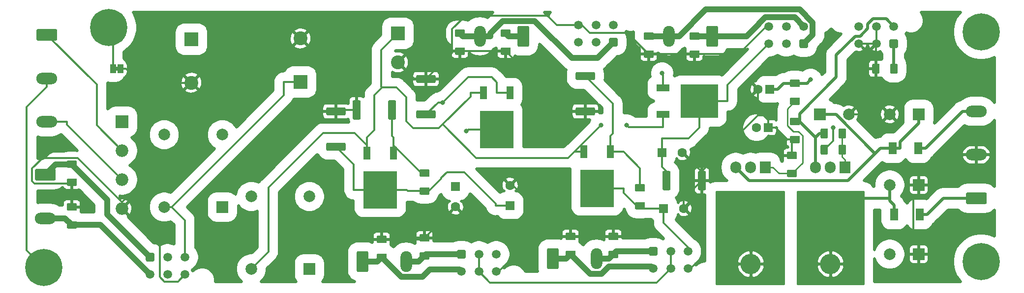
<source format=gbr>
%TF.GenerationSoftware,KiCad,Pcbnew,(5.1.10)-1*%
%TF.CreationDate,2021-11-20T18:22:10+01:00*%
%TF.ProjectId,MRAMP00_PowerSupply,4d52414d-5030-4305-9f50-6f7765725375,rev?*%
%TF.SameCoordinates,Original*%
%TF.FileFunction,Copper,L2,Bot*%
%TF.FilePolarity,Positive*%
%FSLAX46Y46*%
G04 Gerber Fmt 4.6, Leading zero omitted, Abs format (unit mm)*
G04 Created by KiCad (PCBNEW (5.1.10)-1) date 2021-11-20 18:22:10*
%MOMM*%
%LPD*%
G01*
G04 APERTURE LIST*
%TA.AperFunction,EtchedComponent*%
%ADD10C,0.100000*%
%TD*%
%TA.AperFunction,SMDPad,CuDef*%
%ADD11R,1.400000X2.100000*%
%TD*%
%TA.AperFunction,ComponentPad*%
%ADD12R,2.175000X2.175000*%
%TD*%
%TA.AperFunction,ComponentPad*%
%ADD13C,2.175000*%
%TD*%
%TA.AperFunction,ComponentPad*%
%ADD14C,6.400000*%
%TD*%
%TA.AperFunction,ComponentPad*%
%ADD15O,3.600000X2.000000*%
%TD*%
%TA.AperFunction,ComponentPad*%
%ADD16C,2.000000*%
%TD*%
%TA.AperFunction,ComponentPad*%
%ADD17R,2.000000X2.000000*%
%TD*%
%TA.AperFunction,ComponentPad*%
%ADD18O,1.905000X2.000000*%
%TD*%
%TA.AperFunction,ComponentPad*%
%ADD19R,1.905000X2.000000*%
%TD*%
%TA.AperFunction,ComponentPad*%
%ADD20O,3.500000X3.500000*%
%TD*%
%TA.AperFunction,SMDPad,CuDef*%
%ADD21R,5.800000X6.400000*%
%TD*%
%TA.AperFunction,SMDPad,CuDef*%
%ADD22R,1.200000X2.200000*%
%TD*%
%TA.AperFunction,SMDPad,CuDef*%
%ADD23R,6.400000X5.800000*%
%TD*%
%TA.AperFunction,SMDPad,CuDef*%
%ADD24R,2.200000X1.200000*%
%TD*%
%TA.AperFunction,SMDPad,CuDef*%
%ADD25R,1.000000X1.500000*%
%TD*%
%TA.AperFunction,ComponentPad*%
%ADD26C,1.500000*%
%TD*%
%TA.AperFunction,ComponentPad*%
%ADD27O,2.000000X3.600000*%
%TD*%
%TA.AperFunction,ComponentPad*%
%ADD28C,1.600000*%
%TD*%
%TA.AperFunction,ComponentPad*%
%ADD29R,1.600000X1.600000*%
%TD*%
%TA.AperFunction,ComponentPad*%
%ADD30C,2.400000*%
%TD*%
%TA.AperFunction,ComponentPad*%
%ADD31R,2.400000X2.400000*%
%TD*%
%TA.AperFunction,ViaPad*%
%ADD32C,0.800000*%
%TD*%
%TA.AperFunction,Conductor*%
%ADD33C,0.300000*%
%TD*%
%TA.AperFunction,Conductor*%
%ADD34C,0.500000*%
%TD*%
%TA.AperFunction,Conductor*%
%ADD35C,1.000000*%
%TD*%
%TA.AperFunction,Conductor*%
%ADD36C,0.250000*%
%TD*%
%TA.AperFunction,Conductor*%
%ADD37C,0.254000*%
%TD*%
%TA.AperFunction,Conductor*%
%ADD38C,0.100000*%
%TD*%
G04 APERTURE END LIST*
D10*
%TO.C,JP1*%
G36*
X-625078000Y27436000D02*
G01*
X-624578000Y27436000D01*
X-624578000Y28036000D01*
X-625078000Y28036000D01*
X-625078000Y27436000D01*
G37*
%TD*%
D11*
%TO.P,D2,2*%
%TO.N,/LOW_VOLTAGE_VCC/LV3*%
X-490996000Y2590000D03*
%TO.P,D2,1*%
%TO.N,/LOW_VOLTAGE_VCC/LV2*%
X-486596000Y2590000D03*
%TD*%
%TO.P,D1,2*%
%TO.N,/LOW_VOLTAGE_VCC/LV0*%
X-486850000Y14020000D03*
%TO.P,D1,1*%
%TO.N,/LOW_VOLTAGE_VCC/LV1*%
X-491250000Y14020000D03*
%TD*%
D12*
%TO.P,BR1,1*%
%TO.N,/HV_POWER/HV0*%
X-623924000Y18592000D03*
D13*
%TO.P,BR1,2*%
%TO.N,/HV_POWER/AC1*%
X-623924000Y13592000D03*
%TO.P,BR1,3*%
%TO.N,/HV_POWER/AC2*%
X-623924000Y8592000D03*
%TO.P,BR1,4*%
%TO.N,GND*%
X-623924000Y3592000D03*
%TD*%
D14*
%TO.P,H4,1*%
%TO.N,Earth*%
X-476000000Y-5538000D03*
%TD*%
%TO.P,H3,1*%
%TO.N,Earth*%
X-476000000Y34086000D03*
%TD*%
%TO.P,H2,1*%
%TO.N,Earth*%
X-637386000Y-6554000D03*
%TD*%
%TO.P,H1,1*%
%TO.N,Earth*%
X-626210000Y34848000D03*
%TD*%
D15*
%TO.P,J12,3*%
%TO.N,/HV_POWER/AC2*%
X-636878000Y18578000D03*
%TO.P,J12,2*%
%TO.N,Earth*%
X-636878000Y26078000D03*
%TO.P,J12,1*%
%TO.N,/HV_POWER/AC1*%
%TA.AperFunction,ComponentPad*%
G36*
G01*
X-638428000Y34578000D02*
X-635328000Y34578000D01*
G75*
G02*
X-635078000Y34328000I0J-250000D01*
G01*
X-635078000Y32828000D01*
G75*
G02*
X-635328000Y32578000I-250000J0D01*
G01*
X-638428000Y32578000D01*
G75*
G02*
X-638678000Y32828000I0J250000D01*
G01*
X-638678000Y34328000D01*
G75*
G02*
X-638428000Y34578000I250000J0D01*
G01*
G37*
%TD.AperFunction*%
%TD*%
%TO.P,R31,2*%
%TO.N,Net-(R28-Pad1)*%
%TA.AperFunction,SMDPad,CuDef*%
G36*
G01*
X-508725001Y22772000D02*
X-507474999Y22772000D01*
G75*
G02*
X-507225000Y22522001I0J-249999D01*
G01*
X-507225000Y21721999D01*
G75*
G02*
X-507474999Y21472000I-249999J0D01*
G01*
X-508725001Y21472000D01*
G75*
G02*
X-508975000Y21721999I0J249999D01*
G01*
X-508975000Y22522001D01*
G75*
G02*
X-508725001Y22772000I249999J0D01*
G01*
G37*
%TD.AperFunction*%
%TO.P,R31,1*%
%TO.N,VDC_P12*%
%TA.AperFunction,SMDPad,CuDef*%
G36*
G01*
X-508725001Y25872000D02*
X-507474999Y25872000D01*
G75*
G02*
X-507225000Y25622001I0J-249999D01*
G01*
X-507225000Y24821999D01*
G75*
G02*
X-507474999Y24572000I-249999J0D01*
G01*
X-508725001Y24572000D01*
G75*
G02*
X-508975000Y24821999I0J249999D01*
G01*
X-508975000Y25622001D01*
G75*
G02*
X-508725001Y25872000I249999J0D01*
G01*
G37*
%TD.AperFunction*%
%TD*%
%TO.P,R29,2*%
%TO.N,GND*%
%TA.AperFunction,SMDPad,CuDef*%
G36*
G01*
X-508725001Y16168000D02*
X-507474999Y16168000D01*
G75*
G02*
X-507225000Y15918001I0J-249999D01*
G01*
X-507225000Y15117999D01*
G75*
G02*
X-507474999Y14868000I-249999J0D01*
G01*
X-508725001Y14868000D01*
G75*
G02*
X-508975000Y15117999I0J249999D01*
G01*
X-508975000Y15918001D01*
G75*
G02*
X-508725001Y16168000I249999J0D01*
G01*
G37*
%TD.AperFunction*%
%TO.P,R29,1*%
%TO.N,VDC_M12*%
%TA.AperFunction,SMDPad,CuDef*%
G36*
G01*
X-508725001Y19268000D02*
X-507474999Y19268000D01*
G75*
G02*
X-507225000Y19018001I0J-249999D01*
G01*
X-507225000Y18217999D01*
G75*
G02*
X-507474999Y17968000I-249999J0D01*
G01*
X-508725001Y17968000D01*
G75*
G02*
X-508975000Y18217999I0J249999D01*
G01*
X-508975000Y19018001D01*
G75*
G02*
X-508725001Y19268000I249999J0D01*
G01*
G37*
%TD.AperFunction*%
%TD*%
%TO.P,R28,2*%
%TO.N,GND*%
%TA.AperFunction,SMDPad,CuDef*%
G36*
G01*
X-507982999Y12126000D02*
X-509233001Y12126000D01*
G75*
G02*
X-509483000Y12375999I0J249999D01*
G01*
X-509483000Y13176001D01*
G75*
G02*
X-509233001Y13426000I249999J0D01*
G01*
X-507982999Y13426000D01*
G75*
G02*
X-507733000Y13176001I0J-249999D01*
G01*
X-507733000Y12375999D01*
G75*
G02*
X-507982999Y12126000I-249999J0D01*
G01*
G37*
%TD.AperFunction*%
%TO.P,R28,1*%
%TO.N,Net-(R28-Pad1)*%
%TA.AperFunction,SMDPad,CuDef*%
G36*
G01*
X-507982999Y9026000D02*
X-509233001Y9026000D01*
G75*
G02*
X-509483000Y9275999I0J249999D01*
G01*
X-509483000Y10076001D01*
G75*
G02*
X-509233001Y10326000I249999J0D01*
G01*
X-507982999Y10326000D01*
G75*
G02*
X-507733000Y10076001I0J-249999D01*
G01*
X-507733000Y9275999D01*
G75*
G02*
X-507982999Y9026000I-249999J0D01*
G01*
G37*
%TD.AperFunction*%
%TD*%
%TO.P,R27,2*%
%TO.N,HV_PREAMP_OUT4*%
%TA.AperFunction,SMDPad,CuDef*%
G36*
G01*
X-588519001Y14972000D02*
X-585668999Y14972000D01*
G75*
G02*
X-585419000Y14722001I0J-249999D01*
G01*
X-585419000Y13821999D01*
G75*
G02*
X-585668999Y13572000I-249999J0D01*
G01*
X-588519001Y13572000D01*
G75*
G02*
X-588769000Y13821999I0J249999D01*
G01*
X-588769000Y14722001D01*
G75*
G02*
X-588519001Y14972000I249999J0D01*
G01*
G37*
%TD.AperFunction*%
%TO.P,R27,1*%
%TO.N,GND*%
%TA.AperFunction,SMDPad,CuDef*%
G36*
G01*
X-588519001Y21072000D02*
X-585668999Y21072000D01*
G75*
G02*
X-585419000Y20822001I0J-249999D01*
G01*
X-585419000Y19921999D01*
G75*
G02*
X-585668999Y19672000I-249999J0D01*
G01*
X-588519001Y19672000D01*
G75*
G02*
X-588769000Y19921999I0J249999D01*
G01*
X-588769000Y20822001D01*
G75*
G02*
X-588519001Y21072000I249999J0D01*
G01*
G37*
%TD.AperFunction*%
%TD*%
%TO.P,R25,2*%
%TO.N,/HV_POWER/HV8*%
%TA.AperFunction,SMDPad,CuDef*%
G36*
G01*
X-571228999Y9078000D02*
X-572479001Y9078000D01*
G75*
G02*
X-572729000Y9327999I0J249999D01*
G01*
X-572729000Y10128001D01*
G75*
G02*
X-572479001Y10378000I249999J0D01*
G01*
X-571228999Y10378000D01*
G75*
G02*
X-570979000Y10128001I0J-249999D01*
G01*
X-570979000Y9327999D01*
G75*
G02*
X-571228999Y9078000I-249999J0D01*
G01*
G37*
%TD.AperFunction*%
%TO.P,R25,1*%
%TO.N,HV_PREAMP_OUT4*%
%TA.AperFunction,SMDPad,CuDef*%
G36*
G01*
X-571228999Y5978000D02*
X-572479001Y5978000D01*
G75*
G02*
X-572729000Y6227999I0J249999D01*
G01*
X-572729000Y7028001D01*
G75*
G02*
X-572479001Y7278000I249999J0D01*
G01*
X-571228999Y7278000D01*
G75*
G02*
X-570979000Y7028001I0J-249999D01*
G01*
X-570979000Y6227999D01*
G75*
G02*
X-571228999Y5978000I-249999J0D01*
G01*
G37*
%TD.AperFunction*%
%TD*%
%TO.P,R24,2*%
%TO.N,/HV_POWER/HV6*%
%TA.AperFunction,SMDPad,CuDef*%
G36*
G01*
X-534144999Y6538000D02*
X-535395001Y6538000D01*
G75*
G02*
X-535645000Y6787999I0J249999D01*
G01*
X-535645000Y7588001D01*
G75*
G02*
X-535395001Y7838000I249999J0D01*
G01*
X-534144999Y7838000D01*
G75*
G02*
X-533895000Y7588001I0J-249999D01*
G01*
X-533895000Y6787999D01*
G75*
G02*
X-534144999Y6538000I-249999J0D01*
G01*
G37*
%TD.AperFunction*%
%TO.P,R24,1*%
%TO.N,HV_PREAMP_OUT3*%
%TA.AperFunction,SMDPad,CuDef*%
G36*
G01*
X-534144999Y3438000D02*
X-535395001Y3438000D01*
G75*
G02*
X-535645000Y3687999I0J249999D01*
G01*
X-535645000Y4488001D01*
G75*
G02*
X-535395001Y4738000I249999J0D01*
G01*
X-534144999Y4738000D01*
G75*
G02*
X-533895000Y4488001I0J-249999D01*
G01*
X-533895000Y3687999D01*
G75*
G02*
X-534144999Y3438000I-249999J0D01*
G01*
G37*
%TD.AperFunction*%
%TD*%
%TO.P,R23,2*%
%TO.N,/HV_POWER/HV8*%
%TA.AperFunction,SMDPad,CuDef*%
G36*
G01*
X-578140000Y19198999D02*
X-578140000Y22049001D01*
G75*
G02*
X-577890001Y22299000I249999J0D01*
G01*
X-576989999Y22299000D01*
G75*
G02*
X-576740000Y22049001I0J-249999D01*
G01*
X-576740000Y19198999D01*
G75*
G02*
X-576989999Y18949000I-249999J0D01*
G01*
X-577890001Y18949000D01*
G75*
G02*
X-578140000Y19198999I0J249999D01*
G01*
G37*
%TD.AperFunction*%
%TO.P,R23,1*%
%TO.N,GND*%
%TA.AperFunction,SMDPad,CuDef*%
G36*
G01*
X-584240000Y19198999D02*
X-584240000Y22049001D01*
G75*
G02*
X-583990001Y22299000I249999J0D01*
G01*
X-583089999Y22299000D01*
G75*
G02*
X-582840000Y22049001I0J-249999D01*
G01*
X-582840000Y19198999D01*
G75*
G02*
X-583089999Y18949000I-249999J0D01*
G01*
X-583990001Y18949000D01*
G75*
G02*
X-584240000Y19198999I0J249999D01*
G01*
G37*
%TD.AperFunction*%
%TD*%
%TO.P,R22,2*%
%TO.N,/HV_POWER/HV6*%
%TA.AperFunction,SMDPad,CuDef*%
G36*
G01*
X-542742999Y25768000D02*
X-545593001Y25768000D01*
G75*
G02*
X-545843000Y26017999I0J249999D01*
G01*
X-545843000Y26918001D01*
G75*
G02*
X-545593001Y27168000I249999J0D01*
G01*
X-542742999Y27168000D01*
G75*
G02*
X-542493000Y26918001I0J-249999D01*
G01*
X-542493000Y26017999D01*
G75*
G02*
X-542742999Y25768000I-249999J0D01*
G01*
G37*
%TD.AperFunction*%
%TO.P,R22,1*%
%TO.N,GND*%
%TA.AperFunction,SMDPad,CuDef*%
G36*
G01*
X-542742999Y19668000D02*
X-545593001Y19668000D01*
G75*
G02*
X-545843000Y19917999I0J249999D01*
G01*
X-545843000Y20818001D01*
G75*
G02*
X-545593001Y21068000I249999J0D01*
G01*
X-542742999Y21068000D01*
G75*
G02*
X-542493000Y20818001I0J-249999D01*
G01*
X-542493000Y19917999D01*
G75*
G02*
X-542742999Y19668000I-249999J0D01*
G01*
G37*
%TD.AperFunction*%
%TD*%
%TO.P,R21,2*%
%TO.N,VDC_P12*%
%TA.AperFunction,SMDPad,CuDef*%
G36*
G01*
X-491706000Y27110999D02*
X-491706000Y28361001D01*
G75*
G02*
X-491456001Y28611000I249999J0D01*
G01*
X-490655999Y28611000D01*
G75*
G02*
X-490406000Y28361001I0J-249999D01*
G01*
X-490406000Y27110999D01*
G75*
G02*
X-490655999Y26861000I-249999J0D01*
G01*
X-491456001Y26861000D01*
G75*
G02*
X-491706000Y27110999I0J249999D01*
G01*
G37*
%TD.AperFunction*%
%TO.P,R21,1*%
%TO.N,GND*%
%TA.AperFunction,SMDPad,CuDef*%
G36*
G01*
X-494806000Y27110999D02*
X-494806000Y28361001D01*
G75*
G02*
X-494556001Y28611000I249999J0D01*
G01*
X-493755999Y28611000D01*
G75*
G02*
X-493506000Y28361001I0J-249999D01*
G01*
X-493506000Y27110999D01*
G75*
G02*
X-493755999Y26861000I-249999J0D01*
G01*
X-494556001Y26861000D01*
G75*
G02*
X-494806000Y27110999I0J249999D01*
G01*
G37*
%TD.AperFunction*%
%TD*%
%TO.P,R19,2*%
%TO.N,Net-(R16-Pad2)*%
%TA.AperFunction,SMDPad,CuDef*%
G36*
G01*
X-500596000Y15934999D02*
X-500596000Y17185001D01*
G75*
G02*
X-500346001Y17435000I249999J0D01*
G01*
X-499545999Y17435000D01*
G75*
G02*
X-499296000Y17185001I0J-249999D01*
G01*
X-499296000Y15934999D01*
G75*
G02*
X-499545999Y15685000I-249999J0D01*
G01*
X-500346001Y15685000D01*
G75*
G02*
X-500596000Y15934999I0J249999D01*
G01*
G37*
%TD.AperFunction*%
%TO.P,R19,1*%
%TO.N,VDC_M12*%
%TA.AperFunction,SMDPad,CuDef*%
G36*
G01*
X-503696000Y15934999D02*
X-503696000Y17185001D01*
G75*
G02*
X-503446001Y17435000I249999J0D01*
G01*
X-502645999Y17435000D01*
G75*
G02*
X-502396000Y17185001I0J-249999D01*
G01*
X-502396000Y15934999D01*
G75*
G02*
X-502645999Y15685000I-249999J0D01*
G01*
X-503446001Y15685000D01*
G75*
G02*
X-503696000Y15934999I0J249999D01*
G01*
G37*
%TD.AperFunction*%
%TD*%
%TO.P,R18,2*%
%TO.N,HV_PREAMP_OUT2*%
%TA.AperFunction,SMDPad,CuDef*%
G36*
G01*
X-529500000Y9857001D02*
X-529500000Y7006999D01*
G75*
G02*
X-529749999Y6757000I-249999J0D01*
G01*
X-530650001Y6757000D01*
G75*
G02*
X-530900000Y7006999I0J249999D01*
G01*
X-530900000Y9857001D01*
G75*
G02*
X-530650001Y10107000I249999J0D01*
G01*
X-529749999Y10107000D01*
G75*
G02*
X-529500000Y9857001I0J-249999D01*
G01*
G37*
%TD.AperFunction*%
%TO.P,R18,1*%
%TO.N,GND*%
%TA.AperFunction,SMDPad,CuDef*%
G36*
G01*
X-523400000Y9857001D02*
X-523400000Y7006999D01*
G75*
G02*
X-523649999Y6757000I-249999J0D01*
G01*
X-524550001Y6757000D01*
G75*
G02*
X-524800000Y7006999I0J249999D01*
G01*
X-524800000Y9857001D01*
G75*
G02*
X-524550001Y10107000I249999J0D01*
G01*
X-523649999Y10107000D01*
G75*
G02*
X-523400000Y9857001I0J-249999D01*
G01*
G37*
%TD.AperFunction*%
%TD*%
%TO.P,R16,2*%
%TO.N,Net-(R16-Pad2)*%
%TA.AperFunction,SMDPad,CuDef*%
G36*
G01*
X-500596000Y13140999D02*
X-500596000Y14391001D01*
G75*
G02*
X-500346001Y14641000I249999J0D01*
G01*
X-499545999Y14641000D01*
G75*
G02*
X-499296000Y14391001I0J-249999D01*
G01*
X-499296000Y13140999D01*
G75*
G02*
X-499545999Y12891000I-249999J0D01*
G01*
X-500346001Y12891000D01*
G75*
G02*
X-500596000Y13140999I0J249999D01*
G01*
G37*
%TD.AperFunction*%
%TO.P,R16,1*%
%TO.N,GND*%
%TA.AperFunction,SMDPad,CuDef*%
G36*
G01*
X-503696000Y13140999D02*
X-503696000Y14391001D01*
G75*
G02*
X-503446001Y14641000I249999J0D01*
G01*
X-502645999Y14641000D01*
G75*
G02*
X-502396000Y14391001I0J-249999D01*
G01*
X-502396000Y13140999D01*
G75*
G02*
X-502645999Y12891000I-249999J0D01*
G01*
X-503446001Y12891000D01*
G75*
G02*
X-503696000Y13140999I0J249999D01*
G01*
G37*
%TD.AperFunction*%
%TD*%
%TO.P,R11,2*%
%TO.N,/HV_POWER/HV5*%
%TA.AperFunction,SMDPad,CuDef*%
G36*
G01*
X-573025001Y20560000D02*
X-570174999Y20560000D01*
G75*
G02*
X-569925000Y20310001I0J-249999D01*
G01*
X-569925000Y19409999D01*
G75*
G02*
X-570174999Y19160000I-249999J0D01*
G01*
X-573025001Y19160000D01*
G75*
G02*
X-573275000Y19409999I0J249999D01*
G01*
X-573275000Y20310001D01*
G75*
G02*
X-573025001Y20560000I249999J0D01*
G01*
G37*
%TD.AperFunction*%
%TO.P,R11,1*%
%TO.N,GND*%
%TA.AperFunction,SMDPad,CuDef*%
G36*
G01*
X-573025001Y26660000D02*
X-570174999Y26660000D01*
G75*
G02*
X-569925000Y26410001I0J-249999D01*
G01*
X-569925000Y25509999D01*
G75*
G02*
X-570174999Y25260000I-249999J0D01*
G01*
X-573025001Y25260000D01*
G75*
G02*
X-573275000Y25509999I0J249999D01*
G01*
X-573275000Y26410001D01*
G75*
G02*
X-573025001Y26660000I249999J0D01*
G01*
G37*
%TD.AperFunction*%
%TD*%
%TO.P,R10,2*%
%TO.N,FIL4B*%
%TA.AperFunction,SMDPad,CuDef*%
G36*
G01*
X-572479001Y-3898000D02*
X-571228999Y-3898000D01*
G75*
G02*
X-570979000Y-4147999I0J-249999D01*
G01*
X-570979000Y-4948001D01*
G75*
G02*
X-571228999Y-5198000I-249999J0D01*
G01*
X-572479001Y-5198000D01*
G75*
G02*
X-572729000Y-4948001I0J249999D01*
G01*
X-572729000Y-4147999D01*
G75*
G02*
X-572479001Y-3898000I249999J0D01*
G01*
G37*
%TD.AperFunction*%
%TO.P,R10,1*%
%TO.N,GND*%
%TA.AperFunction,SMDPad,CuDef*%
G36*
G01*
X-572479001Y-798000D02*
X-571228999Y-798000D01*
G75*
G02*
X-570979000Y-1047999I0J-249999D01*
G01*
X-570979000Y-1848001D01*
G75*
G02*
X-571228999Y-2098000I-249999J0D01*
G01*
X-572479001Y-2098000D01*
G75*
G02*
X-572729000Y-1848001I0J249999D01*
G01*
X-572729000Y-1047999D01*
G75*
G02*
X-572479001Y-798000I249999J0D01*
G01*
G37*
%TD.AperFunction*%
%TD*%
%TO.P,R9,2*%
%TO.N,GND*%
%TA.AperFunction,SMDPad,CuDef*%
G36*
G01*
X-578594999Y-2352000D02*
X-579845001Y-2352000D01*
G75*
G02*
X-580095000Y-2102001I0J249999D01*
G01*
X-580095000Y-1301999D01*
G75*
G02*
X-579845001Y-1052000I249999J0D01*
G01*
X-578594999Y-1052000D01*
G75*
G02*
X-578345000Y-1301999I0J-249999D01*
G01*
X-578345000Y-2102001D01*
G75*
G02*
X-578594999Y-2352000I-249999J0D01*
G01*
G37*
%TD.AperFunction*%
%TO.P,R9,1*%
%TO.N,FIL4A*%
%TA.AperFunction,SMDPad,CuDef*%
G36*
G01*
X-578594999Y-5452000D02*
X-579845001Y-5452000D01*
G75*
G02*
X-580095000Y-5202001I0J249999D01*
G01*
X-580095000Y-4401999D01*
G75*
G02*
X-579845001Y-4152000I249999J0D01*
G01*
X-578594999Y-4152000D01*
G75*
G02*
X-578345000Y-4401999I0J-249999D01*
G01*
X-578345000Y-5202001D01*
G75*
G02*
X-578594999Y-5452000I-249999J0D01*
G01*
G37*
%TD.AperFunction*%
%TD*%
%TO.P,R8,1*%
%TO.N,GND*%
%TA.AperFunction,SMDPad,CuDef*%
G36*
G01*
X-539967001Y-544000D02*
X-538716999Y-544000D01*
G75*
G02*
X-538467000Y-793999I0J-249999D01*
G01*
X-538467000Y-1594001D01*
G75*
G02*
X-538716999Y-1844000I-249999J0D01*
G01*
X-539967001Y-1844000D01*
G75*
G02*
X-540217000Y-1594001I0J249999D01*
G01*
X-540217000Y-793999D01*
G75*
G02*
X-539967001Y-544000I249999J0D01*
G01*
G37*
%TD.AperFunction*%
%TO.P,R8,2*%
%TO.N,FIL3B*%
%TA.AperFunction,SMDPad,CuDef*%
G36*
G01*
X-539967001Y-3644000D02*
X-538716999Y-3644000D01*
G75*
G02*
X-538467000Y-3893999I0J-249999D01*
G01*
X-538467000Y-4694001D01*
G75*
G02*
X-538716999Y-4944000I-249999J0D01*
G01*
X-539967001Y-4944000D01*
G75*
G02*
X-540217000Y-4694001I0J249999D01*
G01*
X-540217000Y-3893999D01*
G75*
G02*
X-539967001Y-3644000I249999J0D01*
G01*
G37*
%TD.AperFunction*%
%TD*%
%TO.P,R7,2*%
%TO.N,GND*%
%TA.AperFunction,SMDPad,CuDef*%
G36*
G01*
X-546082999Y-1844000D02*
X-547333001Y-1844000D01*
G75*
G02*
X-547583000Y-1594001I0J249999D01*
G01*
X-547583000Y-793999D01*
G75*
G02*
X-547333001Y-544000I249999J0D01*
G01*
X-546082999Y-544000D01*
G75*
G02*
X-545833000Y-793999I0J-249999D01*
G01*
X-545833000Y-1594001D01*
G75*
G02*
X-546082999Y-1844000I-249999J0D01*
G01*
G37*
%TD.AperFunction*%
%TO.P,R7,1*%
%TO.N,FIL3A*%
%TA.AperFunction,SMDPad,CuDef*%
G36*
G01*
X-546082999Y-4944000D02*
X-547333001Y-4944000D01*
G75*
G02*
X-547583000Y-4694001I0J249999D01*
G01*
X-547583000Y-3893999D01*
G75*
G02*
X-547333001Y-3644000I249999J0D01*
G01*
X-546082999Y-3644000D01*
G75*
G02*
X-545833000Y-3893999I0J-249999D01*
G01*
X-545833000Y-4694001D01*
G75*
G02*
X-546082999Y-4944000I-249999J0D01*
G01*
G37*
%TD.AperFunction*%
%TD*%
%TO.P,R6,2*%
%TO.N,FILPA*%
%TA.AperFunction,SMDPad,CuDef*%
G36*
G01*
X-633185001Y1436000D02*
X-631934999Y1436000D01*
G75*
G02*
X-631685000Y1186001I0J-249999D01*
G01*
X-631685000Y385999D01*
G75*
G02*
X-631934999Y136000I-249999J0D01*
G01*
X-633185001Y136000D01*
G75*
G02*
X-633435000Y385999I0J249999D01*
G01*
X-633435000Y1186001D01*
G75*
G02*
X-633185001Y1436000I249999J0D01*
G01*
G37*
%TD.AperFunction*%
%TO.P,R6,1*%
%TO.N,GND*%
%TA.AperFunction,SMDPad,CuDef*%
G36*
G01*
X-633185001Y4536000D02*
X-631934999Y4536000D01*
G75*
G02*
X-631685000Y4286001I0J-249999D01*
G01*
X-631685000Y3485999D01*
G75*
G02*
X-631934999Y3236000I-249999J0D01*
G01*
X-633185001Y3236000D01*
G75*
G02*
X-633435000Y3485999I0J249999D01*
G01*
X-633435000Y4286001D01*
G75*
G02*
X-633185001Y4536000I249999J0D01*
G01*
G37*
%TD.AperFunction*%
%TD*%
%TO.P,R5,2*%
%TO.N,GND*%
%TA.AperFunction,SMDPad,CuDef*%
G36*
G01*
X-633185001Y8802000D02*
X-631934999Y8802000D01*
G75*
G02*
X-631685000Y8552001I0J-249999D01*
G01*
X-631685000Y7751999D01*
G75*
G02*
X-631934999Y7502000I-249999J0D01*
G01*
X-633185001Y7502000D01*
G75*
G02*
X-633435000Y7751999I0J249999D01*
G01*
X-633435000Y8552001D01*
G75*
G02*
X-633185001Y8802000I249999J0D01*
G01*
G37*
%TD.AperFunction*%
%TO.P,R5,1*%
%TO.N,FILPB*%
%TA.AperFunction,SMDPad,CuDef*%
G36*
G01*
X-633185001Y11902000D02*
X-631934999Y11902000D01*
G75*
G02*
X-631685000Y11652001I0J-249999D01*
G01*
X-631685000Y10851999D01*
G75*
G02*
X-631934999Y10602000I-249999J0D01*
G01*
X-633185001Y10602000D01*
G75*
G02*
X-633435000Y10851999I0J249999D01*
G01*
X-633435000Y11652001D01*
G75*
G02*
X-633185001Y11902000I249999J0D01*
G01*
G37*
%TD.AperFunction*%
%TD*%
%TO.P,R4,2*%
%TO.N,FIL2B*%
%TA.AperFunction,SMDPad,CuDef*%
G36*
G01*
X-532620999Y32700000D02*
X-533871001Y32700000D01*
G75*
G02*
X-534121000Y32949999I0J249999D01*
G01*
X-534121000Y33750001D01*
G75*
G02*
X-533871001Y34000000I249999J0D01*
G01*
X-532620999Y34000000D01*
G75*
G02*
X-532371000Y33750001I0J-249999D01*
G01*
X-532371000Y32949999D01*
G75*
G02*
X-532620999Y32700000I-249999J0D01*
G01*
G37*
%TD.AperFunction*%
%TO.P,R4,1*%
%TO.N,GND*%
%TA.AperFunction,SMDPad,CuDef*%
G36*
G01*
X-532620999Y29600000D02*
X-533871001Y29600000D01*
G75*
G02*
X-534121000Y29849999I0J249999D01*
G01*
X-534121000Y30650001D01*
G75*
G02*
X-533871001Y30900000I249999J0D01*
G01*
X-532620999Y30900000D01*
G75*
G02*
X-532371000Y30650001I0J-249999D01*
G01*
X-532371000Y29849999D01*
G75*
G02*
X-532620999Y29600000I-249999J0D01*
G01*
G37*
%TD.AperFunction*%
%TD*%
%TO.P,R3,2*%
%TO.N,GND*%
%TA.AperFunction,SMDPad,CuDef*%
G36*
G01*
X-525997001Y30900000D02*
X-524746999Y30900000D01*
G75*
G02*
X-524497000Y30650001I0J-249999D01*
G01*
X-524497000Y29849999D01*
G75*
G02*
X-524746999Y29600000I-249999J0D01*
G01*
X-525997001Y29600000D01*
G75*
G02*
X-526247000Y29849999I0J249999D01*
G01*
X-526247000Y30650001D01*
G75*
G02*
X-525997001Y30900000I249999J0D01*
G01*
G37*
%TD.AperFunction*%
%TO.P,R3,1*%
%TO.N,FIL2A*%
%TA.AperFunction,SMDPad,CuDef*%
G36*
G01*
X-525997001Y34000000D02*
X-524746999Y34000000D01*
G75*
G02*
X-524497000Y33750001I0J-249999D01*
G01*
X-524497000Y32949999D01*
G75*
G02*
X-524746999Y32700000I-249999J0D01*
G01*
X-525997001Y32700000D01*
G75*
G02*
X-526247000Y32949999I0J249999D01*
G01*
X-526247000Y33750001D01*
G75*
G02*
X-525997001Y34000000I249999J0D01*
G01*
G37*
%TD.AperFunction*%
%TD*%
%TO.P,R2,2*%
%TO.N,FIL1B*%
%TA.AperFunction,SMDPad,CuDef*%
G36*
G01*
X-565132999Y33208000D02*
X-566383001Y33208000D01*
G75*
G02*
X-566633000Y33457999I0J249999D01*
G01*
X-566633000Y34258001D01*
G75*
G02*
X-566383001Y34508000I249999J0D01*
G01*
X-565132999Y34508000D01*
G75*
G02*
X-564883000Y34258001I0J-249999D01*
G01*
X-564883000Y33457999D01*
G75*
G02*
X-565132999Y33208000I-249999J0D01*
G01*
G37*
%TD.AperFunction*%
%TO.P,R2,1*%
%TO.N,GND*%
%TA.AperFunction,SMDPad,CuDef*%
G36*
G01*
X-565132999Y30108000D02*
X-566383001Y30108000D01*
G75*
G02*
X-566633000Y30357999I0J249999D01*
G01*
X-566633000Y31158001D01*
G75*
G02*
X-566383001Y31408000I249999J0D01*
G01*
X-565132999Y31408000D01*
G75*
G02*
X-564883000Y31158001I0J-249999D01*
G01*
X-564883000Y30357999D01*
G75*
G02*
X-565132999Y30108000I-249999J0D01*
G01*
G37*
%TD.AperFunction*%
%TD*%
%TO.P,R1,2*%
%TO.N,GND*%
%TA.AperFunction,SMDPad,CuDef*%
G36*
G01*
X-558509001Y31408000D02*
X-557258999Y31408000D01*
G75*
G02*
X-557009000Y31158001I0J-249999D01*
G01*
X-557009000Y30357999D01*
G75*
G02*
X-557258999Y30108000I-249999J0D01*
G01*
X-558509001Y30108000D01*
G75*
G02*
X-558759000Y30357999I0J249999D01*
G01*
X-558759000Y31158001D01*
G75*
G02*
X-558509001Y31408000I249999J0D01*
G01*
G37*
%TD.AperFunction*%
%TO.P,R1,1*%
%TO.N,FIL1A*%
%TA.AperFunction,SMDPad,CuDef*%
G36*
G01*
X-558509001Y34508000D02*
X-557258999Y34508000D01*
G75*
G02*
X-557009000Y34258001I0J-249999D01*
G01*
X-557009000Y33457999D01*
G75*
G02*
X-557258999Y33208000I-249999J0D01*
G01*
X-558509001Y33208000D01*
G75*
G02*
X-558759000Y33457999I0J249999D01*
G01*
X-558759000Y34258001D01*
G75*
G02*
X-558509001Y34508000I249999J0D01*
G01*
G37*
%TD.AperFunction*%
%TD*%
D16*
%TO.P,L2,4*%
%TO.N,/HV_POWER/HV4*%
X-601666000Y5692000D03*
%TO.P,L2,3*%
%TO.N,/HV_POWER/HV3*%
X-591666000Y5692000D03*
%TO.P,L2,2*%
%TO.N,HV_PREAMP_NRG*%
X-601666000Y-6808000D03*
D17*
%TO.P,L2,1*%
%TO.N,/HV_POWER/HV4*%
X-591666000Y-6808000D03*
%TD*%
D16*
%TO.P,L1,4*%
%TO.N,/HV_POWER/HV2*%
X-616652000Y16360000D03*
%TO.P,L1,3*%
%TO.N,/HV_POWER/HV1*%
X-606652000Y16360000D03*
%TO.P,L1,2*%
%TO.N,HV_POWER*%
X-616652000Y3860000D03*
D17*
%TO.P,L1,1*%
%TO.N,/HV_POWER/HV2*%
X-606652000Y3860000D03*
%TD*%
D18*
%TO.P,U6,3*%
%TO.N,VDC_M12*%
X-504544000Y10718000D03*
%TO.P,U6,2*%
%TO.N,/LOW_VOLTAGE_VCC/LV3*%
X-502004000Y10718000D03*
D19*
%TO.P,U6,1*%
%TO.N,Net-(R16-Pad2)*%
X-499464000Y10718000D03*
D20*
%TO.P,U6,*%
%TO.N,/LOW_VOLTAGE_VCC/LV3*%
X-502004000Y-5942000D03*
%TD*%
D18*
%TO.P,U5,3*%
%TO.N,/LOW_VOLTAGE_VCC/LV1*%
X-518260000Y10718000D03*
%TO.P,U5,2*%
%TO.N,VDC_P12*%
X-515720000Y10718000D03*
D19*
%TO.P,U5,1*%
%TO.N,Net-(R28-Pad1)*%
X-513180000Y10718000D03*
D20*
%TO.P,U5,*%
%TO.N,VDC_P12*%
X-515720000Y-5942000D03*
%TD*%
D21*
%TO.P,U4,2*%
%TO.N,HV_PREAMP_OUT4*%
X-579474000Y6840000D03*
D22*
%TO.P,U4,3*%
%TO.N,/HV_POWER/HV8*%
X-577194000Y13140000D03*
%TO.P,U4,1*%
%TO.N,HV_PREAMP_NRG*%
X-581754000Y13140000D03*
%TD*%
D21*
%TO.P,U3,2*%
%TO.N,HV_PREAMP_OUT3*%
X-542136000Y7094000D03*
D22*
%TO.P,U3,3*%
%TO.N,/HV_POWER/HV6*%
X-539856000Y13394000D03*
%TO.P,U3,1*%
%TO.N,HV_PREAMP_NRG*%
X-544416000Y13394000D03*
%TD*%
D23*
%TO.P,U2,2*%
%TO.N,HV_PREAMP_OUT2*%
X-524542000Y22148000D03*
D24*
%TO.P,U2,3*%
%TO.N,/HV_POWER/HV7*%
X-530842000Y24428000D03*
%TO.P,U2,1*%
%TO.N,HV_PREAMP_NRG*%
X-530842000Y19868000D03*
%TD*%
D21*
%TO.P,U1,2*%
%TO.N,HV_PREAMP_OUT1*%
X-559408000Y17254000D03*
D22*
%TO.P,U1,3*%
%TO.N,/HV_POWER/HV5*%
X-557128000Y23554000D03*
%TO.P,U1,1*%
%TO.N,HV_PREAMP_NRG*%
X-561688000Y23554000D03*
%TD*%
D25*
%TO.P,JP1,2*%
%TO.N,GND*%
X-624178000Y27736000D03*
%TO.P,JP1,1*%
%TO.N,Earth*%
X-625478000Y27736000D03*
%TD*%
D15*
%TO.P,J13,3*%
%TO.N,/LOW_VOLTAGE_VCC/LV0*%
X-476858000Y20384000D03*
%TO.P,J13,2*%
%TO.N,GND*%
X-476858000Y12884000D03*
%TO.P,J13,1*%
%TO.N,/LOW_VOLTAGE_VCC/LV2*%
%TA.AperFunction,ComponentPad*%
G36*
G01*
X-475308000Y4384000D02*
X-478408000Y4384000D01*
G75*
G02*
X-478658000Y4634000I0J250000D01*
G01*
X-478658000Y6134000D01*
G75*
G02*
X-478408000Y6384000I250000J0D01*
G01*
X-475308000Y6384000D01*
G75*
G02*
X-475058000Y6134000I0J-250000D01*
G01*
X-475058000Y4634000D01*
G75*
G02*
X-475308000Y4384000I-250000J0D01*
G01*
G37*
%TD.AperFunction*%
%TD*%
D26*
%TO.P,J11,6*%
%TO.N,GND*%
X-497082000Y35054000D03*
%TO.P,J11,5*%
X-494082000Y35054000D03*
%TO.P,J11,4*%
%TO.N,VDC_M12*%
X-491082000Y35054000D03*
%TO.P,J11,3*%
%TO.N,GND*%
X-497082000Y32054000D03*
%TO.P,J11,2*%
X-494082000Y32054000D03*
%TO.P,J11,1*%
%TO.N,VDC_P12*%
%TA.AperFunction,ComponentPad*%
G36*
G01*
X-490332000Y32554000D02*
X-490332000Y31554000D01*
G75*
G02*
X-490582000Y31304000I-250000J0D01*
G01*
X-491582000Y31304000D01*
G75*
G02*
X-491832000Y31554000I0J250000D01*
G01*
X-491832000Y32554000D01*
G75*
G02*
X-491582000Y32804000I250000J0D01*
G01*
X-490582000Y32804000D01*
G75*
G02*
X-490332000Y32554000I0J-250000D01*
G01*
G37*
%TD.AperFunction*%
%TD*%
%TO.P,J10,6*%
%TO.N,GND*%
X-559504000Y-7268000D03*
%TO.P,J10,5*%
%TO.N,Earth*%
X-562504000Y-7268000D03*
%TO.P,J10,4*%
%TO.N,FIL4A*%
X-565504000Y-7268000D03*
%TO.P,J10,3*%
%TO.N,HV_PREAMP_OUT4*%
X-559504000Y-4268000D03*
%TO.P,J10,2*%
%TO.N,Earth*%
X-562504000Y-4268000D03*
%TO.P,J10,1*%
%TO.N,FIL4B*%
%TA.AperFunction,ComponentPad*%
G36*
G01*
X-566254000Y-4768000D02*
X-566254000Y-3768000D01*
G75*
G02*
X-566004000Y-3518000I250000J0D01*
G01*
X-565004000Y-3518000D01*
G75*
G02*
X-564754000Y-3768000I0J-250000D01*
G01*
X-564754000Y-4768000D01*
G75*
G02*
X-565004000Y-5018000I-250000J0D01*
G01*
X-566004000Y-5018000D01*
G75*
G02*
X-566254000Y-4768000I0J250000D01*
G01*
G37*
%TD.AperFunction*%
%TD*%
%TO.P,J9,6*%
%TO.N,GND*%
X-526484000Y-6760000D03*
%TO.P,J9,5*%
%TO.N,Earth*%
X-529484000Y-6760000D03*
%TO.P,J9,4*%
%TO.N,FIL3A*%
X-532484000Y-6760000D03*
%TO.P,J9,3*%
%TO.N,HV_PREAMP_OUT3*%
X-526484000Y-3760000D03*
%TO.P,J9,2*%
%TO.N,Earth*%
X-529484000Y-3760000D03*
%TO.P,J9,1*%
%TO.N,FIL3B*%
%TA.AperFunction,ComponentPad*%
G36*
G01*
X-533234000Y-4260000D02*
X-533234000Y-3260000D01*
G75*
G02*
X-532984000Y-3010000I250000J0D01*
G01*
X-531984000Y-3010000D01*
G75*
G02*
X-531734000Y-3260000I0J-250000D01*
G01*
X-531734000Y-4260000D01*
G75*
G02*
X-531984000Y-4510000I-250000J0D01*
G01*
X-532984000Y-4510000D01*
G75*
G02*
X-533234000Y-4260000I0J250000D01*
G01*
G37*
%TD.AperFunction*%
%TD*%
%TO.P,J8,6*%
%TO.N,GND*%
X-613098000Y-7776000D03*
%TO.P,J8,5*%
%TO.N,Earth*%
X-616098000Y-7776000D03*
%TO.P,J8,4*%
%TO.N,FILPA*%
X-619098000Y-7776000D03*
%TO.P,J8,3*%
%TO.N,HV_POWER*%
X-613098000Y-4776000D03*
%TO.P,J8,2*%
%TO.N,Earth*%
X-616098000Y-4776000D03*
%TO.P,J8,1*%
%TO.N,FILPB*%
%TA.AperFunction,ComponentPad*%
G36*
G01*
X-619848000Y-5276000D02*
X-619848000Y-4276000D01*
G75*
G02*
X-619598000Y-4026000I250000J0D01*
G01*
X-618598000Y-4026000D01*
G75*
G02*
X-618348000Y-4276000I0J-250000D01*
G01*
X-618348000Y-5276000D01*
G75*
G02*
X-618598000Y-5526000I-250000J0D01*
G01*
X-619598000Y-5526000D01*
G75*
G02*
X-619848000Y-5276000I0J250000D01*
G01*
G37*
%TD.AperFunction*%
%TD*%
%TO.P,J7,6*%
%TO.N,GND*%
X-512576000Y35054000D03*
%TO.P,J7,5*%
%TO.N,Earth*%
X-509576000Y35054000D03*
%TO.P,J7,4*%
%TO.N,FIL2A*%
X-506576000Y35054000D03*
%TO.P,J7,3*%
%TO.N,HV_PREAMP_OUT2*%
X-512576000Y32054000D03*
%TO.P,J7,2*%
%TO.N,Earth*%
X-509576000Y32054000D03*
%TO.P,J7,1*%
%TO.N,FIL2B*%
%TA.AperFunction,ComponentPad*%
G36*
G01*
X-505826000Y32554000D02*
X-505826000Y31554000D01*
G75*
G02*
X-506076000Y31304000I-250000J0D01*
G01*
X-507076000Y31304000D01*
G75*
G02*
X-507326000Y31554000I0J250000D01*
G01*
X-507326000Y32554000D01*
G75*
G02*
X-507076000Y32804000I250000J0D01*
G01*
X-506076000Y32804000D01*
G75*
G02*
X-505826000Y32554000I0J-250000D01*
G01*
G37*
%TD.AperFunction*%
%TD*%
%TO.P,J6,6*%
%TO.N,GND*%
X-545342000Y35308000D03*
%TO.P,J6,5*%
%TO.N,Earth*%
X-542342000Y35308000D03*
%TO.P,J6,4*%
%TO.N,FIL1A*%
X-539342000Y35308000D03*
%TO.P,J6,3*%
%TO.N,HV_PREAMP_OUT1*%
X-545342000Y32308000D03*
%TO.P,J6,2*%
%TO.N,Earth*%
X-542342000Y32308000D03*
%TO.P,J6,1*%
%TO.N,FIL1B*%
%TA.AperFunction,ComponentPad*%
G36*
G01*
X-538592000Y32808000D02*
X-538592000Y31808000D01*
G75*
G02*
X-538842000Y31558000I-250000J0D01*
G01*
X-539842000Y31558000D01*
G75*
G02*
X-540092000Y31808000I0J250000D01*
G01*
X-540092000Y32808000D01*
G75*
G02*
X-539842000Y33058000I250000J0D01*
G01*
X-538842000Y33058000D01*
G75*
G02*
X-538592000Y32808000I0J-250000D01*
G01*
G37*
%TD.AperFunction*%
%TD*%
D27*
%TO.P,J5,2*%
%TO.N,FIL4B*%
X-575022000Y-5538000D03*
%TO.P,J5,1*%
%TO.N,FIL4A*%
%TA.AperFunction,ComponentPad*%
G36*
G01*
X-583522000Y-7088000D02*
X-583522000Y-3988000D01*
G75*
G02*
X-583272000Y-3738000I250000J0D01*
G01*
X-581772000Y-3738000D01*
G75*
G02*
X-581522000Y-3988000I0J-250000D01*
G01*
X-581522000Y-7088000D01*
G75*
G02*
X-581772000Y-7338000I-250000J0D01*
G01*
X-583272000Y-7338000D01*
G75*
G02*
X-583522000Y-7088000I0J250000D01*
G01*
G37*
%TD.AperFunction*%
%TD*%
%TO.P,J4,2*%
%TO.N,FIL3B*%
X-542256000Y-5030000D03*
%TO.P,J4,1*%
%TO.N,FIL3A*%
%TA.AperFunction,ComponentPad*%
G36*
G01*
X-550756000Y-6580000D02*
X-550756000Y-3480000D01*
G75*
G02*
X-550506000Y-3230000I250000J0D01*
G01*
X-549006000Y-3230000D01*
G75*
G02*
X-548756000Y-3480000I0J-250000D01*
G01*
X-548756000Y-6580000D01*
G75*
G02*
X-549006000Y-6830000I-250000J0D01*
G01*
X-550506000Y-6830000D01*
G75*
G02*
X-550756000Y-6580000I0J250000D01*
G01*
G37*
%TD.AperFunction*%
%TD*%
D15*
%TO.P,J3,2*%
%TO.N,FILPA*%
X-637132000Y1948000D03*
%TO.P,J3,1*%
%TO.N,FILPB*%
%TA.AperFunction,ComponentPad*%
G36*
G01*
X-638682000Y10448000D02*
X-635582000Y10448000D01*
G75*
G02*
X-635332000Y10198000I0J-250000D01*
G01*
X-635332000Y8698000D01*
G75*
G02*
X-635582000Y8448000I-250000J0D01*
G01*
X-638682000Y8448000D01*
G75*
G02*
X-638932000Y8698000I0J250000D01*
G01*
X-638932000Y10198000D01*
G75*
G02*
X-638682000Y10448000I250000J0D01*
G01*
G37*
%TD.AperFunction*%
%TD*%
D27*
%TO.P,J2,2*%
%TO.N,FIL2B*%
X-529824000Y33324000D03*
%TO.P,J2,1*%
%TO.N,FIL2A*%
%TA.AperFunction,ComponentPad*%
G36*
G01*
X-521324000Y34874000D02*
X-521324000Y31774000D01*
G75*
G02*
X-521574000Y31524000I-250000J0D01*
G01*
X-523074000Y31524000D01*
G75*
G02*
X-523324000Y31774000I0J250000D01*
G01*
X-523324000Y34874000D01*
G75*
G02*
X-523074000Y35124000I250000J0D01*
G01*
X-521574000Y35124000D01*
G75*
G02*
X-521324000Y34874000I0J-250000D01*
G01*
G37*
%TD.AperFunction*%
%TD*%
%TO.P,J1,2*%
%TO.N,FIL1B*%
X-562336000Y33324000D03*
%TO.P,J1,1*%
%TO.N,FIL1A*%
%TA.AperFunction,ComponentPad*%
G36*
G01*
X-553836000Y34874000D02*
X-553836000Y31774000D01*
G75*
G02*
X-554086000Y31524000I-250000J0D01*
G01*
X-555586000Y31524000D01*
G75*
G02*
X-555836000Y31774000I0J250000D01*
G01*
X-555836000Y34874000D01*
G75*
G02*
X-555586000Y35124000I250000J0D01*
G01*
X-554086000Y35124000D01*
G75*
G02*
X-553836000Y34874000I0J-250000D01*
G01*
G37*
%TD.AperFunction*%
%TD*%
D28*
%TO.P,C16,2*%
%TO.N,VDC_M12*%
X-514672000Y17576000D03*
D29*
%TO.P,C16,1*%
%TO.N,GND*%
X-512672000Y17576000D03*
%TD*%
D28*
%TO.P,C15,2*%
%TO.N,GND*%
X-514418000Y24180000D03*
D29*
%TO.P,C15,1*%
%TO.N,VDC_P12*%
X-512418000Y24180000D03*
%TD*%
D16*
%TO.P,C14,2*%
%TO.N,/LOW_VOLTAGE_VCC/LV3*%
X-491764000Y7670000D03*
D17*
%TO.P,C14,1*%
%TO.N,GND*%
X-486764000Y7670000D03*
%TD*%
D16*
%TO.P,C13,2*%
%TO.N,GND*%
X-498782000Y19862000D03*
D17*
%TO.P,C13,1*%
%TO.N,/LOW_VOLTAGE_VCC/LV1*%
X-503782000Y19862000D03*
%TD*%
D16*
%TO.P,C12,2*%
%TO.N,/LOW_VOLTAGE_VCC/LV3*%
X-491764000Y-4268000D03*
D17*
%TO.P,C12,1*%
%TO.N,GND*%
X-486764000Y-4268000D03*
%TD*%
D16*
%TO.P,C11,2*%
%TO.N,GND*%
X-491764000Y19862000D03*
D17*
%TO.P,C11,1*%
%TO.N,/LOW_VOLTAGE_VCC/LV1*%
X-486764000Y19862000D03*
%TD*%
D28*
%TO.P,C10,2*%
%TO.N,GND*%
X-557122000Y7614000D03*
D29*
%TO.P,C10,1*%
%TO.N,HV_PREAMP_OUT4*%
X-557122000Y4114000D03*
%TD*%
D28*
%TO.P,C9,2*%
%TO.N,GND*%
X-527206000Y3606000D03*
D29*
%TO.P,C9,1*%
%TO.N,HV_PREAMP_OUT3*%
X-530706000Y3606000D03*
%TD*%
D30*
%TO.P,C8,2*%
%TO.N,GND*%
X-576426000Y28832000D03*
D31*
%TO.P,C8,1*%
%TO.N,HV_PREAMP_NRG*%
X-576426000Y33832000D03*
%TD*%
D30*
%TO.P,C7,2*%
%TO.N,GND*%
X-593190000Y32950000D03*
D31*
%TO.P,C7,1*%
%TO.N,HV_POWER*%
X-593190000Y25450000D03*
%TD*%
D30*
%TO.P,C3,2*%
%TO.N,GND*%
X-611986000Y25316000D03*
D31*
%TO.P,C3,1*%
%TO.N,/HV_POWER/HV0*%
X-611986000Y32816000D03*
%TD*%
D28*
%TO.P,C2,2*%
%TO.N,GND*%
X-527460000Y13258000D03*
D29*
%TO.P,C2,1*%
%TO.N,HV_PREAMP_OUT2*%
X-530960000Y13258000D03*
%TD*%
D28*
%TO.P,C1,2*%
%TO.N,GND*%
X-566520000Y3916000D03*
D29*
%TO.P,C1,1*%
%TO.N,HV_PREAMP_OUT1*%
X-566520000Y7416000D03*
%TD*%
D32*
%TO.N,GND*%
X-501496000Y17576000D03*
%TO.N,HV_PREAMP_OUT1*%
X-564631200Y16943500D03*
%TO.N,HV_PREAMP_NRG*%
X-537077600Y17992200D03*
X-541464900Y17992200D03*
%TO.N,VDC_P12*%
X-505388500Y25831200D03*
X-511910000Y-8332000D03*
X-511910000Y-6300000D03*
X-511910000Y-4522000D03*
X-511910000Y-2744000D03*
X-511910000Y-966000D03*
X-511910000Y812000D03*
X-511910000Y2590000D03*
X-511910000Y4622000D03*
X-513942000Y4622000D03*
X-513942000Y2590000D03*
X-513942000Y812000D03*
X-513942000Y-966000D03*
X-513942000Y-2744000D03*
X-515974000Y4622000D03*
X-515974000Y2590000D03*
X-515974000Y812000D03*
X-515974000Y-966000D03*
X-515974000Y-2744000D03*
X-518006000Y4622000D03*
X-520038000Y4622000D03*
X-518006000Y2590000D03*
X-518006000Y812000D03*
X-518006000Y-966000D03*
X-518006000Y-2744000D03*
X-520038000Y2590000D03*
X-520038000Y812000D03*
X-520038000Y-966000D03*
X-520038000Y-2744000D03*
X-520038000Y-4522000D03*
X-520038000Y-6300000D03*
X-520038000Y-8078000D03*
%TO.N,/LOW_VOLTAGE_VCC/LV3*%
X-497686000Y-7824000D03*
X-497940000Y-6046000D03*
X-497940000Y-4268000D03*
X-506068000Y-8078000D03*
X-506068000Y-6300000D03*
X-506068000Y-4522000D03*
X-499972000Y-2236000D03*
X-497940000Y-2236000D03*
X-504036000Y-2236000D03*
X-506068000Y-2236000D03*
X-502004000Y-2236000D03*
X-506068000Y50000D03*
X-504036000Y50000D03*
X-502004000Y50000D03*
X-499972000Y50000D03*
X-497940000Y50000D03*
X-502004000Y2336000D03*
X-499972000Y2336000D03*
X-506068000Y2336000D03*
X-504036000Y2336000D03*
X-497940000Y2336000D03*
X-497940000Y4622000D03*
X-499972000Y4622000D03*
X-502004000Y4622000D03*
X-504036000Y4622000D03*
X-506068000Y4622000D03*
%TO.N,/HV_POWER/HV5*%
X-568707200Y21927700D03*
%TO.N,/HV_POWER/HV7*%
X-530960000Y26948000D03*
%TD*%
D33*
%TO.N,/HV_POWER/AC1*%
X-636878000Y33578000D02*
X-628287500Y24987500D01*
X-628287500Y24987500D02*
X-628287500Y17955500D01*
X-628287500Y17955500D02*
X-623924000Y13592000D01*
%TO.N,/HV_POWER/AC2*%
X-636878000Y18578000D02*
X-633427700Y18578000D01*
X-633427700Y18578000D02*
X-633427700Y18095700D01*
X-633427700Y18095700D02*
X-623924000Y8592000D01*
%TO.N,GND*%
X-524100000Y10003600D02*
X-524100000Y8432000D01*
X-514418000Y19685600D02*
X-524100000Y10003600D01*
X-527460000Y13258000D02*
X-524205600Y10003600D01*
X-524205600Y10003600D02*
X-524100000Y10003600D01*
X-514418000Y19685600D02*
X-514418000Y24180000D01*
X-512672000Y18826300D02*
X-513531300Y19685600D01*
X-513531300Y19685600D02*
X-514418000Y19685600D01*
X-525372000Y30250000D02*
X-517794600Y30250000D01*
X-517794600Y30250000D02*
X-512990600Y35054000D01*
X-512990600Y35054000D02*
X-512576000Y35054000D01*
X-525372000Y30250000D02*
X-533246000Y30250000D01*
X-494156000Y27736000D02*
X-494156000Y31980000D01*
X-494156000Y31980000D02*
X-494082000Y32054000D01*
X-494156000Y22254000D02*
X-494156000Y27736000D01*
X-545342000Y35308000D02*
X-544793700Y35308000D01*
X-544793700Y35308000D02*
X-543440100Y33954400D01*
X-543440100Y33954400D02*
X-536950400Y33954400D01*
X-536950400Y33954400D02*
X-533246000Y30250000D01*
X-587094000Y20624000D02*
X-583540000Y20624000D01*
X-512672000Y17576000D02*
X-512672000Y18826300D01*
X-491764000Y19862000D02*
X-494156000Y22254000D01*
X-498782000Y19862000D02*
X-496548000Y19862000D01*
X-496548000Y19862000D02*
X-494156000Y22254000D01*
X-494082000Y32054000D02*
X-497082000Y32054000D01*
X-494082000Y32054000D02*
X-494082000Y35054000D01*
X-567093200Y30758000D02*
X-567093200Y34598100D01*
X-567093200Y34598100D02*
X-564789300Y36902000D01*
X-564789300Y36902000D02*
X-550731000Y36902000D01*
X-550731000Y36902000D02*
X-549062100Y35233100D01*
X-549062100Y35233100D02*
X-545416900Y35233100D01*
X-545416900Y35233100D02*
X-545342000Y35308000D01*
X-567093200Y30758000D02*
X-565758000Y30758000D01*
X-571600000Y25960000D02*
X-567093200Y30466800D01*
X-567093200Y30466800D02*
X-567093200Y30758000D01*
X-576426000Y28832000D02*
X-573554000Y25960000D01*
X-573554000Y25960000D02*
X-571600000Y25960000D01*
X-620807700Y25316000D02*
X-623227700Y27736000D01*
X-611986000Y25316000D02*
X-620807700Y25316000D01*
X-620807700Y25316000D02*
X-620807700Y7836400D01*
X-620807700Y7836400D02*
X-623924000Y4720100D01*
X-623924000Y4720100D02*
X-623924000Y3592000D01*
X-632560000Y7952000D02*
X-638963300Y7952000D01*
X-638963300Y7952000D02*
X-639395500Y8384200D01*
X-639395500Y8384200D02*
X-639395500Y10512600D01*
X-639395500Y10512600D02*
X-637553500Y12354600D01*
X-637553500Y12354600D02*
X-631558500Y12354600D01*
X-631558500Y12354600D02*
X-623924000Y4720100D01*
X-624178000Y27736000D02*
X-623227700Y27736000D01*
X-557884000Y30758000D02*
X-547494000Y20368000D01*
X-547494000Y20368000D02*
X-544168000Y20368000D01*
X-557884000Y30758000D02*
X-565758000Y30758000D01*
X-486764000Y7670000D02*
X-486764000Y6219700D01*
X-486764000Y-4268000D02*
X-486764000Y-2817700D01*
X-486764000Y-2817700D02*
X-487746400Y-1835300D01*
X-487746400Y-1835300D02*
X-487746400Y5237300D01*
X-487746400Y5237300D02*
X-486764000Y6219700D01*
X-527206000Y3606000D02*
X-524079900Y479900D01*
X-524079900Y479900D02*
X-524079900Y-4809000D01*
X-524079900Y-4809000D02*
X-526030900Y-6760000D01*
X-526030900Y-6760000D02*
X-526484000Y-6760000D01*
X-524100000Y8432000D02*
X-527206000Y5326000D01*
X-527206000Y5326000D02*
X-527206000Y3606000D01*
X-587094000Y20624000D02*
X-587094000Y20372000D01*
X-593190000Y32950000D02*
X-587094000Y26854000D01*
X-587094000Y26854000D02*
X-587094000Y20624000D01*
X-503046000Y13766000D02*
X-501496000Y15316000D01*
X-501496000Y15316000D02*
X-501496000Y17576000D01*
X-571854000Y-1448000D02*
X-566520000Y3886000D01*
X-566520000Y3886000D02*
X-566520000Y3916000D01*
X-579220000Y-1702000D02*
X-572108000Y-1702000D01*
X-572108000Y-1702000D02*
X-571854000Y-1448000D01*
X-553268600Y-1194000D02*
X-553268600Y4226100D01*
X-553268600Y4226100D02*
X-556656500Y7614000D01*
X-556656500Y7614000D02*
X-557122000Y7614000D01*
X-512672000Y17576000D02*
X-511421700Y17576000D01*
X-508608000Y15518000D02*
X-508100000Y15518000D01*
X-511421700Y17576000D02*
X-509363700Y15518000D01*
X-509363700Y15518000D02*
X-508608000Y15518000D01*
X-508608000Y12776000D02*
X-508608000Y15518000D01*
X-559504000Y-7268000D02*
X-559082100Y-7268000D01*
X-559082100Y-7268000D02*
X-553268600Y-1454500D01*
X-553268600Y-1454500D02*
X-553268600Y-1194000D01*
X-553268600Y-1194000D02*
X-546708000Y-1194000D01*
X-632560000Y7952000D02*
X-632560000Y3886000D01*
X-632560000Y8152000D02*
X-632560000Y7952000D01*
X-539342000Y-1194000D02*
X-546708000Y-1194000D01*
X-613098000Y-7776000D02*
X-614315700Y-8993700D01*
X-614315700Y-8993700D02*
X-616649400Y-8993700D01*
X-616649400Y-8993700D02*
X-617451500Y-8191600D01*
X-617451500Y-8191600D02*
X-617451500Y-2880500D01*
X-617451500Y-2880500D02*
X-623924000Y3592000D01*
%TO.N,HV_PREAMP_OUT1*%
X-563958300Y17254000D02*
X-564320700Y17254000D01*
X-564320700Y17254000D02*
X-564631200Y16943500D01*
X-559408000Y17254000D02*
X-563958300Y17254000D01*
%TO.N,HV_PREAMP_OUT2*%
X-524542000Y22148000D02*
X-519691700Y22148000D01*
X-512576000Y32054000D02*
X-519691700Y24938300D01*
X-519691700Y24938300D02*
X-519691700Y22148000D01*
X-524542000Y22148000D02*
X-524542000Y17597700D01*
X-530960000Y13258000D02*
X-530960000Y15708300D01*
X-530960000Y15708300D02*
X-526431400Y15708300D01*
X-526431400Y15708300D02*
X-524542000Y17597700D01*
X-530960000Y12604100D02*
X-530960000Y13258000D01*
X-530960000Y12604100D02*
X-530960000Y10807700D01*
X-530960000Y10807700D02*
X-530200000Y10047700D01*
X-530200000Y10047700D02*
X-530200000Y8432000D01*
%TO.N,HV_POWER*%
X-615365000Y3860000D02*
X-616652000Y3860000D01*
X-596040300Y25450000D02*
X-596040300Y23184700D01*
X-596040300Y23184700D02*
X-615365000Y3860000D01*
X-613098000Y-4776000D02*
X-613098000Y1593000D01*
X-613098000Y1593000D02*
X-615365000Y3860000D01*
X-593190000Y25450000D02*
X-596040300Y25450000D01*
%TO.N,HV_PREAMP_NRG*%
X-581754000Y14515200D02*
X-583878000Y16639200D01*
X-583878000Y16639200D02*
X-589317300Y16639200D01*
X-589317300Y16639200D02*
X-598732300Y7224200D01*
X-598732300Y7224200D02*
X-598732300Y-3874300D01*
X-598732300Y-3874300D02*
X-601666000Y-6808000D01*
X-581754000Y14515200D02*
X-581754000Y15890300D01*
X-581754000Y13140000D02*
X-581754000Y14515200D01*
X-579178400Y24509000D02*
X-580490000Y23197400D01*
X-580490000Y23197400D02*
X-580490000Y17154300D01*
X-580490000Y17154300D02*
X-581754000Y15890300D01*
X-579178400Y24509000D02*
X-576720100Y24509000D01*
X-576720100Y24509000D02*
X-575007500Y22796400D01*
X-575007500Y22796400D02*
X-575007500Y18666800D01*
X-575007500Y18666800D02*
X-573849300Y17508600D01*
X-573849300Y17508600D02*
X-569368400Y17508600D01*
X-569368400Y17508600D02*
X-568736700Y18140300D01*
X-576426000Y33832000D02*
X-579276300Y30981700D01*
X-579276300Y30981700D02*
X-579276300Y24606900D01*
X-579276300Y24606900D02*
X-579178400Y24509000D01*
X-568736700Y18140300D02*
X-563938300Y22938700D01*
X-563938300Y22938700D02*
X-563938300Y23554000D01*
X-568736700Y18140300D02*
X-562943100Y12346700D01*
X-562943100Y12346700D02*
X-547110400Y12346700D01*
X-547110400Y12346700D02*
X-546063100Y13394000D01*
X-561688000Y23554000D02*
X-563938300Y23554000D01*
X-530842000Y19868000D02*
X-530842000Y17617700D01*
X-546063100Y13394000D02*
X-541464900Y17992200D01*
X-537077600Y17992200D02*
X-536703100Y17617700D01*
X-536703100Y17617700D02*
X-530842000Y17617700D01*
X-544416000Y13394000D02*
X-546063100Y13394000D01*
%TO.N,HV_PREAMP_OUT3*%
X-542136000Y7094000D02*
X-537585700Y7094000D01*
X-537585700Y7094000D02*
X-537585700Y6287700D01*
X-537585700Y6287700D02*
X-535386000Y4088000D01*
X-535386000Y4088000D02*
X-534770000Y4088000D01*
X-530706000Y3606000D02*
X-530706000Y1155700D01*
X-526484000Y-3760000D02*
X-526484000Y-3066300D01*
X-526484000Y-3066300D02*
X-530706000Y1155700D01*
X-530706000Y3606000D02*
X-534288000Y3606000D01*
X-534288000Y3606000D02*
X-534770000Y4088000D01*
%TO.N,HV_PREAMP_OUT4*%
X-579474000Y6840000D02*
X-574923700Y6840000D01*
X-571854000Y6628000D02*
X-574711700Y6628000D01*
X-574711700Y6628000D02*
X-574923700Y6840000D01*
X-559572300Y4114000D02*
X-559572300Y4420300D01*
X-559572300Y4420300D02*
X-565018400Y9866400D01*
X-565018400Y9866400D02*
X-568007800Y9866400D01*
X-568007800Y9866400D02*
X-568970400Y8903800D01*
X-568970400Y8903800D02*
X-568970400Y8795700D01*
X-568970400Y8795700D02*
X-571138100Y6628000D01*
X-571138100Y6628000D02*
X-571854000Y6628000D01*
X-557122000Y4114000D02*
X-559572300Y4114000D01*
X-579474000Y6840000D02*
X-584024300Y6840000D01*
X-587094000Y14272000D02*
X-584024300Y11202300D01*
X-584024300Y11202300D02*
X-584024300Y6840000D01*
D34*
%TO.N,VDC_P12*%
X-508100000Y25222000D02*
X-505997700Y25222000D01*
X-505997700Y25222000D02*
X-505388500Y25831200D01*
X-511067700Y24180000D02*
X-510025700Y25222000D01*
X-510025700Y25222000D02*
X-508100000Y25222000D01*
X-491056000Y27736000D02*
X-491082000Y27762000D01*
X-491082000Y27762000D02*
X-491082000Y32054000D01*
X-512418000Y24180000D02*
X-511067700Y24180000D01*
%TO.N,VDC_M12*%
X-507298900Y18618000D02*
X-508100000Y18618000D01*
X-504544000Y15863100D02*
X-507298900Y18618000D01*
X-507298900Y18618000D02*
X-507298900Y19981500D01*
X-507298900Y19981500D02*
X-500962800Y26317600D01*
X-500962800Y26317600D02*
X-500962800Y30068200D01*
X-500962800Y30068200D02*
X-497676600Y33354400D01*
X-497676600Y33354400D02*
X-496881300Y33354400D01*
X-496881300Y33354400D02*
X-495582000Y34653700D01*
X-495582000Y34653700D02*
X-495582000Y35405200D01*
X-495582000Y35405200D02*
X-494622500Y36364700D01*
X-494622500Y36364700D02*
X-492392700Y36364700D01*
X-492392700Y36364700D02*
X-491082000Y35054000D01*
X-504544000Y15863100D02*
X-504544000Y10718000D01*
X-503046000Y16560000D02*
X-503847100Y16560000D01*
X-503847100Y16560000D02*
X-504544000Y15863100D01*
D35*
%TO.N,FIL1B*%
X-562336000Y33324000D02*
X-560535700Y33324000D01*
X-539342000Y32308000D02*
X-542092900Y29557100D01*
X-542092900Y29557100D02*
X-546498100Y29557100D01*
X-546498100Y29557100D02*
X-552885600Y35944600D01*
X-552885600Y35944600D02*
X-558398200Y35944600D01*
X-558398200Y35944600D02*
X-560535700Y33807100D01*
X-560535700Y33807100D02*
X-560535700Y33324000D01*
X-562336000Y33324000D02*
X-565224000Y33324000D01*
X-565224000Y33324000D02*
X-565758000Y33858000D01*
%TO.N,FIL1A*%
X-554836000Y33324000D02*
X-557350000Y33324000D01*
X-557350000Y33324000D02*
X-557884000Y33858000D01*
%TO.N,FIL2B*%
X-529824000Y33324000D02*
X-528023700Y33324000D01*
X-528023700Y33324000D02*
X-523410600Y37937100D01*
X-523410600Y37937100D02*
X-507256100Y37937100D01*
X-507256100Y37937100D02*
X-505025600Y35706600D01*
X-505025600Y35706600D02*
X-505025600Y33604400D01*
X-505025600Y33604400D02*
X-506576000Y32054000D01*
X-529824000Y33324000D02*
X-533220000Y33324000D01*
X-533220000Y33324000D02*
X-533246000Y33350000D01*
%TO.N,FIL2A*%
X-522324000Y33324000D02*
X-516396500Y33324000D01*
X-516396500Y33324000D02*
X-514275600Y35444900D01*
X-514275600Y35444900D02*
X-514275600Y35547600D01*
X-514275600Y35547600D02*
X-513202300Y36620900D01*
X-513202300Y36620900D02*
X-508142900Y36620900D01*
X-508142900Y36620900D02*
X-506576000Y35054000D01*
X-525372000Y33350000D02*
X-525346000Y33324000D01*
X-525346000Y33324000D02*
X-522324000Y33324000D01*
%TO.N,FILPB*%
X-632560000Y11252000D02*
X-626471000Y5163000D01*
X-626471000Y5163000D02*
X-626471000Y2597000D01*
X-626471000Y2597000D02*
X-619098000Y-4776000D01*
X-637132000Y9448000D02*
X-635328000Y11252000D01*
X-635328000Y11252000D02*
X-632560000Y11252000D01*
%TO.N,FILPA*%
X-632560000Y786000D02*
X-627660000Y786000D01*
X-627660000Y786000D02*
X-619098000Y-7776000D01*
X-637132000Y1948000D02*
X-633722000Y1948000D01*
X-633722000Y1948000D02*
X-632560000Y786000D01*
%TO.N,FIL3B*%
X-532484000Y-3760000D02*
X-538808000Y-3760000D01*
X-538808000Y-3760000D02*
X-539342000Y-4294000D01*
X-542256000Y-5030000D02*
X-540078000Y-5030000D01*
X-540078000Y-5030000D02*
X-539342000Y-4294000D01*
%TO.N,FIL3A*%
X-532484000Y-6760000D02*
X-532859900Y-6384100D01*
X-532859900Y-6384100D02*
X-540109200Y-6384100D01*
X-540109200Y-6384100D02*
X-541417400Y-7692300D01*
X-541417400Y-7692300D02*
X-543309700Y-7692300D01*
X-543309700Y-7692300D02*
X-546708000Y-4294000D01*
X-549756000Y-5030000D02*
X-547444000Y-5030000D01*
X-547444000Y-5030000D02*
X-546708000Y-4294000D01*
%TO.N,FIL4B*%
X-565504000Y-4268000D02*
X-571574000Y-4268000D01*
X-571574000Y-4268000D02*
X-571854000Y-4548000D01*
X-575022000Y-5538000D02*
X-572844000Y-5538000D01*
X-572844000Y-5538000D02*
X-571854000Y-4548000D01*
%TO.N,FIL4A*%
X-565504000Y-7268000D02*
X-565879900Y-6892100D01*
X-565879900Y-6892100D02*
X-570911100Y-6892100D01*
X-570911100Y-6892100D02*
X-572164400Y-8145400D01*
X-572164400Y-8145400D02*
X-575876600Y-8145400D01*
X-575876600Y-8145400D02*
X-579220000Y-4802000D01*
X-582522000Y-5538000D02*
X-579956000Y-5538000D01*
X-579956000Y-5538000D02*
X-579220000Y-4802000D01*
D33*
%TO.N,Earth*%
X-529484000Y-3760000D02*
X-529484000Y-6760000D01*
X-562504000Y-4268000D02*
X-562504000Y-7268000D01*
X-529484000Y-6760000D02*
X-531886300Y-9162300D01*
X-531886300Y-9162300D02*
X-560609700Y-9162300D01*
X-560609700Y-9162300D02*
X-562504000Y-7268000D01*
X-625478000Y27736000D02*
X-625478000Y34116000D01*
X-625478000Y34116000D02*
X-626210000Y34848000D01*
X-636878000Y26078000D02*
X-636878000Y24627700D01*
X-637386000Y-6554000D02*
X-640353200Y-3586800D01*
X-640353200Y-3586800D02*
X-640353200Y21152500D01*
X-640353200Y21152500D02*
X-636878000Y24627700D01*
D36*
%TO.N,Net-(R28-Pad1)*%
X-508608000Y9676000D02*
X-506784000Y11500000D01*
X-506784000Y11500000D02*
X-506784000Y16187300D01*
X-506784000Y16187300D02*
X-507505400Y16908700D01*
X-507505400Y16908700D02*
X-508401600Y16908700D01*
X-508401600Y16908700D02*
X-509420500Y17927600D01*
X-509420500Y17927600D02*
X-509420500Y20801500D01*
X-509420500Y20801500D02*
X-508100000Y22122000D01*
X-511902200Y10718000D02*
X-510860200Y9676000D01*
X-510860200Y9676000D02*
X-508608000Y9676000D01*
X-513180000Y10718000D02*
X-511902200Y10718000D01*
%TO.N,Net-(R16-Pad2)*%
X-499946000Y13766000D02*
X-499946000Y16560000D01*
X-499464000Y12043300D02*
X-499946000Y12525300D01*
X-499946000Y12525300D02*
X-499946000Y13766000D01*
X-499464000Y10718000D02*
X-499464000Y12043300D01*
D34*
%TO.N,/LOW_VOLTAGE_VCC/LV1*%
X-494277100Y13122800D02*
X-498953900Y8446000D01*
X-498953900Y8446000D02*
X-515988000Y8446000D01*
X-515988000Y8446000D02*
X-518260000Y10718000D01*
X-492500300Y14020000D02*
X-493379900Y14020000D01*
X-493379900Y14020000D02*
X-494277100Y13122800D01*
X-502231700Y19862000D02*
X-501016300Y19862000D01*
X-501016300Y19862000D02*
X-494277100Y13122800D01*
X-491250000Y14020000D02*
X-492500300Y14020000D01*
X-503782000Y19862000D02*
X-502231700Y19862000D01*
X-491250000Y14020000D02*
X-489999700Y14020000D01*
X-486764000Y19862000D02*
X-486764000Y18311700D01*
X-486764000Y18311700D02*
X-489999700Y15076000D01*
X-489999700Y15076000D02*
X-489999700Y14020000D01*
%TO.N,/LOW_VOLTAGE_VCC/LV3*%
X-491764000Y5384600D02*
X-491764000Y7670000D01*
X-490996000Y4190300D02*
X-491764000Y4958300D01*
X-491764000Y4958300D02*
X-491764000Y5384600D01*
X-498020200Y5384600D02*
X-491764000Y5384600D01*
X-490996000Y2590000D02*
X-490996000Y4190300D01*
%TO.N,/LOW_VOLTAGE_VCC/LV0*%
X-486850000Y14020000D02*
X-485599700Y14020000D01*
X-476858000Y20384000D02*
X-479235700Y20384000D01*
X-479235700Y20384000D02*
X-485599700Y14020000D01*
%TO.N,/LOW_VOLTAGE_VCC/LV2*%
X-486596000Y2590000D02*
X-485345700Y2590000D01*
X-476858000Y5384000D02*
X-482551700Y5384000D01*
X-482551700Y5384000D02*
X-485345700Y2590000D01*
D33*
%TO.N,/HV_POWER/HV5*%
X-559378300Y23554000D02*
X-559378300Y25382400D01*
X-559378300Y25382400D02*
X-560305900Y26310000D01*
X-560305900Y26310000D02*
X-564324900Y26310000D01*
X-564324900Y26310000D02*
X-568707200Y21927700D01*
X-571600000Y19860000D02*
X-569532300Y21927700D01*
X-569532300Y21927700D02*
X-568707200Y21927700D01*
X-557128000Y23554000D02*
X-559378300Y23554000D01*
%TO.N,/HV_POWER/HV7*%
X-530842000Y26678300D02*
X-530960000Y26796300D01*
X-530960000Y26796300D02*
X-530960000Y26948000D01*
X-530842000Y24428000D02*
X-530842000Y26678300D01*
%TO.N,/HV_POWER/HV6*%
X-539856000Y13394000D02*
X-539856000Y16144300D01*
X-544168000Y26468000D02*
X-539408300Y21708300D01*
X-539408300Y21708300D02*
X-539408300Y16592000D01*
X-539408300Y16592000D02*
X-539856000Y16144300D01*
X-539856000Y13394000D02*
X-537605700Y13394000D01*
X-537605700Y13394000D02*
X-534770000Y10558300D01*
X-534770000Y10558300D02*
X-534770000Y7188000D01*
%TO.N,/HV_POWER/HV8*%
X-577194000Y14515200D02*
X-572406800Y9728000D01*
X-572406800Y9728000D02*
X-571854000Y9728000D01*
X-577194000Y14515200D02*
X-577194000Y15890300D01*
X-577194000Y13140000D02*
X-577194000Y14515200D01*
X-577194000Y15890300D02*
X-577440000Y16136300D01*
X-577440000Y16136300D02*
X-577440000Y20624000D01*
%TD*%
D37*
%TO.N,VDC_P12*%
X-510005000Y-9475000D02*
X-521689000Y-9475000D01*
X-521689000Y-6440003D01*
X-518052427Y-6440003D01*
X-517936021Y-6823753D01*
X-517721419Y-7239135D01*
X-517429904Y-7604668D01*
X-517072678Y-7906306D01*
X-516663470Y-8132457D01*
X-516218004Y-8274430D01*
X-515847000Y-8164869D01*
X-515847000Y-6069000D01*
X-515593000Y-6069000D01*
X-515593000Y-8164869D01*
X-515221996Y-8274430D01*
X-514776530Y-8132457D01*
X-514367322Y-7906306D01*
X-514010096Y-7604668D01*
X-513718581Y-7239135D01*
X-513503979Y-6823753D01*
X-513387573Y-6440003D01*
X-513497375Y-6069000D01*
X-515593000Y-6069000D01*
X-515847000Y-6069000D01*
X-517942625Y-6069000D01*
X-518052427Y-6440003D01*
X-521689000Y-6440003D01*
X-521689000Y-5443997D01*
X-518052427Y-5443997D01*
X-517942625Y-5815000D01*
X-515847000Y-5815000D01*
X-515847000Y-3719131D01*
X-515593000Y-3719131D01*
X-515593000Y-5815000D01*
X-513497375Y-5815000D01*
X-513387573Y-5443997D01*
X-513503979Y-5060247D01*
X-513718581Y-4644865D01*
X-514010096Y-4279332D01*
X-514367322Y-3977694D01*
X-514776530Y-3751543D01*
X-515221996Y-3609570D01*
X-515593000Y-3719131D01*
X-515847000Y-3719131D01*
X-516218004Y-3609570D01*
X-516663470Y-3751543D01*
X-517072678Y-3977694D01*
X-517429904Y-4279332D01*
X-517721419Y-4644865D01*
X-517936021Y-5060247D01*
X-518052427Y-5443997D01*
X-521689000Y-5443997D01*
X-521689000Y6527000D01*
X-510005000Y6527000D01*
X-510005000Y-9475000D01*
%TA.AperFunction,Conductor*%
D38*
G36*
X-510005000Y-9475000D02*
G01*
X-521689000Y-9475000D01*
X-521689000Y-6440003D01*
X-518052427Y-6440003D01*
X-517936021Y-6823753D01*
X-517721419Y-7239135D01*
X-517429904Y-7604668D01*
X-517072678Y-7906306D01*
X-516663470Y-8132457D01*
X-516218004Y-8274430D01*
X-515847000Y-8164869D01*
X-515847000Y-6069000D01*
X-515593000Y-6069000D01*
X-515593000Y-8164869D01*
X-515221996Y-8274430D01*
X-514776530Y-8132457D01*
X-514367322Y-7906306D01*
X-514010096Y-7604668D01*
X-513718581Y-7239135D01*
X-513503979Y-6823753D01*
X-513387573Y-6440003D01*
X-513497375Y-6069000D01*
X-515593000Y-6069000D01*
X-515847000Y-6069000D01*
X-517942625Y-6069000D01*
X-518052427Y-6440003D01*
X-521689000Y-6440003D01*
X-521689000Y-5443997D01*
X-518052427Y-5443997D01*
X-517942625Y-5815000D01*
X-515847000Y-5815000D01*
X-515847000Y-3719131D01*
X-515593000Y-3719131D01*
X-515593000Y-5815000D01*
X-513497375Y-5815000D01*
X-513387573Y-5443997D01*
X-513503979Y-5060247D01*
X-513718581Y-4644865D01*
X-514010096Y-4279332D01*
X-514367322Y-3977694D01*
X-514776530Y-3751543D01*
X-515221996Y-3609570D01*
X-515593000Y-3719131D01*
X-515847000Y-3719131D01*
X-516218004Y-3609570D01*
X-516663470Y-3751543D01*
X-517072678Y-3977694D01*
X-517429904Y-4279332D01*
X-517721419Y-4644865D01*
X-517936021Y-5060247D01*
X-518052427Y-5443997D01*
X-521689000Y-5443997D01*
X-521689000Y6527000D01*
X-510005000Y6527000D01*
X-510005000Y-9475000D01*
G37*
%TD.AperFunction*%
%TD*%
D37*
%TO.N,/LOW_VOLTAGE_VCC/LV3*%
X-496289000Y-9475000D02*
X-507719000Y-9475000D01*
X-507719000Y-6440003D01*
X-504336427Y-6440003D01*
X-504220021Y-6823753D01*
X-504005419Y-7239135D01*
X-503713904Y-7604668D01*
X-503356678Y-7906306D01*
X-502947470Y-8132457D01*
X-502502004Y-8274430D01*
X-502131000Y-8164869D01*
X-502131000Y-6069000D01*
X-501877000Y-6069000D01*
X-501877000Y-8164869D01*
X-501505996Y-8274430D01*
X-501060530Y-8132457D01*
X-500651322Y-7906306D01*
X-500294096Y-7604668D01*
X-500002581Y-7239135D01*
X-499787979Y-6823753D01*
X-499671573Y-6440003D01*
X-499781375Y-6069000D01*
X-501877000Y-6069000D01*
X-502131000Y-6069000D01*
X-504226625Y-6069000D01*
X-504336427Y-6440003D01*
X-507719000Y-6440003D01*
X-507719000Y-5443997D01*
X-504336427Y-5443997D01*
X-504226625Y-5815000D01*
X-502131000Y-5815000D01*
X-502131000Y-3719131D01*
X-501877000Y-3719131D01*
X-501877000Y-5815000D01*
X-499781375Y-5815000D01*
X-499671573Y-5443997D01*
X-499787979Y-5060247D01*
X-500002581Y-4644865D01*
X-500294096Y-4279332D01*
X-500651322Y-3977694D01*
X-501060530Y-3751543D01*
X-501505996Y-3609570D01*
X-501877000Y-3719131D01*
X-502131000Y-3719131D01*
X-502502004Y-3609570D01*
X-502947470Y-3751543D01*
X-503356678Y-3977694D01*
X-503713904Y-4279332D01*
X-504005419Y-4644865D01*
X-504220021Y-5060247D01*
X-504336427Y-5443997D01*
X-507719000Y-5443997D01*
X-507719000Y6527000D01*
X-496289000Y6527000D01*
X-496289000Y-9475000D01*
%TA.AperFunction,Conductor*%
D38*
G36*
X-496289000Y-9475000D02*
G01*
X-507719000Y-9475000D01*
X-507719000Y-6440003D01*
X-504336427Y-6440003D01*
X-504220021Y-6823753D01*
X-504005419Y-7239135D01*
X-503713904Y-7604668D01*
X-503356678Y-7906306D01*
X-502947470Y-8132457D01*
X-502502004Y-8274430D01*
X-502131000Y-8164869D01*
X-502131000Y-6069000D01*
X-501877000Y-6069000D01*
X-501877000Y-8164869D01*
X-501505996Y-8274430D01*
X-501060530Y-8132457D01*
X-500651322Y-7906306D01*
X-500294096Y-7604668D01*
X-500002581Y-7239135D01*
X-499787979Y-6823753D01*
X-499671573Y-6440003D01*
X-499781375Y-6069000D01*
X-501877000Y-6069000D01*
X-502131000Y-6069000D01*
X-504226625Y-6069000D01*
X-504336427Y-6440003D01*
X-507719000Y-6440003D01*
X-507719000Y-5443997D01*
X-504336427Y-5443997D01*
X-504226625Y-5815000D01*
X-502131000Y-5815000D01*
X-502131000Y-3719131D01*
X-501877000Y-3719131D01*
X-501877000Y-5815000D01*
X-499781375Y-5815000D01*
X-499671573Y-5443997D01*
X-499787979Y-5060247D01*
X-500002581Y-4644865D01*
X-500294096Y-4279332D01*
X-500651322Y-3977694D01*
X-501060530Y-3751543D01*
X-501505996Y-3609570D01*
X-501877000Y-3719131D01*
X-502131000Y-3719131D01*
X-502502004Y-3609570D01*
X-502947470Y-3751543D01*
X-503356678Y-3977694D01*
X-503713904Y-4279332D01*
X-504005419Y-4644865D01*
X-504220021Y-5060247D01*
X-504336427Y-5443997D01*
X-507719000Y-5443997D01*
X-507719000Y6527000D01*
X-496289000Y6527000D01*
X-496289000Y-9475000D01*
G37*
%TD.AperFunction*%
%TD*%
D34*
%TO.N,GND*%
X-560067344Y37457437D02*
X-560997846Y36526934D01*
X-561278529Y36676962D01*
X-561796906Y36834210D01*
X-562336000Y36887306D01*
X-562875093Y36834210D01*
X-563393470Y36676962D01*
X-563871210Y36421605D01*
X-564289951Y36077952D01*
X-564292324Y36075061D01*
X-564364392Y36113582D01*
X-564741167Y36227875D01*
X-565132999Y36266467D01*
X-566383001Y36266467D01*
X-566774833Y36227875D01*
X-567151608Y36113582D01*
X-567498845Y35927979D01*
X-567803201Y35678201D01*
X-568052979Y35373845D01*
X-568238582Y35026608D01*
X-568352875Y34649833D01*
X-568391467Y34258001D01*
X-568391467Y33457999D01*
X-568352875Y33066167D01*
X-568238582Y32689392D01*
X-568052979Y32342155D01*
X-567803201Y32037799D01*
X-567498845Y31788021D01*
X-567335912Y31700931D01*
X-567336689Y31699478D01*
X-567380033Y31556594D01*
X-567394668Y31408000D01*
X-567391000Y30951500D01*
X-567201500Y30762000D01*
X-565762000Y30762000D01*
X-565762000Y30782000D01*
X-565754000Y30782000D01*
X-565754000Y30762000D01*
X-565734000Y30762000D01*
X-565734000Y30754000D01*
X-565754000Y30754000D01*
X-565754000Y29539500D01*
X-565564500Y29350000D01*
X-564883000Y29346332D01*
X-564734406Y29360967D01*
X-564591522Y29404311D01*
X-564459840Y29474696D01*
X-564344419Y29569419D01*
X-564249696Y29684840D01*
X-564179311Y29816522D01*
X-564135967Y29959406D01*
X-564121332Y30108000D01*
X-564123950Y30433814D01*
X-563871211Y30226395D01*
X-563393471Y29971038D01*
X-562875094Y29813790D01*
X-562336000Y29760694D01*
X-561796907Y29813790D01*
X-561278530Y29971038D01*
X-561022292Y30108000D01*
X-559520668Y30108000D01*
X-559506033Y29959406D01*
X-559462689Y29816522D01*
X-559392304Y29684840D01*
X-559297581Y29569419D01*
X-559182160Y29474696D01*
X-559050478Y29404311D01*
X-558907594Y29360967D01*
X-558759000Y29346332D01*
X-558077500Y29350000D01*
X-557888000Y29539500D01*
X-557888000Y30754000D01*
X-559327500Y30754000D01*
X-559517000Y30564500D01*
X-559520668Y30108000D01*
X-561022292Y30108000D01*
X-560800790Y30226395D01*
X-560382049Y30570048D01*
X-560038395Y30988789D01*
X-559952384Y31149704D01*
X-559670496Y31235214D01*
X-559519926Y31315695D01*
X-559517000Y30951500D01*
X-559327500Y30762000D01*
X-557888000Y30762000D01*
X-557888000Y30782000D01*
X-557880000Y30782000D01*
X-557880000Y30762000D01*
X-557860000Y30762000D01*
X-557860000Y30754000D01*
X-557880000Y30754000D01*
X-557880000Y29539500D01*
X-557690500Y29350000D01*
X-557009000Y29346332D01*
X-556860406Y29360967D01*
X-556717522Y29404311D01*
X-556585840Y29474696D01*
X-556470419Y29569419D01*
X-556375696Y29684840D01*
X-556305311Y29816522D01*
X-556281159Y29896138D01*
X-555977832Y29804125D01*
X-555586000Y29765533D01*
X-554086000Y29765533D01*
X-553694168Y29804125D01*
X-553317393Y29918418D01*
X-552970156Y30104021D01*
X-552665799Y30353799D01*
X-552416021Y30658156D01*
X-552230418Y31005393D01*
X-552116125Y31382168D01*
X-552077533Y31774000D01*
X-552077533Y31954553D01*
X-548167244Y28044263D01*
X-548096788Y27958412D01*
X-548010937Y27887956D01*
X-548010936Y27887955D01*
X-547754182Y27677242D01*
X-547493664Y27537993D01*
X-547562875Y27309833D01*
X-547601467Y26918001D01*
X-547601467Y26017999D01*
X-547562875Y25626167D01*
X-547448582Y25249392D01*
X-547262979Y24902155D01*
X-547013201Y24597799D01*
X-546708845Y24348021D01*
X-546361608Y24162418D01*
X-545984833Y24048125D01*
X-545593001Y24009533D01*
X-544396538Y24009533D01*
X-542109516Y21722511D01*
X-542201522Y21771689D01*
X-542344406Y21815033D01*
X-542493000Y21829668D01*
X-543974500Y21826000D01*
X-544164000Y21636500D01*
X-544164000Y20372000D01*
X-541924500Y20372000D01*
X-541735000Y20561500D01*
X-541731332Y21068000D01*
X-541745967Y21216594D01*
X-541789311Y21359478D01*
X-541838489Y21451484D01*
X-541308300Y20921295D01*
X-541308300Y20142200D01*
X-541676657Y20142200D01*
X-541734683Y20130658D01*
X-541735000Y20174500D01*
X-541924500Y20364000D01*
X-544164000Y20364000D01*
X-544164000Y19099500D01*
X-543974500Y18910000D01*
X-543412454Y18908608D01*
X-543532277Y18619332D01*
X-543534140Y18609966D01*
X-547340601Y14803504D01*
X-547413103Y14744003D01*
X-547472602Y14671503D01*
X-547897405Y14246700D01*
X-554749533Y14246700D01*
X-554749533Y19668000D01*
X-546604668Y19668000D01*
X-546590033Y19519406D01*
X-546546689Y19376522D01*
X-546476304Y19244840D01*
X-546381581Y19129419D01*
X-546266160Y19034696D01*
X-546134478Y18964311D01*
X-545991594Y18920967D01*
X-545843000Y18906332D01*
X-544361500Y18910000D01*
X-544172000Y19099500D01*
X-544172000Y20364000D01*
X-546411500Y20364000D01*
X-546601000Y20174500D01*
X-546604668Y19668000D01*
X-554749533Y19668000D01*
X-554749533Y20454000D01*
X-554783321Y20797060D01*
X-554865509Y21068000D01*
X-546604668Y21068000D01*
X-546601000Y20561500D01*
X-546411500Y20372000D01*
X-544172000Y20372000D01*
X-544172000Y21636500D01*
X-544361500Y21826000D01*
X-545843000Y21829668D01*
X-545991594Y21815033D01*
X-546134478Y21771689D01*
X-546266160Y21701304D01*
X-546381581Y21606581D01*
X-546476304Y21491160D01*
X-546546689Y21359478D01*
X-546590033Y21216594D01*
X-546604668Y21068000D01*
X-554865509Y21068000D01*
X-554883388Y21126936D01*
X-555045888Y21430952D01*
X-555074803Y21466185D01*
X-555065888Y21477048D01*
X-554903388Y21781064D01*
X-554803321Y22110940D01*
X-554769533Y22454000D01*
X-554769533Y24654000D01*
X-554803321Y24997060D01*
X-554903388Y25326936D01*
X-555065888Y25630952D01*
X-555284576Y25897424D01*
X-555551048Y26116112D01*
X-555855064Y26278612D01*
X-556184940Y26378679D01*
X-556528000Y26412467D01*
X-557728000Y26412467D01*
X-557772170Y26408117D01*
X-557790864Y26443091D01*
X-558028297Y26732403D01*
X-558100799Y26791904D01*
X-558896396Y27587501D01*
X-558955897Y27660003D01*
X-559245209Y27897436D01*
X-559575283Y28073864D01*
X-559933435Y28182508D01*
X-560212563Y28210000D01*
X-560212571Y28210000D01*
X-560305900Y28219192D01*
X-560399229Y28210000D01*
X-564231572Y28210000D01*
X-564324901Y28219192D01*
X-564418230Y28210000D01*
X-564418237Y28210000D01*
X-564660296Y28186159D01*
X-564697366Y28182508D01*
X-565055517Y28073864D01*
X-565385591Y27897436D01*
X-565538982Y27771551D01*
X-565602404Y27719502D01*
X-565602406Y27719500D01*
X-565674903Y27660003D01*
X-565734400Y27587506D01*
X-569324965Y23996940D01*
X-569334332Y23995077D01*
X-569725607Y23833005D01*
X-569752203Y23815234D01*
X-569867696Y23803859D01*
X-569904766Y23800208D01*
X-570162807Y23721932D01*
X-570262917Y23691564D01*
X-570592991Y23515136D01*
X-570882303Y23277703D01*
X-570941802Y23205203D01*
X-571828538Y22318467D01*
X-573025001Y22318467D01*
X-573107500Y22310342D01*
X-573107500Y22703072D01*
X-573098308Y22796401D01*
X-573107500Y22889730D01*
X-573107500Y22889737D01*
X-573134992Y23168865D01*
X-573138835Y23181536D01*
X-573243636Y23527017D01*
X-573258059Y23554000D01*
X-573420064Y23857091D01*
X-573576842Y24048125D01*
X-573597998Y24073904D01*
X-573598000Y24073906D01*
X-573657497Y24146403D01*
X-573729994Y24205900D01*
X-574784094Y25260000D01*
X-574036668Y25260000D01*
X-574022033Y25111406D01*
X-573978689Y24968522D01*
X-573908304Y24836840D01*
X-573813581Y24721419D01*
X-573698160Y24626696D01*
X-573566478Y24556311D01*
X-573423594Y24512967D01*
X-573275000Y24498332D01*
X-571793500Y24502000D01*
X-571604000Y24691500D01*
X-571604000Y25956000D01*
X-571596000Y25956000D01*
X-571596000Y24691500D01*
X-571406500Y24502000D01*
X-569925000Y24498332D01*
X-569776406Y24512967D01*
X-569633522Y24556311D01*
X-569501840Y24626696D01*
X-569386419Y24721419D01*
X-569291696Y24836840D01*
X-569221311Y24968522D01*
X-569177967Y25111406D01*
X-569163332Y25260000D01*
X-569167000Y25766500D01*
X-569356500Y25956000D01*
X-571596000Y25956000D01*
X-571604000Y25956000D01*
X-573843500Y25956000D01*
X-574033000Y25766500D01*
X-574036668Y25260000D01*
X-574784094Y25260000D01*
X-575310598Y25786503D01*
X-575370097Y25859003D01*
X-575659409Y26096436D01*
X-575989483Y26272864D01*
X-576347635Y26381508D01*
X-576626763Y26409000D01*
X-576626771Y26409000D01*
X-576720100Y26418192D01*
X-576813429Y26409000D01*
X-577376300Y26409000D01*
X-577376300Y26660000D01*
X-574036668Y26660000D01*
X-574033000Y26153500D01*
X-573843500Y25964000D01*
X-571604000Y25964000D01*
X-571604000Y27228500D01*
X-571596000Y27228500D01*
X-571596000Y25964000D01*
X-569356500Y25964000D01*
X-569167000Y26153500D01*
X-569163332Y26660000D01*
X-569177967Y26808594D01*
X-569221311Y26951478D01*
X-569291696Y27083160D01*
X-569386419Y27198581D01*
X-569501840Y27293304D01*
X-569633522Y27363689D01*
X-569776406Y27407033D01*
X-569925000Y27421668D01*
X-571406500Y27418000D01*
X-571596000Y27228500D01*
X-571604000Y27228500D01*
X-571793500Y27418000D01*
X-573275000Y27421668D01*
X-573423594Y27407033D01*
X-573566478Y27363689D01*
X-573698160Y27293304D01*
X-573813581Y27198581D01*
X-573908304Y27083160D01*
X-573978689Y26951478D01*
X-574022033Y26808594D01*
X-574036668Y26660000D01*
X-577376300Y26660000D01*
X-577376300Y27119556D01*
X-577246067Y27043581D01*
X-576881406Y26917958D01*
X-576499245Y26865891D01*
X-576114269Y26889380D01*
X-575741272Y26987523D01*
X-575394590Y27156547D01*
X-575272787Y27237932D01*
X-575171614Y27571957D01*
X-576426000Y28826343D01*
X-576440142Y28812201D01*
X-576445799Y28817858D01*
X-576431657Y28832000D01*
X-576420343Y28832000D01*
X-575165957Y27577614D01*
X-574831932Y27678787D01*
X-574637581Y28011933D01*
X-574511958Y28376594D01*
X-574459891Y28758755D01*
X-574483380Y29143731D01*
X-574581523Y29516728D01*
X-574750547Y29863410D01*
X-574831932Y29985213D01*
X-575165957Y30086386D01*
X-576420343Y28832000D01*
X-576431657Y28832000D01*
X-576445799Y28846142D01*
X-576440142Y28851799D01*
X-576426000Y28837657D01*
X-575171614Y30092043D01*
X-575176447Y30108000D01*
X-567394668Y30108000D01*
X-567380033Y29959406D01*
X-567336689Y29816522D01*
X-567266304Y29684840D01*
X-567171581Y29569419D01*
X-567056160Y29474696D01*
X-566924478Y29404311D01*
X-566781594Y29360967D01*
X-566633000Y29346332D01*
X-565951500Y29350000D01*
X-565762000Y29539500D01*
X-565762000Y30754000D01*
X-567201500Y30754000D01*
X-567391000Y30564500D01*
X-567394668Y30108000D01*
X-575176447Y30108000D01*
X-575272787Y30426068D01*
X-575605933Y30620419D01*
X-575970594Y30746042D01*
X-576352755Y30798109D01*
X-576737731Y30774620D01*
X-576817315Y30753680D01*
X-576697462Y30873533D01*
X-575226000Y30873533D01*
X-574882940Y30907321D01*
X-574553064Y31007388D01*
X-574249048Y31169888D01*
X-573982576Y31388576D01*
X-573763888Y31655048D01*
X-573601388Y31959064D01*
X-573501321Y32288940D01*
X-573467533Y32632000D01*
X-573467533Y35032000D01*
X-573501321Y35375060D01*
X-573601388Y35704936D01*
X-573763888Y36008952D01*
X-573982576Y36275424D01*
X-574249048Y36494112D01*
X-574553064Y36656612D01*
X-574882940Y36756679D01*
X-575226000Y36790467D01*
X-577626000Y36790467D01*
X-577969060Y36756679D01*
X-578298936Y36656612D01*
X-578602952Y36494112D01*
X-578869424Y36275424D01*
X-579088112Y36008952D01*
X-579250612Y35704936D01*
X-579350679Y35375060D01*
X-579384467Y35032000D01*
X-579384467Y33560538D01*
X-580553801Y32391204D01*
X-580626303Y32331703D01*
X-580863736Y32042391D01*
X-581040164Y31712316D01*
X-581148808Y31354164D01*
X-581176300Y31075036D01*
X-581176300Y31075029D01*
X-581185492Y30981700D01*
X-581176300Y30888370D01*
X-581176299Y25198106D01*
X-581767501Y24606904D01*
X-581840003Y24547403D01*
X-582077436Y24258091D01*
X-582253864Y23928016D01*
X-582362508Y23569864D01*
X-582390000Y23290736D01*
X-582390000Y23290729D01*
X-582399192Y23197400D01*
X-582390000Y23104070D01*
X-582390000Y22910277D01*
X-582416840Y22932304D01*
X-582548522Y23002689D01*
X-582691406Y23046033D01*
X-582840000Y23060668D01*
X-583346500Y23057000D01*
X-583536000Y22867500D01*
X-583536000Y20628000D01*
X-583516000Y20628000D01*
X-583516000Y20620000D01*
X-583536000Y20620000D01*
X-583536000Y20600000D01*
X-583544000Y20600000D01*
X-583544000Y20620000D01*
X-583564000Y20620000D01*
X-583564000Y20628000D01*
X-583544000Y20628000D01*
X-583544000Y22867500D01*
X-583733500Y23057000D01*
X-584240000Y23060668D01*
X-584388594Y23046033D01*
X-584531478Y23002689D01*
X-584663160Y22932304D01*
X-584778581Y22837581D01*
X-584873304Y22722160D01*
X-584943689Y22590478D01*
X-584987033Y22447594D01*
X-585001668Y22299000D01*
X-585000204Y21707637D01*
X-585127522Y21775689D01*
X-585270406Y21819033D01*
X-585419000Y21833668D01*
X-586900500Y21830000D01*
X-587090000Y21640500D01*
X-587090000Y20376000D01*
X-587070000Y20376000D01*
X-587070000Y20368000D01*
X-587090000Y20368000D01*
X-587090000Y19103500D01*
X-586900500Y18914000D01*
X-585419000Y18910332D01*
X-585270406Y18924967D01*
X-585127522Y18968311D01*
X-585001453Y19035696D01*
X-585001668Y18949000D01*
X-584987033Y18800406D01*
X-584943689Y18657522D01*
X-584880445Y18539200D01*
X-589223971Y18539200D01*
X-589317300Y18548392D01*
X-589410629Y18539200D01*
X-589410637Y18539200D01*
X-589689765Y18511708D01*
X-590047917Y18403064D01*
X-590377991Y18226636D01*
X-590516428Y18113023D01*
X-590594804Y18048702D01*
X-590594806Y18048700D01*
X-590667303Y17989203D01*
X-590726800Y17916706D01*
X-600009801Y8633704D01*
X-600082303Y8574203D01*
X-600319736Y8284891D01*
X-600395862Y8142469D01*
X-600863855Y8336319D01*
X-601395149Y8442000D01*
X-601936851Y8442000D01*
X-602468145Y8336319D01*
X-602968613Y8129018D01*
X-603419023Y7828064D01*
X-603802064Y7445023D01*
X-604103018Y6994613D01*
X-604310319Y6494145D01*
X-604392045Y6083281D01*
X-604408576Y6103424D01*
X-604675048Y6322112D01*
X-604979064Y6484612D01*
X-605308940Y6584679D01*
X-605652000Y6618467D01*
X-607652000Y6618467D01*
X-607995060Y6584679D01*
X-608324936Y6484612D01*
X-608628952Y6322112D01*
X-608895424Y6103424D01*
X-609114112Y5836952D01*
X-609276612Y5532936D01*
X-609376679Y5203060D01*
X-609410467Y4860000D01*
X-609410467Y2860000D01*
X-609376679Y2516940D01*
X-609276612Y2187064D01*
X-609114112Y1883048D01*
X-608895424Y1616576D01*
X-608628952Y1397888D01*
X-608324936Y1235388D01*
X-607995060Y1135321D01*
X-607652000Y1101533D01*
X-605652000Y1101533D01*
X-605308940Y1135321D01*
X-604979064Y1235388D01*
X-604675048Y1397888D01*
X-604408576Y1616576D01*
X-604189888Y1883048D01*
X-604027388Y2187064D01*
X-603927321Y2516940D01*
X-603893533Y2860000D01*
X-603893533Y4075870D01*
X-603802064Y3938977D01*
X-603419023Y3555936D01*
X-602968613Y3254982D01*
X-602468145Y3047681D01*
X-601936851Y2942000D01*
X-601395149Y2942000D01*
X-600863855Y3047681D01*
X-600632300Y3143595D01*
X-600632299Y-3087294D01*
X-601603005Y-4058000D01*
X-601936851Y-4058000D01*
X-602468145Y-4163681D01*
X-602968613Y-4370982D01*
X-603419023Y-4671936D01*
X-603802064Y-5054977D01*
X-604103018Y-5505387D01*
X-604310319Y-6005855D01*
X-604416000Y-6537149D01*
X-604416000Y-7078851D01*
X-604310319Y-7610145D01*
X-604103018Y-8110613D01*
X-603802064Y-8561023D01*
X-603419023Y-8944064D01*
X-603366738Y-8979000D01*
X-607856234Y-8979000D01*
X-607848000Y-8937606D01*
X-607848000Y-8494394D01*
X-607934466Y-8059699D01*
X-608104076Y-7650225D01*
X-608350311Y-7281708D01*
X-608663708Y-6968311D01*
X-609032225Y-6722076D01*
X-609441699Y-6552466D01*
X-609876394Y-6466000D01*
X-610319606Y-6466000D01*
X-610754301Y-6552466D01*
X-611163775Y-6722076D01*
X-611532292Y-6968311D01*
X-611721717Y-7157736D01*
X-611808091Y-6980851D01*
X-611835815Y-6939359D01*
X-611504343Y-6717876D01*
X-611156124Y-6369657D01*
X-610882529Y-5960194D01*
X-610694074Y-5505223D01*
X-610598000Y-5022228D01*
X-610598000Y-4529772D01*
X-610694074Y-4046777D01*
X-610882529Y-3591806D01*
X-611156124Y-3182343D01*
X-611198000Y-3140467D01*
X-611198000Y1499672D01*
X-611188808Y1593001D01*
X-611198000Y1686330D01*
X-611198000Y1686337D01*
X-611225492Y1965465D01*
X-611239890Y2012931D01*
X-611334136Y2323617D01*
X-611349049Y2351517D01*
X-611510564Y2653691D01*
X-611747997Y2943003D01*
X-611820494Y3002500D01*
X-612677995Y3860000D01*
X-596865995Y19672000D01*
X-589530668Y19672000D01*
X-589516033Y19523406D01*
X-589472689Y19380522D01*
X-589402304Y19248840D01*
X-589307581Y19133419D01*
X-589192160Y19038696D01*
X-589060478Y18968311D01*
X-588917594Y18924967D01*
X-588769000Y18910332D01*
X-587287500Y18914000D01*
X-587098000Y19103500D01*
X-587098000Y20368000D01*
X-589337500Y20368000D01*
X-589527000Y20178500D01*
X-589530668Y19672000D01*
X-596865995Y19672000D01*
X-595465995Y21072000D01*
X-589530668Y21072000D01*
X-589527000Y20565500D01*
X-589337500Y20376000D01*
X-587098000Y20376000D01*
X-587098000Y21640500D01*
X-587287500Y21830000D01*
X-588769000Y21833668D01*
X-588917594Y21819033D01*
X-589060478Y21775689D01*
X-589192160Y21705304D01*
X-589307581Y21610581D01*
X-589402304Y21495160D01*
X-589472689Y21363478D01*
X-589516033Y21220594D01*
X-589530668Y21072000D01*
X-595465995Y21072000D01*
X-594762794Y21775200D01*
X-594690297Y21834697D01*
X-594622023Y21917888D01*
X-594514422Y22049001D01*
X-594452864Y22124009D01*
X-594276436Y22454083D01*
X-594265076Y22491533D01*
X-591990000Y22491533D01*
X-591646940Y22525321D01*
X-591317064Y22625388D01*
X-591013048Y22787888D01*
X-590746576Y23006576D01*
X-590527888Y23273048D01*
X-590365388Y23577064D01*
X-590265321Y23906940D01*
X-590231533Y24250000D01*
X-590231533Y26650000D01*
X-590265321Y26993060D01*
X-590365388Y27322936D01*
X-590527888Y27626952D01*
X-590746576Y27893424D01*
X-591013048Y28112112D01*
X-591317064Y28274612D01*
X-591646940Y28374679D01*
X-591990000Y28408467D01*
X-594390000Y28408467D01*
X-594733060Y28374679D01*
X-595062936Y28274612D01*
X-595366952Y28112112D01*
X-595633424Y27893424D01*
X-595852112Y27626952D01*
X-595997486Y27354976D01*
X-596040300Y27359193D01*
X-596133637Y27350000D01*
X-596412765Y27322508D01*
X-596770917Y27213864D01*
X-597100991Y27037436D01*
X-597390303Y26800003D01*
X-597627736Y26510691D01*
X-597804164Y26180617D01*
X-597912808Y25822465D01*
X-597949493Y25450000D01*
X-597940300Y25356662D01*
X-597940299Y23971707D01*
X-604228765Y17683241D01*
X-604515936Y18113023D01*
X-604898977Y18496064D01*
X-605349387Y18797018D01*
X-605849855Y19004319D01*
X-606381149Y19110000D01*
X-606922851Y19110000D01*
X-607454145Y19004319D01*
X-607954613Y18797018D01*
X-608405023Y18496064D01*
X-608788064Y18113023D01*
X-609089018Y17662613D01*
X-609296319Y17162145D01*
X-609402000Y16630851D01*
X-609402000Y16089149D01*
X-609296319Y15557855D01*
X-609089018Y15057387D01*
X-608788064Y14606977D01*
X-608405023Y14223936D01*
X-607975241Y13936765D01*
X-615537195Y6374811D01*
X-615849855Y6504319D01*
X-616381149Y6610000D01*
X-616922851Y6610000D01*
X-617454145Y6504319D01*
X-617954613Y6297018D01*
X-618405023Y5996064D01*
X-618788064Y5613023D01*
X-619089018Y5162613D01*
X-619296319Y4662145D01*
X-619402000Y4130851D01*
X-619402000Y3589149D01*
X-619296319Y3057855D01*
X-619089018Y2557387D01*
X-618788064Y2106977D01*
X-618405023Y1723936D01*
X-617954613Y1422982D01*
X-617454145Y1215681D01*
X-616922851Y1110000D01*
X-616381149Y1110000D01*
X-615849855Y1215681D01*
X-615537195Y1345189D01*
X-614997999Y805993D01*
X-614998000Y-2525655D01*
X-615368777Y-2372074D01*
X-615851772Y-2276000D01*
X-616344228Y-2276000D01*
X-616827223Y-2372074D01*
X-617282194Y-2560529D01*
X-617422970Y-2654593D01*
X-617482156Y-2606021D01*
X-617829393Y-2420418D01*
X-618206168Y-2306125D01*
X-618405530Y-2286490D01*
X-622825299Y2133279D01*
X-622749549Y2411892D01*
X-623924000Y3586343D01*
X-623938142Y3572201D01*
X-623943799Y3577858D01*
X-623929657Y3592000D01*
X-623918343Y3592000D01*
X-622743892Y2417549D01*
X-622421387Y2505232D01*
X-622238241Y2819259D01*
X-622119879Y3162982D01*
X-622070846Y3523192D01*
X-622093030Y3886046D01*
X-622185577Y4237601D01*
X-622344931Y4564345D01*
X-622421387Y4678768D01*
X-622743892Y4766451D01*
X-623918343Y3592000D01*
X-623929657Y3592000D01*
X-623943799Y3606142D01*
X-623938142Y3611799D01*
X-623924000Y3597657D01*
X-622749549Y4772108D01*
X-622837232Y5094613D01*
X-623151259Y5277759D01*
X-623494982Y5396121D01*
X-623855192Y5445154D01*
X-624218046Y5422970D01*
X-624235272Y5418435D01*
X-624253556Y5604077D01*
X-624305333Y5774762D01*
X-624203469Y5754500D01*
X-623644531Y5754500D01*
X-623096332Y5863544D01*
X-622579940Y6077441D01*
X-622115199Y6387970D01*
X-621719970Y6783199D01*
X-621409441Y7247940D01*
X-621195544Y7764332D01*
X-621086500Y8312531D01*
X-621086500Y8871469D01*
X-621195544Y9419668D01*
X-621409441Y9936060D01*
X-621719970Y10400801D01*
X-622115199Y10796030D01*
X-622558151Y11092000D01*
X-622115199Y11387970D01*
X-621719970Y11783199D01*
X-621409441Y12247940D01*
X-621195544Y12764332D01*
X-621086500Y13312531D01*
X-621086500Y13871469D01*
X-621195544Y14419668D01*
X-621409441Y14936060D01*
X-621719970Y15400801D01*
X-622115199Y15796030D01*
X-622216616Y15863795D01*
X-622163564Y15879888D01*
X-621859548Y16042388D01*
X-621593076Y16261076D01*
X-621374388Y16527548D01*
X-621319172Y16630851D01*
X-619402000Y16630851D01*
X-619402000Y16089149D01*
X-619296319Y15557855D01*
X-619089018Y15057387D01*
X-618788064Y14606977D01*
X-618405023Y14223936D01*
X-617954613Y13922982D01*
X-617454145Y13715681D01*
X-616922851Y13610000D01*
X-616381149Y13610000D01*
X-615849855Y13715681D01*
X-615349387Y13922982D01*
X-614898977Y14223936D01*
X-614515936Y14606977D01*
X-614214982Y15057387D01*
X-614007681Y15557855D01*
X-613902000Y16089149D01*
X-613902000Y16630851D01*
X-614007681Y17162145D01*
X-614214982Y17662613D01*
X-614515936Y18113023D01*
X-614898977Y18496064D01*
X-615349387Y18797018D01*
X-615849855Y19004319D01*
X-616381149Y19110000D01*
X-616922851Y19110000D01*
X-617454145Y19004319D01*
X-617954613Y18797018D01*
X-618405023Y18496064D01*
X-618788064Y18113023D01*
X-619089018Y17662613D01*
X-619296319Y17162145D01*
X-619402000Y16630851D01*
X-621319172Y16630851D01*
X-621211888Y16831564D01*
X-621111821Y17161440D01*
X-621078033Y17504500D01*
X-621078033Y19679500D01*
X-621111821Y20022560D01*
X-621211888Y20352436D01*
X-621374388Y20656452D01*
X-621593076Y20922924D01*
X-621859548Y21141612D01*
X-622163564Y21304112D01*
X-622493440Y21404179D01*
X-622836500Y21437967D01*
X-625011500Y21437967D01*
X-625354560Y21404179D01*
X-625684436Y21304112D01*
X-625988452Y21141612D01*
X-626254924Y20922924D01*
X-626387500Y20761380D01*
X-626387500Y24055957D01*
X-613240386Y24055957D01*
X-613139213Y23721932D01*
X-612806067Y23527581D01*
X-612441406Y23401958D01*
X-612059245Y23349891D01*
X-611674269Y23373380D01*
X-611301272Y23471523D01*
X-610954590Y23640547D01*
X-610832787Y23721932D01*
X-610731614Y24055957D01*
X-611986000Y25310343D01*
X-613240386Y24055957D01*
X-626387500Y24055957D01*
X-626387500Y24894171D01*
X-626378308Y24987500D01*
X-626387500Y25080829D01*
X-626387500Y25080837D01*
X-626407870Y25287655D01*
X-626321060Y25261321D01*
X-625978000Y25227533D01*
X-624978000Y25227533D01*
X-624634940Y25261321D01*
X-624305064Y25361388D01*
X-624252948Y25389245D01*
X-613952109Y25389245D01*
X-613928620Y25004269D01*
X-613830477Y24631272D01*
X-613661453Y24284590D01*
X-613580068Y24162787D01*
X-613246043Y24061614D01*
X-611991657Y25316000D01*
X-611980343Y25316000D01*
X-610725957Y24061614D01*
X-610391932Y24162787D01*
X-610197581Y24495933D01*
X-610071958Y24860594D01*
X-610019891Y25242755D01*
X-610043380Y25627731D01*
X-610141523Y26000728D01*
X-610310547Y26347410D01*
X-610391932Y26469213D01*
X-610725957Y26570386D01*
X-611980343Y25316000D01*
X-611991657Y25316000D01*
X-613246043Y26570386D01*
X-613580068Y26469213D01*
X-613774419Y26136067D01*
X-613900042Y25771406D01*
X-613952109Y25389245D01*
X-624252948Y25389245D01*
X-624001048Y25523888D01*
X-623734576Y25742576D01*
X-623515888Y26009048D01*
X-623472646Y26089949D01*
X-623353589Y26185673D01*
X-623349646Y26190372D01*
X-623344890Y26194251D01*
X-623239887Y26321178D01*
X-623134051Y26447308D01*
X-623131096Y26452683D01*
X-623127184Y26457412D01*
X-623119393Y26471820D01*
X-623044696Y26562840D01*
X-623037639Y26576043D01*
X-613240386Y26576043D01*
X-611986000Y25321657D01*
X-610731614Y26576043D01*
X-610832787Y26910068D01*
X-611165933Y27104419D01*
X-611530594Y27230042D01*
X-611912755Y27282109D01*
X-612297731Y27258620D01*
X-612670728Y27160477D01*
X-613017410Y26991453D01*
X-613139213Y26910068D01*
X-613240386Y26576043D01*
X-623037639Y26576043D01*
X-622974311Y26694522D01*
X-622930967Y26837406D01*
X-622926700Y26880733D01*
X-622916018Y26915240D01*
X-622866242Y27072155D01*
X-622865558Y27078249D01*
X-622863743Y27084114D01*
X-622846523Y27247950D01*
X-622828171Y27411566D01*
X-622828089Y27423350D01*
X-622828043Y27423783D01*
X-622828082Y27424217D01*
X-622828000Y27436000D01*
X-622828000Y28036000D01*
X-622844074Y28199939D01*
X-622858997Y28363917D01*
X-622860729Y28369802D01*
X-622861328Y28375910D01*
X-622908933Y28533586D01*
X-622927097Y28595302D01*
X-622930967Y28634594D01*
X-622974311Y28777478D01*
X-623044696Y28909160D01*
X-623112164Y28991370D01*
X-623113662Y28994236D01*
X-623117509Y28999021D01*
X-623120388Y29004435D01*
X-623224453Y29132031D01*
X-623327673Y29260411D01*
X-623332372Y29264354D01*
X-623336251Y29269110D01*
X-623463178Y29374113D01*
X-623472652Y29382063D01*
X-623515888Y29462952D01*
X-623578000Y29538636D01*
X-623578000Y30653332D01*
X-623054559Y31003084D01*
X-622365084Y31692559D01*
X-621823367Y32503296D01*
X-621450226Y33404138D01*
X-621328519Y34016000D01*
X-614944467Y34016000D01*
X-614944467Y31616000D01*
X-614910679Y31272940D01*
X-614810612Y30943064D01*
X-614648112Y30639048D01*
X-614429424Y30372576D01*
X-614162952Y30153888D01*
X-613858936Y29991388D01*
X-613529060Y29891321D01*
X-613186000Y29857533D01*
X-610786000Y29857533D01*
X-610442940Y29891321D01*
X-610113064Y29991388D01*
X-609809048Y30153888D01*
X-609542576Y30372576D01*
X-609323888Y30639048D01*
X-609161388Y30943064D01*
X-609061321Y31272940D01*
X-609027533Y31616000D01*
X-609027533Y31689957D01*
X-594444386Y31689957D01*
X-594343213Y31355932D01*
X-594010067Y31161581D01*
X-593645406Y31035958D01*
X-593263245Y30983891D01*
X-592878269Y31007380D01*
X-592505272Y31105523D01*
X-592158590Y31274547D01*
X-592036787Y31355932D01*
X-591935614Y31689957D01*
X-593190000Y32944343D01*
X-594444386Y31689957D01*
X-609027533Y31689957D01*
X-609027533Y33023245D01*
X-595156109Y33023245D01*
X-595132620Y32638269D01*
X-595034477Y32265272D01*
X-594865453Y31918590D01*
X-594784068Y31796787D01*
X-594450043Y31695614D01*
X-593195657Y32950000D01*
X-593184343Y32950000D01*
X-591929957Y31695614D01*
X-591595932Y31796787D01*
X-591401581Y32129933D01*
X-591275958Y32494594D01*
X-591223891Y32876755D01*
X-591247380Y33261731D01*
X-591345523Y33634728D01*
X-591514547Y33981410D01*
X-591595932Y34103213D01*
X-591929957Y34204386D01*
X-593184343Y32950000D01*
X-593195657Y32950000D01*
X-594450043Y34204386D01*
X-594784068Y34103213D01*
X-594978419Y33770067D01*
X-595104042Y33405406D01*
X-595156109Y33023245D01*
X-609027533Y33023245D01*
X-609027533Y34016000D01*
X-609046644Y34210043D01*
X-594444386Y34210043D01*
X-593190000Y32955657D01*
X-591935614Y34210043D01*
X-592036787Y34544068D01*
X-592369933Y34738419D01*
X-592734594Y34864042D01*
X-593116755Y34916109D01*
X-593501731Y34892620D01*
X-593874728Y34794477D01*
X-594221410Y34625453D01*
X-594343213Y34544068D01*
X-594444386Y34210043D01*
X-609046644Y34210043D01*
X-609061321Y34359060D01*
X-609161388Y34688936D01*
X-609323888Y34992952D01*
X-609542576Y35259424D01*
X-609809048Y35478112D01*
X-610113064Y35640612D01*
X-610442940Y35740679D01*
X-610786000Y35774467D01*
X-613186000Y35774467D01*
X-613529060Y35740679D01*
X-613858936Y35640612D01*
X-614162952Y35478112D01*
X-614429424Y35259424D01*
X-614648112Y34992952D01*
X-614810612Y34688936D01*
X-614910679Y34359060D01*
X-614944467Y34016000D01*
X-621328519Y34016000D01*
X-621260000Y34360468D01*
X-621260000Y35335532D01*
X-621450226Y36291862D01*
X-621823367Y37192704D01*
X-622009318Y37471000D01*
X-560056213Y37471000D01*
X-560067344Y37457437D01*
%TA.AperFunction,Conductor*%
D38*
G36*
X-560067344Y37457437D02*
G01*
X-560997846Y36526934D01*
X-561278529Y36676962D01*
X-561796906Y36834210D01*
X-562336000Y36887306D01*
X-562875093Y36834210D01*
X-563393470Y36676962D01*
X-563871210Y36421605D01*
X-564289951Y36077952D01*
X-564292324Y36075061D01*
X-564364392Y36113582D01*
X-564741167Y36227875D01*
X-565132999Y36266467D01*
X-566383001Y36266467D01*
X-566774833Y36227875D01*
X-567151608Y36113582D01*
X-567498845Y35927979D01*
X-567803201Y35678201D01*
X-568052979Y35373845D01*
X-568238582Y35026608D01*
X-568352875Y34649833D01*
X-568391467Y34258001D01*
X-568391467Y33457999D01*
X-568352875Y33066167D01*
X-568238582Y32689392D01*
X-568052979Y32342155D01*
X-567803201Y32037799D01*
X-567498845Y31788021D01*
X-567335912Y31700931D01*
X-567336689Y31699478D01*
X-567380033Y31556594D01*
X-567394668Y31408000D01*
X-567391000Y30951500D01*
X-567201500Y30762000D01*
X-565762000Y30762000D01*
X-565762000Y30782000D01*
X-565754000Y30782000D01*
X-565754000Y30762000D01*
X-565734000Y30762000D01*
X-565734000Y30754000D01*
X-565754000Y30754000D01*
X-565754000Y29539500D01*
X-565564500Y29350000D01*
X-564883000Y29346332D01*
X-564734406Y29360967D01*
X-564591522Y29404311D01*
X-564459840Y29474696D01*
X-564344419Y29569419D01*
X-564249696Y29684840D01*
X-564179311Y29816522D01*
X-564135967Y29959406D01*
X-564121332Y30108000D01*
X-564123950Y30433814D01*
X-563871211Y30226395D01*
X-563393471Y29971038D01*
X-562875094Y29813790D01*
X-562336000Y29760694D01*
X-561796907Y29813790D01*
X-561278530Y29971038D01*
X-561022292Y30108000D01*
X-559520668Y30108000D01*
X-559506033Y29959406D01*
X-559462689Y29816522D01*
X-559392304Y29684840D01*
X-559297581Y29569419D01*
X-559182160Y29474696D01*
X-559050478Y29404311D01*
X-558907594Y29360967D01*
X-558759000Y29346332D01*
X-558077500Y29350000D01*
X-557888000Y29539500D01*
X-557888000Y30754000D01*
X-559327500Y30754000D01*
X-559517000Y30564500D01*
X-559520668Y30108000D01*
X-561022292Y30108000D01*
X-560800790Y30226395D01*
X-560382049Y30570048D01*
X-560038395Y30988789D01*
X-559952384Y31149704D01*
X-559670496Y31235214D01*
X-559519926Y31315695D01*
X-559517000Y30951500D01*
X-559327500Y30762000D01*
X-557888000Y30762000D01*
X-557888000Y30782000D01*
X-557880000Y30782000D01*
X-557880000Y30762000D01*
X-557860000Y30762000D01*
X-557860000Y30754000D01*
X-557880000Y30754000D01*
X-557880000Y29539500D01*
X-557690500Y29350000D01*
X-557009000Y29346332D01*
X-556860406Y29360967D01*
X-556717522Y29404311D01*
X-556585840Y29474696D01*
X-556470419Y29569419D01*
X-556375696Y29684840D01*
X-556305311Y29816522D01*
X-556281159Y29896138D01*
X-555977832Y29804125D01*
X-555586000Y29765533D01*
X-554086000Y29765533D01*
X-553694168Y29804125D01*
X-553317393Y29918418D01*
X-552970156Y30104021D01*
X-552665799Y30353799D01*
X-552416021Y30658156D01*
X-552230418Y31005393D01*
X-552116125Y31382168D01*
X-552077533Y31774000D01*
X-552077533Y31954553D01*
X-548167244Y28044263D01*
X-548096788Y27958412D01*
X-548010937Y27887956D01*
X-548010936Y27887955D01*
X-547754182Y27677242D01*
X-547493664Y27537993D01*
X-547562875Y27309833D01*
X-547601467Y26918001D01*
X-547601467Y26017999D01*
X-547562875Y25626167D01*
X-547448582Y25249392D01*
X-547262979Y24902155D01*
X-547013201Y24597799D01*
X-546708845Y24348021D01*
X-546361608Y24162418D01*
X-545984833Y24048125D01*
X-545593001Y24009533D01*
X-544396538Y24009533D01*
X-542109516Y21722511D01*
X-542201522Y21771689D01*
X-542344406Y21815033D01*
X-542493000Y21829668D01*
X-543974500Y21826000D01*
X-544164000Y21636500D01*
X-544164000Y20372000D01*
X-541924500Y20372000D01*
X-541735000Y20561500D01*
X-541731332Y21068000D01*
X-541745967Y21216594D01*
X-541789311Y21359478D01*
X-541838489Y21451484D01*
X-541308300Y20921295D01*
X-541308300Y20142200D01*
X-541676657Y20142200D01*
X-541734683Y20130658D01*
X-541735000Y20174500D01*
X-541924500Y20364000D01*
X-544164000Y20364000D01*
X-544164000Y19099500D01*
X-543974500Y18910000D01*
X-543412454Y18908608D01*
X-543532277Y18619332D01*
X-543534140Y18609966D01*
X-547340601Y14803504D01*
X-547413103Y14744003D01*
X-547472602Y14671503D01*
X-547897405Y14246700D01*
X-554749533Y14246700D01*
X-554749533Y19668000D01*
X-546604668Y19668000D01*
X-546590033Y19519406D01*
X-546546689Y19376522D01*
X-546476304Y19244840D01*
X-546381581Y19129419D01*
X-546266160Y19034696D01*
X-546134478Y18964311D01*
X-545991594Y18920967D01*
X-545843000Y18906332D01*
X-544361500Y18910000D01*
X-544172000Y19099500D01*
X-544172000Y20364000D01*
X-546411500Y20364000D01*
X-546601000Y20174500D01*
X-546604668Y19668000D01*
X-554749533Y19668000D01*
X-554749533Y20454000D01*
X-554783321Y20797060D01*
X-554865509Y21068000D01*
X-546604668Y21068000D01*
X-546601000Y20561500D01*
X-546411500Y20372000D01*
X-544172000Y20372000D01*
X-544172000Y21636500D01*
X-544361500Y21826000D01*
X-545843000Y21829668D01*
X-545991594Y21815033D01*
X-546134478Y21771689D01*
X-546266160Y21701304D01*
X-546381581Y21606581D01*
X-546476304Y21491160D01*
X-546546689Y21359478D01*
X-546590033Y21216594D01*
X-546604668Y21068000D01*
X-554865509Y21068000D01*
X-554883388Y21126936D01*
X-555045888Y21430952D01*
X-555074803Y21466185D01*
X-555065888Y21477048D01*
X-554903388Y21781064D01*
X-554803321Y22110940D01*
X-554769533Y22454000D01*
X-554769533Y24654000D01*
X-554803321Y24997060D01*
X-554903388Y25326936D01*
X-555065888Y25630952D01*
X-555284576Y25897424D01*
X-555551048Y26116112D01*
X-555855064Y26278612D01*
X-556184940Y26378679D01*
X-556528000Y26412467D01*
X-557728000Y26412467D01*
X-557772170Y26408117D01*
X-557790864Y26443091D01*
X-558028297Y26732403D01*
X-558100799Y26791904D01*
X-558896396Y27587501D01*
X-558955897Y27660003D01*
X-559245209Y27897436D01*
X-559575283Y28073864D01*
X-559933435Y28182508D01*
X-560212563Y28210000D01*
X-560212571Y28210000D01*
X-560305900Y28219192D01*
X-560399229Y28210000D01*
X-564231572Y28210000D01*
X-564324901Y28219192D01*
X-564418230Y28210000D01*
X-564418237Y28210000D01*
X-564660296Y28186159D01*
X-564697366Y28182508D01*
X-565055517Y28073864D01*
X-565385591Y27897436D01*
X-565538982Y27771551D01*
X-565602404Y27719502D01*
X-565602406Y27719500D01*
X-565674903Y27660003D01*
X-565734400Y27587506D01*
X-569324965Y23996940D01*
X-569334332Y23995077D01*
X-569725607Y23833005D01*
X-569752203Y23815234D01*
X-569867696Y23803859D01*
X-569904766Y23800208D01*
X-570162807Y23721932D01*
X-570262917Y23691564D01*
X-570592991Y23515136D01*
X-570882303Y23277703D01*
X-570941802Y23205203D01*
X-571828538Y22318467D01*
X-573025001Y22318467D01*
X-573107500Y22310342D01*
X-573107500Y22703072D01*
X-573098308Y22796401D01*
X-573107500Y22889730D01*
X-573107500Y22889737D01*
X-573134992Y23168865D01*
X-573138835Y23181536D01*
X-573243636Y23527017D01*
X-573258059Y23554000D01*
X-573420064Y23857091D01*
X-573576842Y24048125D01*
X-573597998Y24073904D01*
X-573598000Y24073906D01*
X-573657497Y24146403D01*
X-573729994Y24205900D01*
X-574784094Y25260000D01*
X-574036668Y25260000D01*
X-574022033Y25111406D01*
X-573978689Y24968522D01*
X-573908304Y24836840D01*
X-573813581Y24721419D01*
X-573698160Y24626696D01*
X-573566478Y24556311D01*
X-573423594Y24512967D01*
X-573275000Y24498332D01*
X-571793500Y24502000D01*
X-571604000Y24691500D01*
X-571604000Y25956000D01*
X-571596000Y25956000D01*
X-571596000Y24691500D01*
X-571406500Y24502000D01*
X-569925000Y24498332D01*
X-569776406Y24512967D01*
X-569633522Y24556311D01*
X-569501840Y24626696D01*
X-569386419Y24721419D01*
X-569291696Y24836840D01*
X-569221311Y24968522D01*
X-569177967Y25111406D01*
X-569163332Y25260000D01*
X-569167000Y25766500D01*
X-569356500Y25956000D01*
X-571596000Y25956000D01*
X-571604000Y25956000D01*
X-573843500Y25956000D01*
X-574033000Y25766500D01*
X-574036668Y25260000D01*
X-574784094Y25260000D01*
X-575310598Y25786503D01*
X-575370097Y25859003D01*
X-575659409Y26096436D01*
X-575989483Y26272864D01*
X-576347635Y26381508D01*
X-576626763Y26409000D01*
X-576626771Y26409000D01*
X-576720100Y26418192D01*
X-576813429Y26409000D01*
X-577376300Y26409000D01*
X-577376300Y26660000D01*
X-574036668Y26660000D01*
X-574033000Y26153500D01*
X-573843500Y25964000D01*
X-571604000Y25964000D01*
X-571604000Y27228500D01*
X-571596000Y27228500D01*
X-571596000Y25964000D01*
X-569356500Y25964000D01*
X-569167000Y26153500D01*
X-569163332Y26660000D01*
X-569177967Y26808594D01*
X-569221311Y26951478D01*
X-569291696Y27083160D01*
X-569386419Y27198581D01*
X-569501840Y27293304D01*
X-569633522Y27363689D01*
X-569776406Y27407033D01*
X-569925000Y27421668D01*
X-571406500Y27418000D01*
X-571596000Y27228500D01*
X-571604000Y27228500D01*
X-571793500Y27418000D01*
X-573275000Y27421668D01*
X-573423594Y27407033D01*
X-573566478Y27363689D01*
X-573698160Y27293304D01*
X-573813581Y27198581D01*
X-573908304Y27083160D01*
X-573978689Y26951478D01*
X-574022033Y26808594D01*
X-574036668Y26660000D01*
X-577376300Y26660000D01*
X-577376300Y27119556D01*
X-577246067Y27043581D01*
X-576881406Y26917958D01*
X-576499245Y26865891D01*
X-576114269Y26889380D01*
X-575741272Y26987523D01*
X-575394590Y27156547D01*
X-575272787Y27237932D01*
X-575171614Y27571957D01*
X-576426000Y28826343D01*
X-576440142Y28812201D01*
X-576445799Y28817858D01*
X-576431657Y28832000D01*
X-576420343Y28832000D01*
X-575165957Y27577614D01*
X-574831932Y27678787D01*
X-574637581Y28011933D01*
X-574511958Y28376594D01*
X-574459891Y28758755D01*
X-574483380Y29143731D01*
X-574581523Y29516728D01*
X-574750547Y29863410D01*
X-574831932Y29985213D01*
X-575165957Y30086386D01*
X-576420343Y28832000D01*
X-576431657Y28832000D01*
X-576445799Y28846142D01*
X-576440142Y28851799D01*
X-576426000Y28837657D01*
X-575171614Y30092043D01*
X-575176447Y30108000D01*
X-567394668Y30108000D01*
X-567380033Y29959406D01*
X-567336689Y29816522D01*
X-567266304Y29684840D01*
X-567171581Y29569419D01*
X-567056160Y29474696D01*
X-566924478Y29404311D01*
X-566781594Y29360967D01*
X-566633000Y29346332D01*
X-565951500Y29350000D01*
X-565762000Y29539500D01*
X-565762000Y30754000D01*
X-567201500Y30754000D01*
X-567391000Y30564500D01*
X-567394668Y30108000D01*
X-575176447Y30108000D01*
X-575272787Y30426068D01*
X-575605933Y30620419D01*
X-575970594Y30746042D01*
X-576352755Y30798109D01*
X-576737731Y30774620D01*
X-576817315Y30753680D01*
X-576697462Y30873533D01*
X-575226000Y30873533D01*
X-574882940Y30907321D01*
X-574553064Y31007388D01*
X-574249048Y31169888D01*
X-573982576Y31388576D01*
X-573763888Y31655048D01*
X-573601388Y31959064D01*
X-573501321Y32288940D01*
X-573467533Y32632000D01*
X-573467533Y35032000D01*
X-573501321Y35375060D01*
X-573601388Y35704936D01*
X-573763888Y36008952D01*
X-573982576Y36275424D01*
X-574249048Y36494112D01*
X-574553064Y36656612D01*
X-574882940Y36756679D01*
X-575226000Y36790467D01*
X-577626000Y36790467D01*
X-577969060Y36756679D01*
X-578298936Y36656612D01*
X-578602952Y36494112D01*
X-578869424Y36275424D01*
X-579088112Y36008952D01*
X-579250612Y35704936D01*
X-579350679Y35375060D01*
X-579384467Y35032000D01*
X-579384467Y33560538D01*
X-580553801Y32391204D01*
X-580626303Y32331703D01*
X-580863736Y32042391D01*
X-581040164Y31712316D01*
X-581148808Y31354164D01*
X-581176300Y31075036D01*
X-581176300Y31075029D01*
X-581185492Y30981700D01*
X-581176300Y30888370D01*
X-581176299Y25198106D01*
X-581767501Y24606904D01*
X-581840003Y24547403D01*
X-582077436Y24258091D01*
X-582253864Y23928016D01*
X-582362508Y23569864D01*
X-582390000Y23290736D01*
X-582390000Y23290729D01*
X-582399192Y23197400D01*
X-582390000Y23104070D01*
X-582390000Y22910277D01*
X-582416840Y22932304D01*
X-582548522Y23002689D01*
X-582691406Y23046033D01*
X-582840000Y23060668D01*
X-583346500Y23057000D01*
X-583536000Y22867500D01*
X-583536000Y20628000D01*
X-583516000Y20628000D01*
X-583516000Y20620000D01*
X-583536000Y20620000D01*
X-583536000Y20600000D01*
X-583544000Y20600000D01*
X-583544000Y20620000D01*
X-583564000Y20620000D01*
X-583564000Y20628000D01*
X-583544000Y20628000D01*
X-583544000Y22867500D01*
X-583733500Y23057000D01*
X-584240000Y23060668D01*
X-584388594Y23046033D01*
X-584531478Y23002689D01*
X-584663160Y22932304D01*
X-584778581Y22837581D01*
X-584873304Y22722160D01*
X-584943689Y22590478D01*
X-584987033Y22447594D01*
X-585001668Y22299000D01*
X-585000204Y21707637D01*
X-585127522Y21775689D01*
X-585270406Y21819033D01*
X-585419000Y21833668D01*
X-586900500Y21830000D01*
X-587090000Y21640500D01*
X-587090000Y20376000D01*
X-587070000Y20376000D01*
X-587070000Y20368000D01*
X-587090000Y20368000D01*
X-587090000Y19103500D01*
X-586900500Y18914000D01*
X-585419000Y18910332D01*
X-585270406Y18924967D01*
X-585127522Y18968311D01*
X-585001453Y19035696D01*
X-585001668Y18949000D01*
X-584987033Y18800406D01*
X-584943689Y18657522D01*
X-584880445Y18539200D01*
X-589223971Y18539200D01*
X-589317300Y18548392D01*
X-589410629Y18539200D01*
X-589410637Y18539200D01*
X-589689765Y18511708D01*
X-590047917Y18403064D01*
X-590377991Y18226636D01*
X-590516428Y18113023D01*
X-590594804Y18048702D01*
X-590594806Y18048700D01*
X-590667303Y17989203D01*
X-590726800Y17916706D01*
X-600009801Y8633704D01*
X-600082303Y8574203D01*
X-600319736Y8284891D01*
X-600395862Y8142469D01*
X-600863855Y8336319D01*
X-601395149Y8442000D01*
X-601936851Y8442000D01*
X-602468145Y8336319D01*
X-602968613Y8129018D01*
X-603419023Y7828064D01*
X-603802064Y7445023D01*
X-604103018Y6994613D01*
X-604310319Y6494145D01*
X-604392045Y6083281D01*
X-604408576Y6103424D01*
X-604675048Y6322112D01*
X-604979064Y6484612D01*
X-605308940Y6584679D01*
X-605652000Y6618467D01*
X-607652000Y6618467D01*
X-607995060Y6584679D01*
X-608324936Y6484612D01*
X-608628952Y6322112D01*
X-608895424Y6103424D01*
X-609114112Y5836952D01*
X-609276612Y5532936D01*
X-609376679Y5203060D01*
X-609410467Y4860000D01*
X-609410467Y2860000D01*
X-609376679Y2516940D01*
X-609276612Y2187064D01*
X-609114112Y1883048D01*
X-608895424Y1616576D01*
X-608628952Y1397888D01*
X-608324936Y1235388D01*
X-607995060Y1135321D01*
X-607652000Y1101533D01*
X-605652000Y1101533D01*
X-605308940Y1135321D01*
X-604979064Y1235388D01*
X-604675048Y1397888D01*
X-604408576Y1616576D01*
X-604189888Y1883048D01*
X-604027388Y2187064D01*
X-603927321Y2516940D01*
X-603893533Y2860000D01*
X-603893533Y4075870D01*
X-603802064Y3938977D01*
X-603419023Y3555936D01*
X-602968613Y3254982D01*
X-602468145Y3047681D01*
X-601936851Y2942000D01*
X-601395149Y2942000D01*
X-600863855Y3047681D01*
X-600632300Y3143595D01*
X-600632299Y-3087294D01*
X-601603005Y-4058000D01*
X-601936851Y-4058000D01*
X-602468145Y-4163681D01*
X-602968613Y-4370982D01*
X-603419023Y-4671936D01*
X-603802064Y-5054977D01*
X-604103018Y-5505387D01*
X-604310319Y-6005855D01*
X-604416000Y-6537149D01*
X-604416000Y-7078851D01*
X-604310319Y-7610145D01*
X-604103018Y-8110613D01*
X-603802064Y-8561023D01*
X-603419023Y-8944064D01*
X-603366738Y-8979000D01*
X-607856234Y-8979000D01*
X-607848000Y-8937606D01*
X-607848000Y-8494394D01*
X-607934466Y-8059699D01*
X-608104076Y-7650225D01*
X-608350311Y-7281708D01*
X-608663708Y-6968311D01*
X-609032225Y-6722076D01*
X-609441699Y-6552466D01*
X-609876394Y-6466000D01*
X-610319606Y-6466000D01*
X-610754301Y-6552466D01*
X-611163775Y-6722076D01*
X-611532292Y-6968311D01*
X-611721717Y-7157736D01*
X-611808091Y-6980851D01*
X-611835815Y-6939359D01*
X-611504343Y-6717876D01*
X-611156124Y-6369657D01*
X-610882529Y-5960194D01*
X-610694074Y-5505223D01*
X-610598000Y-5022228D01*
X-610598000Y-4529772D01*
X-610694074Y-4046777D01*
X-610882529Y-3591806D01*
X-611156124Y-3182343D01*
X-611198000Y-3140467D01*
X-611198000Y1499672D01*
X-611188808Y1593001D01*
X-611198000Y1686330D01*
X-611198000Y1686337D01*
X-611225492Y1965465D01*
X-611239890Y2012931D01*
X-611334136Y2323617D01*
X-611349049Y2351517D01*
X-611510564Y2653691D01*
X-611747997Y2943003D01*
X-611820494Y3002500D01*
X-612677995Y3860000D01*
X-596865995Y19672000D01*
X-589530668Y19672000D01*
X-589516033Y19523406D01*
X-589472689Y19380522D01*
X-589402304Y19248840D01*
X-589307581Y19133419D01*
X-589192160Y19038696D01*
X-589060478Y18968311D01*
X-588917594Y18924967D01*
X-588769000Y18910332D01*
X-587287500Y18914000D01*
X-587098000Y19103500D01*
X-587098000Y20368000D01*
X-589337500Y20368000D01*
X-589527000Y20178500D01*
X-589530668Y19672000D01*
X-596865995Y19672000D01*
X-595465995Y21072000D01*
X-589530668Y21072000D01*
X-589527000Y20565500D01*
X-589337500Y20376000D01*
X-587098000Y20376000D01*
X-587098000Y21640500D01*
X-587287500Y21830000D01*
X-588769000Y21833668D01*
X-588917594Y21819033D01*
X-589060478Y21775689D01*
X-589192160Y21705304D01*
X-589307581Y21610581D01*
X-589402304Y21495160D01*
X-589472689Y21363478D01*
X-589516033Y21220594D01*
X-589530668Y21072000D01*
X-595465995Y21072000D01*
X-594762794Y21775200D01*
X-594690297Y21834697D01*
X-594622023Y21917888D01*
X-594514422Y22049001D01*
X-594452864Y22124009D01*
X-594276436Y22454083D01*
X-594265076Y22491533D01*
X-591990000Y22491533D01*
X-591646940Y22525321D01*
X-591317064Y22625388D01*
X-591013048Y22787888D01*
X-590746576Y23006576D01*
X-590527888Y23273048D01*
X-590365388Y23577064D01*
X-590265321Y23906940D01*
X-590231533Y24250000D01*
X-590231533Y26650000D01*
X-590265321Y26993060D01*
X-590365388Y27322936D01*
X-590527888Y27626952D01*
X-590746576Y27893424D01*
X-591013048Y28112112D01*
X-591317064Y28274612D01*
X-591646940Y28374679D01*
X-591990000Y28408467D01*
X-594390000Y28408467D01*
X-594733060Y28374679D01*
X-595062936Y28274612D01*
X-595366952Y28112112D01*
X-595633424Y27893424D01*
X-595852112Y27626952D01*
X-595997486Y27354976D01*
X-596040300Y27359193D01*
X-596133637Y27350000D01*
X-596412765Y27322508D01*
X-596770917Y27213864D01*
X-597100991Y27037436D01*
X-597390303Y26800003D01*
X-597627736Y26510691D01*
X-597804164Y26180617D01*
X-597912808Y25822465D01*
X-597949493Y25450000D01*
X-597940300Y25356662D01*
X-597940299Y23971707D01*
X-604228765Y17683241D01*
X-604515936Y18113023D01*
X-604898977Y18496064D01*
X-605349387Y18797018D01*
X-605849855Y19004319D01*
X-606381149Y19110000D01*
X-606922851Y19110000D01*
X-607454145Y19004319D01*
X-607954613Y18797018D01*
X-608405023Y18496064D01*
X-608788064Y18113023D01*
X-609089018Y17662613D01*
X-609296319Y17162145D01*
X-609402000Y16630851D01*
X-609402000Y16089149D01*
X-609296319Y15557855D01*
X-609089018Y15057387D01*
X-608788064Y14606977D01*
X-608405023Y14223936D01*
X-607975241Y13936765D01*
X-615537195Y6374811D01*
X-615849855Y6504319D01*
X-616381149Y6610000D01*
X-616922851Y6610000D01*
X-617454145Y6504319D01*
X-617954613Y6297018D01*
X-618405023Y5996064D01*
X-618788064Y5613023D01*
X-619089018Y5162613D01*
X-619296319Y4662145D01*
X-619402000Y4130851D01*
X-619402000Y3589149D01*
X-619296319Y3057855D01*
X-619089018Y2557387D01*
X-618788064Y2106977D01*
X-618405023Y1723936D01*
X-617954613Y1422982D01*
X-617454145Y1215681D01*
X-616922851Y1110000D01*
X-616381149Y1110000D01*
X-615849855Y1215681D01*
X-615537195Y1345189D01*
X-614997999Y805993D01*
X-614998000Y-2525655D01*
X-615368777Y-2372074D01*
X-615851772Y-2276000D01*
X-616344228Y-2276000D01*
X-616827223Y-2372074D01*
X-617282194Y-2560529D01*
X-617422970Y-2654593D01*
X-617482156Y-2606021D01*
X-617829393Y-2420418D01*
X-618206168Y-2306125D01*
X-618405530Y-2286490D01*
X-622825299Y2133279D01*
X-622749549Y2411892D01*
X-623924000Y3586343D01*
X-623938142Y3572201D01*
X-623943799Y3577858D01*
X-623929657Y3592000D01*
X-623918343Y3592000D01*
X-622743892Y2417549D01*
X-622421387Y2505232D01*
X-622238241Y2819259D01*
X-622119879Y3162982D01*
X-622070846Y3523192D01*
X-622093030Y3886046D01*
X-622185577Y4237601D01*
X-622344931Y4564345D01*
X-622421387Y4678768D01*
X-622743892Y4766451D01*
X-623918343Y3592000D01*
X-623929657Y3592000D01*
X-623943799Y3606142D01*
X-623938142Y3611799D01*
X-623924000Y3597657D01*
X-622749549Y4772108D01*
X-622837232Y5094613D01*
X-623151259Y5277759D01*
X-623494982Y5396121D01*
X-623855192Y5445154D01*
X-624218046Y5422970D01*
X-624235272Y5418435D01*
X-624253556Y5604077D01*
X-624305333Y5774762D01*
X-624203469Y5754500D01*
X-623644531Y5754500D01*
X-623096332Y5863544D01*
X-622579940Y6077441D01*
X-622115199Y6387970D01*
X-621719970Y6783199D01*
X-621409441Y7247940D01*
X-621195544Y7764332D01*
X-621086500Y8312531D01*
X-621086500Y8871469D01*
X-621195544Y9419668D01*
X-621409441Y9936060D01*
X-621719970Y10400801D01*
X-622115199Y10796030D01*
X-622558151Y11092000D01*
X-622115199Y11387970D01*
X-621719970Y11783199D01*
X-621409441Y12247940D01*
X-621195544Y12764332D01*
X-621086500Y13312531D01*
X-621086500Y13871469D01*
X-621195544Y14419668D01*
X-621409441Y14936060D01*
X-621719970Y15400801D01*
X-622115199Y15796030D01*
X-622216616Y15863795D01*
X-622163564Y15879888D01*
X-621859548Y16042388D01*
X-621593076Y16261076D01*
X-621374388Y16527548D01*
X-621319172Y16630851D01*
X-619402000Y16630851D01*
X-619402000Y16089149D01*
X-619296319Y15557855D01*
X-619089018Y15057387D01*
X-618788064Y14606977D01*
X-618405023Y14223936D01*
X-617954613Y13922982D01*
X-617454145Y13715681D01*
X-616922851Y13610000D01*
X-616381149Y13610000D01*
X-615849855Y13715681D01*
X-615349387Y13922982D01*
X-614898977Y14223936D01*
X-614515936Y14606977D01*
X-614214982Y15057387D01*
X-614007681Y15557855D01*
X-613902000Y16089149D01*
X-613902000Y16630851D01*
X-614007681Y17162145D01*
X-614214982Y17662613D01*
X-614515936Y18113023D01*
X-614898977Y18496064D01*
X-615349387Y18797018D01*
X-615849855Y19004319D01*
X-616381149Y19110000D01*
X-616922851Y19110000D01*
X-617454145Y19004319D01*
X-617954613Y18797018D01*
X-618405023Y18496064D01*
X-618788064Y18113023D01*
X-619089018Y17662613D01*
X-619296319Y17162145D01*
X-619402000Y16630851D01*
X-621319172Y16630851D01*
X-621211888Y16831564D01*
X-621111821Y17161440D01*
X-621078033Y17504500D01*
X-621078033Y19679500D01*
X-621111821Y20022560D01*
X-621211888Y20352436D01*
X-621374388Y20656452D01*
X-621593076Y20922924D01*
X-621859548Y21141612D01*
X-622163564Y21304112D01*
X-622493440Y21404179D01*
X-622836500Y21437967D01*
X-625011500Y21437967D01*
X-625354560Y21404179D01*
X-625684436Y21304112D01*
X-625988452Y21141612D01*
X-626254924Y20922924D01*
X-626387500Y20761380D01*
X-626387500Y24055957D01*
X-613240386Y24055957D01*
X-613139213Y23721932D01*
X-612806067Y23527581D01*
X-612441406Y23401958D01*
X-612059245Y23349891D01*
X-611674269Y23373380D01*
X-611301272Y23471523D01*
X-610954590Y23640547D01*
X-610832787Y23721932D01*
X-610731614Y24055957D01*
X-611986000Y25310343D01*
X-613240386Y24055957D01*
X-626387500Y24055957D01*
X-626387500Y24894171D01*
X-626378308Y24987500D01*
X-626387500Y25080829D01*
X-626387500Y25080837D01*
X-626407870Y25287655D01*
X-626321060Y25261321D01*
X-625978000Y25227533D01*
X-624978000Y25227533D01*
X-624634940Y25261321D01*
X-624305064Y25361388D01*
X-624252948Y25389245D01*
X-613952109Y25389245D01*
X-613928620Y25004269D01*
X-613830477Y24631272D01*
X-613661453Y24284590D01*
X-613580068Y24162787D01*
X-613246043Y24061614D01*
X-611991657Y25316000D01*
X-611980343Y25316000D01*
X-610725957Y24061614D01*
X-610391932Y24162787D01*
X-610197581Y24495933D01*
X-610071958Y24860594D01*
X-610019891Y25242755D01*
X-610043380Y25627731D01*
X-610141523Y26000728D01*
X-610310547Y26347410D01*
X-610391932Y26469213D01*
X-610725957Y26570386D01*
X-611980343Y25316000D01*
X-611991657Y25316000D01*
X-613246043Y26570386D01*
X-613580068Y26469213D01*
X-613774419Y26136067D01*
X-613900042Y25771406D01*
X-613952109Y25389245D01*
X-624252948Y25389245D01*
X-624001048Y25523888D01*
X-623734576Y25742576D01*
X-623515888Y26009048D01*
X-623472646Y26089949D01*
X-623353589Y26185673D01*
X-623349646Y26190372D01*
X-623344890Y26194251D01*
X-623239887Y26321178D01*
X-623134051Y26447308D01*
X-623131096Y26452683D01*
X-623127184Y26457412D01*
X-623119393Y26471820D01*
X-623044696Y26562840D01*
X-623037639Y26576043D01*
X-613240386Y26576043D01*
X-611986000Y25321657D01*
X-610731614Y26576043D01*
X-610832787Y26910068D01*
X-611165933Y27104419D01*
X-611530594Y27230042D01*
X-611912755Y27282109D01*
X-612297731Y27258620D01*
X-612670728Y27160477D01*
X-613017410Y26991453D01*
X-613139213Y26910068D01*
X-613240386Y26576043D01*
X-623037639Y26576043D01*
X-622974311Y26694522D01*
X-622930967Y26837406D01*
X-622926700Y26880733D01*
X-622916018Y26915240D01*
X-622866242Y27072155D01*
X-622865558Y27078249D01*
X-622863743Y27084114D01*
X-622846523Y27247950D01*
X-622828171Y27411566D01*
X-622828089Y27423350D01*
X-622828043Y27423783D01*
X-622828082Y27424217D01*
X-622828000Y27436000D01*
X-622828000Y28036000D01*
X-622844074Y28199939D01*
X-622858997Y28363917D01*
X-622860729Y28369802D01*
X-622861328Y28375910D01*
X-622908933Y28533586D01*
X-622927097Y28595302D01*
X-622930967Y28634594D01*
X-622974311Y28777478D01*
X-623044696Y28909160D01*
X-623112164Y28991370D01*
X-623113662Y28994236D01*
X-623117509Y28999021D01*
X-623120388Y29004435D01*
X-623224453Y29132031D01*
X-623327673Y29260411D01*
X-623332372Y29264354D01*
X-623336251Y29269110D01*
X-623463178Y29374113D01*
X-623472652Y29382063D01*
X-623515888Y29462952D01*
X-623578000Y29538636D01*
X-623578000Y30653332D01*
X-623054559Y31003084D01*
X-622365084Y31692559D01*
X-621823367Y32503296D01*
X-621450226Y33404138D01*
X-621328519Y34016000D01*
X-614944467Y34016000D01*
X-614944467Y31616000D01*
X-614910679Y31272940D01*
X-614810612Y30943064D01*
X-614648112Y30639048D01*
X-614429424Y30372576D01*
X-614162952Y30153888D01*
X-613858936Y29991388D01*
X-613529060Y29891321D01*
X-613186000Y29857533D01*
X-610786000Y29857533D01*
X-610442940Y29891321D01*
X-610113064Y29991388D01*
X-609809048Y30153888D01*
X-609542576Y30372576D01*
X-609323888Y30639048D01*
X-609161388Y30943064D01*
X-609061321Y31272940D01*
X-609027533Y31616000D01*
X-609027533Y31689957D01*
X-594444386Y31689957D01*
X-594343213Y31355932D01*
X-594010067Y31161581D01*
X-593645406Y31035958D01*
X-593263245Y30983891D01*
X-592878269Y31007380D01*
X-592505272Y31105523D01*
X-592158590Y31274547D01*
X-592036787Y31355932D01*
X-591935614Y31689957D01*
X-593190000Y32944343D01*
X-594444386Y31689957D01*
X-609027533Y31689957D01*
X-609027533Y33023245D01*
X-595156109Y33023245D01*
X-595132620Y32638269D01*
X-595034477Y32265272D01*
X-594865453Y31918590D01*
X-594784068Y31796787D01*
X-594450043Y31695614D01*
X-593195657Y32950000D01*
X-593184343Y32950000D01*
X-591929957Y31695614D01*
X-591595932Y31796787D01*
X-591401581Y32129933D01*
X-591275958Y32494594D01*
X-591223891Y32876755D01*
X-591247380Y33261731D01*
X-591345523Y33634728D01*
X-591514547Y33981410D01*
X-591595932Y34103213D01*
X-591929957Y34204386D01*
X-593184343Y32950000D01*
X-593195657Y32950000D01*
X-594450043Y34204386D01*
X-594784068Y34103213D01*
X-594978419Y33770067D01*
X-595104042Y33405406D01*
X-595156109Y33023245D01*
X-609027533Y33023245D01*
X-609027533Y34016000D01*
X-609046644Y34210043D01*
X-594444386Y34210043D01*
X-593190000Y32955657D01*
X-591935614Y34210043D01*
X-592036787Y34544068D01*
X-592369933Y34738419D01*
X-592734594Y34864042D01*
X-593116755Y34916109D01*
X-593501731Y34892620D01*
X-593874728Y34794477D01*
X-594221410Y34625453D01*
X-594343213Y34544068D01*
X-594444386Y34210043D01*
X-609046644Y34210043D01*
X-609061321Y34359060D01*
X-609161388Y34688936D01*
X-609323888Y34992952D01*
X-609542576Y35259424D01*
X-609809048Y35478112D01*
X-610113064Y35640612D01*
X-610442940Y35740679D01*
X-610786000Y35774467D01*
X-613186000Y35774467D01*
X-613529060Y35740679D01*
X-613858936Y35640612D01*
X-614162952Y35478112D01*
X-614429424Y35259424D01*
X-614648112Y34992952D01*
X-614810612Y34688936D01*
X-614910679Y34359060D01*
X-614944467Y34016000D01*
X-621328519Y34016000D01*
X-621260000Y34360468D01*
X-621260000Y35335532D01*
X-621450226Y36291862D01*
X-621823367Y37192704D01*
X-622009318Y37471000D01*
X-560056213Y37471000D01*
X-560067344Y37457437D01*
G37*
%TD.AperFunction*%
D34*
X-590188979Y12706155D02*
X-589939201Y12401799D01*
X-589634845Y12152021D01*
X-589287608Y11966418D01*
X-588910833Y11852125D01*
X-588519001Y11813533D01*
X-587322538Y11813533D01*
X-585924300Y10415295D01*
X-585924299Y6933347D01*
X-585933493Y6840000D01*
X-585896808Y6467535D01*
X-585788164Y6109383D01*
X-585611736Y5779309D01*
X-585374303Y5489997D01*
X-585084991Y5252564D01*
X-584754917Y5076136D01*
X-584396765Y4967492D01*
X-584132467Y4941461D01*
X-584132467Y3640000D01*
X-584098679Y3296940D01*
X-583998612Y2967064D01*
X-583836112Y2663048D01*
X-583617424Y2396576D01*
X-583350952Y2177888D01*
X-583046936Y2015388D01*
X-582717060Y1915321D01*
X-582374000Y1881533D01*
X-576574000Y1881533D01*
X-576230940Y1915321D01*
X-575901064Y2015388D01*
X-575597048Y2177888D01*
X-575330576Y2396576D01*
X-575111888Y2663048D01*
X-574963764Y2940170D01*
X-567490173Y2940170D01*
X-567436961Y2647106D01*
X-567171793Y2492598D01*
X-566881577Y2392789D01*
X-566577466Y2351517D01*
X-566271146Y2370367D01*
X-565974389Y2448615D01*
X-565698601Y2583254D01*
X-565603039Y2647106D01*
X-565549827Y2940170D01*
X-566520000Y3910343D01*
X-567490173Y2940170D01*
X-574963764Y2940170D01*
X-574949388Y2967064D01*
X-574849321Y3296940D01*
X-574815533Y3640000D01*
X-574815533Y4729034D01*
X-574805037Y4728000D01*
X-574805030Y4728000D01*
X-574711701Y4718808D01*
X-574618372Y4728000D01*
X-573801965Y4728000D01*
X-573594845Y4558021D01*
X-573247608Y4372418D01*
X-572870833Y4258125D01*
X-572479001Y4219533D01*
X-571228999Y4219533D01*
X-570837167Y4258125D01*
X-570460392Y4372418D01*
X-570113155Y4558021D01*
X-569808799Y4807799D01*
X-569559021Y5112155D01*
X-569373418Y5459392D01*
X-569266178Y5812917D01*
X-568989164Y6089931D01*
X-568944612Y5943064D01*
X-568782112Y5639048D01*
X-568563424Y5372576D01*
X-568296952Y5153888D01*
X-567992936Y4991388D01*
X-567663060Y4891321D01*
X-567536259Y4878832D01*
X-567788894Y4832961D01*
X-567943402Y4567793D01*
X-568043211Y4277577D01*
X-568084483Y3973466D01*
X-568065633Y3667146D01*
X-567987385Y3370389D01*
X-567852746Y3094601D01*
X-567788894Y2999039D01*
X-567495830Y2945827D01*
X-566525657Y3916000D01*
X-566539799Y3930142D01*
X-566534142Y3935799D01*
X-566520000Y3921657D01*
X-566505858Y3935799D01*
X-566500201Y3930142D01*
X-566514343Y3916000D01*
X-565544170Y2945827D01*
X-565251106Y2999039D01*
X-565096598Y3264207D01*
X-564996789Y3554423D01*
X-564955517Y3858534D01*
X-564974367Y4164854D01*
X-565052615Y4461611D01*
X-565187254Y4737399D01*
X-565251106Y4832961D01*
X-565503741Y4878832D01*
X-565376940Y4891321D01*
X-565047064Y4991388D01*
X-564743048Y5153888D01*
X-564476576Y5372576D01*
X-564257888Y5639048D01*
X-564095388Y5943064D01*
X-564022465Y6183460D01*
X-561385706Y3546701D01*
X-561336164Y3383383D01*
X-561200399Y3129385D01*
X-561159736Y3053309D01*
X-560922303Y2763997D01*
X-560632991Y2526564D01*
X-560302917Y2350136D01*
X-559944765Y2241492D01*
X-559572300Y2204807D01*
X-559478963Y2214000D01*
X-559283129Y2214000D01*
X-559165424Y2070576D01*
X-558898952Y1851888D01*
X-558594936Y1689388D01*
X-558265060Y1589321D01*
X-557922000Y1555533D01*
X-556322000Y1555533D01*
X-555978940Y1589321D01*
X-555649064Y1689388D01*
X-555345048Y1851888D01*
X-555078576Y2070576D01*
X-554859888Y2337048D01*
X-554697388Y2641064D01*
X-554597321Y2970940D01*
X-554563533Y3314000D01*
X-554563533Y4914000D01*
X-554597321Y5257060D01*
X-554697388Y5586936D01*
X-554859888Y5890952D01*
X-555078576Y6157424D01*
X-555345048Y6376112D01*
X-555649064Y6538612D01*
X-555978940Y6638679D01*
X-556105741Y6651168D01*
X-555853106Y6697039D01*
X-555698598Y6962207D01*
X-555598789Y7252423D01*
X-555557517Y7556534D01*
X-555576367Y7862854D01*
X-555654615Y8159611D01*
X-555789254Y8435399D01*
X-555853106Y8530961D01*
X-556146170Y8584173D01*
X-557116343Y7614000D01*
X-557102201Y7599858D01*
X-557107858Y7594201D01*
X-557122000Y7608343D01*
X-557136142Y7594201D01*
X-557141799Y7599858D01*
X-557127657Y7614000D01*
X-558097830Y8584173D01*
X-558390894Y8530961D01*
X-558545402Y8265793D01*
X-558645211Y7975577D01*
X-558686483Y7671466D01*
X-558667633Y7365146D01*
X-558589385Y7068389D01*
X-558454746Y6792601D01*
X-558390894Y6697039D01*
X-558138259Y6651168D01*
X-558265060Y6638679D01*
X-558594936Y6538612D01*
X-558861256Y6396261D01*
X-561054825Y8589830D01*
X-558092173Y8589830D01*
X-557122000Y7619657D01*
X-556151827Y8589830D01*
X-556205039Y8882894D01*
X-556470207Y9037402D01*
X-556760423Y9137211D01*
X-557064534Y9178483D01*
X-557370854Y9159633D01*
X-557667611Y9081385D01*
X-557943399Y8946746D01*
X-558038961Y8882894D01*
X-558092173Y8589830D01*
X-561054825Y8589830D01*
X-562906143Y10441148D01*
X-562849771Y10446700D01*
X-547203729Y10446700D01*
X-547110400Y10437508D01*
X-547017071Y10446700D01*
X-547017063Y10446700D01*
X-546777100Y10470335D01*
X-546794467Y10294000D01*
X-546794467Y3894000D01*
X-546760679Y3550940D01*
X-546660612Y3221064D01*
X-546498112Y2917048D01*
X-546279424Y2650576D01*
X-546012952Y2431888D01*
X-545708936Y2269388D01*
X-545379060Y2169321D01*
X-545036000Y2135533D01*
X-539236000Y2135533D01*
X-538892940Y2169321D01*
X-538563064Y2269388D01*
X-538259048Y2431888D01*
X-537992576Y2650576D01*
X-537773888Y2917048D01*
X-537611388Y3221064D01*
X-537517052Y3532047D01*
X-537374020Y3389014D01*
X-537364875Y3296167D01*
X-537250582Y2919392D01*
X-537064979Y2572155D01*
X-536815201Y2267799D01*
X-536510845Y2018021D01*
X-536163608Y1832418D01*
X-535786833Y1718125D01*
X-535395001Y1679533D01*
X-534144999Y1679533D01*
X-533876274Y1706000D01*
X-532867129Y1706000D01*
X-532749424Y1562576D01*
X-532605999Y1444870D01*
X-532605999Y1249039D01*
X-532615192Y1155700D01*
X-532578508Y783236D01*
X-532469864Y425085D01*
X-532469863Y425083D01*
X-532293435Y95009D01*
X-532210676Y-5833D01*
X-532115502Y-121803D01*
X-532115499Y-121806D01*
X-532056002Y-194303D01*
X-531983505Y-253800D01*
X-530682930Y-1554375D01*
X-530808970Y-1638593D01*
X-530868156Y-1590021D01*
X-531215393Y-1404418D01*
X-531592168Y-1290125D01*
X-531984000Y-1251533D01*
X-532984000Y-1251533D01*
X-533375832Y-1290125D01*
X-533752607Y-1404418D01*
X-533950136Y-1510000D01*
X-537708016Y-1510000D01*
X-537709000Y-1387500D01*
X-537898500Y-1198000D01*
X-539338000Y-1198000D01*
X-539338000Y-1218000D01*
X-539346000Y-1218000D01*
X-539346000Y-1198000D01*
X-540785500Y-1198000D01*
X-540975000Y-1387500D01*
X-540978272Y-1794768D01*
X-541198530Y-1677038D01*
X-541716907Y-1519790D01*
X-542256000Y-1466694D01*
X-542795094Y-1519790D01*
X-543313471Y-1677038D01*
X-543791211Y-1932395D01*
X-544209952Y-2276049D01*
X-544517521Y-2650821D01*
X-544662799Y-2473799D01*
X-544967155Y-2224021D01*
X-545130088Y-2136931D01*
X-545129311Y-2135478D01*
X-545085967Y-1992594D01*
X-545071332Y-1844000D01*
X-545075000Y-1387500D01*
X-545264500Y-1198000D01*
X-546704000Y-1198000D01*
X-546704000Y-1218000D01*
X-546712000Y-1218000D01*
X-546712000Y-1198000D01*
X-548151500Y-1198000D01*
X-548341000Y-1387500D01*
X-548342647Y-1592490D01*
X-548614168Y-1510125D01*
X-549006000Y-1471533D01*
X-550506000Y-1471533D01*
X-550897832Y-1510125D01*
X-551274607Y-1624418D01*
X-551621844Y-1810021D01*
X-551926201Y-2059799D01*
X-552175979Y-2364156D01*
X-552361582Y-2711393D01*
X-552475875Y-3088168D01*
X-552514467Y-3480000D01*
X-552514467Y-6580000D01*
X-552475875Y-6971832D01*
X-552387763Y-7262300D01*
X-554460339Y-7262300D01*
X-554510076Y-7142225D01*
X-554756311Y-6773708D01*
X-555069708Y-6460311D01*
X-555438225Y-6214076D01*
X-555847699Y-6044466D01*
X-556282394Y-5958000D01*
X-556725606Y-5958000D01*
X-557160301Y-6044466D01*
X-557569775Y-6214076D01*
X-557938292Y-6460311D01*
X-558127717Y-6649736D01*
X-558214091Y-6472851D01*
X-558241815Y-6431359D01*
X-557910343Y-6209876D01*
X-557562124Y-5861657D01*
X-557288529Y-5452194D01*
X-557100074Y-4997223D01*
X-557004000Y-4514228D01*
X-557004000Y-4021772D01*
X-557100074Y-3538777D01*
X-557288529Y-3083806D01*
X-557562124Y-2674343D01*
X-557910343Y-2326124D01*
X-558319806Y-2052529D01*
X-558774777Y-1864074D01*
X-559257772Y-1768000D01*
X-559750228Y-1768000D01*
X-560233223Y-1864074D01*
X-560688194Y-2052529D01*
X-561004000Y-2263544D01*
X-561319806Y-2052529D01*
X-561774777Y-1864074D01*
X-562257772Y-1768000D01*
X-562750228Y-1768000D01*
X-563233223Y-1864074D01*
X-563688194Y-2052529D01*
X-563828970Y-2146593D01*
X-563888156Y-2098021D01*
X-564235393Y-1912418D01*
X-564612168Y-1798125D01*
X-565004000Y-1759533D01*
X-566004000Y-1759533D01*
X-566395832Y-1798125D01*
X-566772607Y-1912418D01*
X-566970136Y-2018000D01*
X-570217975Y-2018000D01*
X-570221000Y-1641500D01*
X-570410500Y-1452000D01*
X-571850000Y-1452000D01*
X-571850000Y-1472000D01*
X-571858000Y-1472000D01*
X-571858000Y-1452000D01*
X-573297500Y-1452000D01*
X-573487000Y-1641500D01*
X-573490668Y-2098000D01*
X-573476033Y-2246594D01*
X-573432689Y-2389478D01*
X-573431912Y-2390931D01*
X-573505621Y-2430330D01*
X-573964530Y-2185038D01*
X-574482907Y-2027790D01*
X-575022000Y-1974694D01*
X-575561094Y-2027790D01*
X-576079471Y-2185038D01*
X-576557211Y-2440395D01*
X-576975952Y-2784049D01*
X-577156520Y-3004072D01*
X-577174799Y-2981799D01*
X-577479155Y-2732021D01*
X-577642088Y-2644931D01*
X-577641311Y-2643478D01*
X-577597967Y-2500594D01*
X-577583332Y-2352000D01*
X-577587000Y-1895500D01*
X-577776500Y-1706000D01*
X-579216000Y-1706000D01*
X-579216000Y-1726000D01*
X-579224000Y-1726000D01*
X-579224000Y-1706000D01*
X-580663500Y-1706000D01*
X-580853000Y-1895500D01*
X-580855539Y-2211448D01*
X-581003393Y-2132418D01*
X-581380168Y-2018125D01*
X-581772000Y-1979533D01*
X-583272000Y-1979533D01*
X-583663832Y-2018125D01*
X-584040607Y-2132418D01*
X-584387844Y-2318021D01*
X-584692201Y-2567799D01*
X-584941979Y-2872156D01*
X-585127582Y-3219393D01*
X-585241875Y-3596168D01*
X-585280467Y-3988000D01*
X-585280467Y-7088000D01*
X-585241875Y-7479832D01*
X-585127582Y-7856607D01*
X-584941979Y-8203844D01*
X-584692201Y-8508201D01*
X-584387844Y-8757979D01*
X-584040607Y-8943582D01*
X-583923849Y-8979000D01*
X-589363139Y-8979000D01*
X-589203888Y-8784952D01*
X-589041388Y-8480936D01*
X-588941321Y-8151060D01*
X-588907533Y-7808000D01*
X-588907533Y-5808000D01*
X-588941321Y-5464940D01*
X-589041388Y-5135064D01*
X-589203888Y-4831048D01*
X-589422576Y-4564576D01*
X-589689048Y-4345888D01*
X-589993064Y-4183388D01*
X-590322940Y-4083321D01*
X-590666000Y-4049533D01*
X-592666000Y-4049533D01*
X-593009060Y-4083321D01*
X-593338936Y-4183388D01*
X-593642952Y-4345888D01*
X-593909424Y-4564576D01*
X-594128112Y-4831048D01*
X-594290612Y-5135064D01*
X-594390679Y-5464940D01*
X-594424467Y-5808000D01*
X-594424467Y-7808000D01*
X-594390679Y-8151060D01*
X-594290612Y-8480936D01*
X-594128112Y-8784952D01*
X-593968861Y-8979000D01*
X-599965262Y-8979000D01*
X-599912977Y-8944064D01*
X-599529936Y-8561023D01*
X-599228982Y-8110613D01*
X-599021681Y-7610145D01*
X-598916000Y-7078851D01*
X-598916000Y-6745005D01*
X-597454799Y-5283804D01*
X-597382297Y-5224303D01*
X-597144864Y-4934991D01*
X-596968436Y-4604917D01*
X-596951170Y-4548000D01*
X-596859792Y-4246766D01*
X-596852691Y-4174664D01*
X-596832300Y-3967637D01*
X-596832300Y-3967630D01*
X-596823108Y-3874301D01*
X-596832300Y-3780972D01*
X-596832300Y-1052000D01*
X-580856668Y-1052000D01*
X-580853000Y-1508500D01*
X-580663500Y-1698000D01*
X-579224000Y-1698000D01*
X-579224000Y-483500D01*
X-579216000Y-483500D01*
X-579216000Y-1698000D01*
X-577776500Y-1698000D01*
X-577587000Y-1508500D01*
X-577583332Y-1052000D01*
X-577597967Y-903406D01*
X-577629942Y-798000D01*
X-573490668Y-798000D01*
X-573487000Y-1254500D01*
X-573297500Y-1444000D01*
X-571858000Y-1444000D01*
X-571858000Y-229500D01*
X-571850000Y-229500D01*
X-571850000Y-1444000D01*
X-570410500Y-1444000D01*
X-570221000Y-1254500D01*
X-570217332Y-798000D01*
X-570231967Y-649406D01*
X-570263942Y-544000D01*
X-548344668Y-544000D01*
X-548341000Y-1000500D01*
X-548151500Y-1190000D01*
X-546712000Y-1190000D01*
X-546712000Y24500D01*
X-546704000Y24500D01*
X-546704000Y-1190000D01*
X-545264500Y-1190000D01*
X-545075000Y-1000500D01*
X-545071332Y-544000D01*
X-540978668Y-544000D01*
X-540975000Y-1000500D01*
X-540785500Y-1190000D01*
X-539346000Y-1190000D01*
X-539346000Y24500D01*
X-539338000Y24500D01*
X-539338000Y-1190000D01*
X-537898500Y-1190000D01*
X-537709000Y-1000500D01*
X-537705332Y-544000D01*
X-537719967Y-395406D01*
X-537763311Y-252522D01*
X-537833696Y-120840D01*
X-537928419Y-5419D01*
X-538043840Y89304D01*
X-538175522Y159689D01*
X-538318406Y203033D01*
X-538467000Y217668D01*
X-539148500Y214000D01*
X-539338000Y24500D01*
X-539346000Y24500D01*
X-539535500Y214000D01*
X-540217000Y217668D01*
X-540365594Y203033D01*
X-540508478Y159689D01*
X-540640160Y89304D01*
X-540755581Y-5419D01*
X-540850304Y-120840D01*
X-540920689Y-252522D01*
X-540964033Y-395406D01*
X-540978668Y-544000D01*
X-545071332Y-544000D01*
X-545085967Y-395406D01*
X-545129311Y-252522D01*
X-545199696Y-120840D01*
X-545294419Y-5419D01*
X-545409840Y89304D01*
X-545541522Y159689D01*
X-545684406Y203033D01*
X-545833000Y217668D01*
X-546514500Y214000D01*
X-546704000Y24500D01*
X-546712000Y24500D01*
X-546901500Y214000D01*
X-547583000Y217668D01*
X-547731594Y203033D01*
X-547874478Y159689D01*
X-548006160Y89304D01*
X-548121581Y-5419D01*
X-548216304Y-120840D01*
X-548286689Y-252522D01*
X-548330033Y-395406D01*
X-548344668Y-544000D01*
X-570263942Y-544000D01*
X-570275311Y-506522D01*
X-570345696Y-374840D01*
X-570440419Y-259419D01*
X-570555840Y-164696D01*
X-570687522Y-94311D01*
X-570830406Y-50967D01*
X-570979000Y-36332D01*
X-571660500Y-40000D01*
X-571850000Y-229500D01*
X-571858000Y-229500D01*
X-572047500Y-40000D01*
X-572729000Y-36332D01*
X-572877594Y-50967D01*
X-573020478Y-94311D01*
X-573152160Y-164696D01*
X-573267581Y-259419D01*
X-573362304Y-374840D01*
X-573432689Y-506522D01*
X-573476033Y-649406D01*
X-573490668Y-798000D01*
X-577629942Y-798000D01*
X-577641311Y-760522D01*
X-577711696Y-628840D01*
X-577806419Y-513419D01*
X-577921840Y-418696D01*
X-578053522Y-348311D01*
X-578196406Y-304967D01*
X-578345000Y-290332D01*
X-579026500Y-294000D01*
X-579216000Y-483500D01*
X-579224000Y-483500D01*
X-579413500Y-294000D01*
X-580095000Y-290332D01*
X-580243594Y-304967D01*
X-580386478Y-348311D01*
X-580518160Y-418696D01*
X-580633581Y-513419D01*
X-580728304Y-628840D01*
X-580798689Y-760522D01*
X-580842033Y-903406D01*
X-580856668Y-1052000D01*
X-596832300Y-1052000D01*
X-596832300Y5962851D01*
X-594416000Y5962851D01*
X-594416000Y5421149D01*
X-594310319Y4889855D01*
X-594103018Y4389387D01*
X-593802064Y3938977D01*
X-593419023Y3555936D01*
X-592968613Y3254982D01*
X-592468145Y3047681D01*
X-591936851Y2942000D01*
X-591395149Y2942000D01*
X-590863855Y3047681D01*
X-590363387Y3254982D01*
X-589912977Y3555936D01*
X-589529936Y3938977D01*
X-589228982Y4389387D01*
X-589021681Y4889855D01*
X-588916000Y5421149D01*
X-588916000Y5962851D01*
X-589021681Y6494145D01*
X-589228982Y6994613D01*
X-589529936Y7445023D01*
X-589912977Y7828064D01*
X-590363387Y8129018D01*
X-590863855Y8336319D01*
X-591395149Y8442000D01*
X-591936851Y8442000D01*
X-592468145Y8336319D01*
X-592968613Y8129018D01*
X-593419023Y7828064D01*
X-593802064Y7445023D01*
X-594103018Y6994613D01*
X-594310319Y6494145D01*
X-594416000Y5962851D01*
X-596832300Y5962851D01*
X-596832300Y6437195D01*
X-590319379Y12950115D01*
X-590188979Y12706155D01*
%TA.AperFunction,Conductor*%
D38*
G36*
X-590188979Y12706155D02*
G01*
X-589939201Y12401799D01*
X-589634845Y12152021D01*
X-589287608Y11966418D01*
X-588910833Y11852125D01*
X-588519001Y11813533D01*
X-587322538Y11813533D01*
X-585924300Y10415295D01*
X-585924299Y6933347D01*
X-585933493Y6840000D01*
X-585896808Y6467535D01*
X-585788164Y6109383D01*
X-585611736Y5779309D01*
X-585374303Y5489997D01*
X-585084991Y5252564D01*
X-584754917Y5076136D01*
X-584396765Y4967492D01*
X-584132467Y4941461D01*
X-584132467Y3640000D01*
X-584098679Y3296940D01*
X-583998612Y2967064D01*
X-583836112Y2663048D01*
X-583617424Y2396576D01*
X-583350952Y2177888D01*
X-583046936Y2015388D01*
X-582717060Y1915321D01*
X-582374000Y1881533D01*
X-576574000Y1881533D01*
X-576230940Y1915321D01*
X-575901064Y2015388D01*
X-575597048Y2177888D01*
X-575330576Y2396576D01*
X-575111888Y2663048D01*
X-574963764Y2940170D01*
X-567490173Y2940170D01*
X-567436961Y2647106D01*
X-567171793Y2492598D01*
X-566881577Y2392789D01*
X-566577466Y2351517D01*
X-566271146Y2370367D01*
X-565974389Y2448615D01*
X-565698601Y2583254D01*
X-565603039Y2647106D01*
X-565549827Y2940170D01*
X-566520000Y3910343D01*
X-567490173Y2940170D01*
X-574963764Y2940170D01*
X-574949388Y2967064D01*
X-574849321Y3296940D01*
X-574815533Y3640000D01*
X-574815533Y4729034D01*
X-574805037Y4728000D01*
X-574805030Y4728000D01*
X-574711701Y4718808D01*
X-574618372Y4728000D01*
X-573801965Y4728000D01*
X-573594845Y4558021D01*
X-573247608Y4372418D01*
X-572870833Y4258125D01*
X-572479001Y4219533D01*
X-571228999Y4219533D01*
X-570837167Y4258125D01*
X-570460392Y4372418D01*
X-570113155Y4558021D01*
X-569808799Y4807799D01*
X-569559021Y5112155D01*
X-569373418Y5459392D01*
X-569266178Y5812917D01*
X-568989164Y6089931D01*
X-568944612Y5943064D01*
X-568782112Y5639048D01*
X-568563424Y5372576D01*
X-568296952Y5153888D01*
X-567992936Y4991388D01*
X-567663060Y4891321D01*
X-567536259Y4878832D01*
X-567788894Y4832961D01*
X-567943402Y4567793D01*
X-568043211Y4277577D01*
X-568084483Y3973466D01*
X-568065633Y3667146D01*
X-567987385Y3370389D01*
X-567852746Y3094601D01*
X-567788894Y2999039D01*
X-567495830Y2945827D01*
X-566525657Y3916000D01*
X-566539799Y3930142D01*
X-566534142Y3935799D01*
X-566520000Y3921657D01*
X-566505858Y3935799D01*
X-566500201Y3930142D01*
X-566514343Y3916000D01*
X-565544170Y2945827D01*
X-565251106Y2999039D01*
X-565096598Y3264207D01*
X-564996789Y3554423D01*
X-564955517Y3858534D01*
X-564974367Y4164854D01*
X-565052615Y4461611D01*
X-565187254Y4737399D01*
X-565251106Y4832961D01*
X-565503741Y4878832D01*
X-565376940Y4891321D01*
X-565047064Y4991388D01*
X-564743048Y5153888D01*
X-564476576Y5372576D01*
X-564257888Y5639048D01*
X-564095388Y5943064D01*
X-564022465Y6183460D01*
X-561385706Y3546701D01*
X-561336164Y3383383D01*
X-561200399Y3129385D01*
X-561159736Y3053309D01*
X-560922303Y2763997D01*
X-560632991Y2526564D01*
X-560302917Y2350136D01*
X-559944765Y2241492D01*
X-559572300Y2204807D01*
X-559478963Y2214000D01*
X-559283129Y2214000D01*
X-559165424Y2070576D01*
X-558898952Y1851888D01*
X-558594936Y1689388D01*
X-558265060Y1589321D01*
X-557922000Y1555533D01*
X-556322000Y1555533D01*
X-555978940Y1589321D01*
X-555649064Y1689388D01*
X-555345048Y1851888D01*
X-555078576Y2070576D01*
X-554859888Y2337048D01*
X-554697388Y2641064D01*
X-554597321Y2970940D01*
X-554563533Y3314000D01*
X-554563533Y4914000D01*
X-554597321Y5257060D01*
X-554697388Y5586936D01*
X-554859888Y5890952D01*
X-555078576Y6157424D01*
X-555345048Y6376112D01*
X-555649064Y6538612D01*
X-555978940Y6638679D01*
X-556105741Y6651168D01*
X-555853106Y6697039D01*
X-555698598Y6962207D01*
X-555598789Y7252423D01*
X-555557517Y7556534D01*
X-555576367Y7862854D01*
X-555654615Y8159611D01*
X-555789254Y8435399D01*
X-555853106Y8530961D01*
X-556146170Y8584173D01*
X-557116343Y7614000D01*
X-557102201Y7599858D01*
X-557107858Y7594201D01*
X-557122000Y7608343D01*
X-557136142Y7594201D01*
X-557141799Y7599858D01*
X-557127657Y7614000D01*
X-558097830Y8584173D01*
X-558390894Y8530961D01*
X-558545402Y8265793D01*
X-558645211Y7975577D01*
X-558686483Y7671466D01*
X-558667633Y7365146D01*
X-558589385Y7068389D01*
X-558454746Y6792601D01*
X-558390894Y6697039D01*
X-558138259Y6651168D01*
X-558265060Y6638679D01*
X-558594936Y6538612D01*
X-558861256Y6396261D01*
X-561054825Y8589830D01*
X-558092173Y8589830D01*
X-557122000Y7619657D01*
X-556151827Y8589830D01*
X-556205039Y8882894D01*
X-556470207Y9037402D01*
X-556760423Y9137211D01*
X-557064534Y9178483D01*
X-557370854Y9159633D01*
X-557667611Y9081385D01*
X-557943399Y8946746D01*
X-558038961Y8882894D01*
X-558092173Y8589830D01*
X-561054825Y8589830D01*
X-562906143Y10441148D01*
X-562849771Y10446700D01*
X-547203729Y10446700D01*
X-547110400Y10437508D01*
X-547017071Y10446700D01*
X-547017063Y10446700D01*
X-546777100Y10470335D01*
X-546794467Y10294000D01*
X-546794467Y3894000D01*
X-546760679Y3550940D01*
X-546660612Y3221064D01*
X-546498112Y2917048D01*
X-546279424Y2650576D01*
X-546012952Y2431888D01*
X-545708936Y2269388D01*
X-545379060Y2169321D01*
X-545036000Y2135533D01*
X-539236000Y2135533D01*
X-538892940Y2169321D01*
X-538563064Y2269388D01*
X-538259048Y2431888D01*
X-537992576Y2650576D01*
X-537773888Y2917048D01*
X-537611388Y3221064D01*
X-537517052Y3532047D01*
X-537374020Y3389014D01*
X-537364875Y3296167D01*
X-537250582Y2919392D01*
X-537064979Y2572155D01*
X-536815201Y2267799D01*
X-536510845Y2018021D01*
X-536163608Y1832418D01*
X-535786833Y1718125D01*
X-535395001Y1679533D01*
X-534144999Y1679533D01*
X-533876274Y1706000D01*
X-532867129Y1706000D01*
X-532749424Y1562576D01*
X-532605999Y1444870D01*
X-532605999Y1249039D01*
X-532615192Y1155700D01*
X-532578508Y783236D01*
X-532469864Y425085D01*
X-532469863Y425083D01*
X-532293435Y95009D01*
X-532210676Y-5833D01*
X-532115502Y-121803D01*
X-532115499Y-121806D01*
X-532056002Y-194303D01*
X-531983505Y-253800D01*
X-530682930Y-1554375D01*
X-530808970Y-1638593D01*
X-530868156Y-1590021D01*
X-531215393Y-1404418D01*
X-531592168Y-1290125D01*
X-531984000Y-1251533D01*
X-532984000Y-1251533D01*
X-533375832Y-1290125D01*
X-533752607Y-1404418D01*
X-533950136Y-1510000D01*
X-537708016Y-1510000D01*
X-537709000Y-1387500D01*
X-537898500Y-1198000D01*
X-539338000Y-1198000D01*
X-539338000Y-1218000D01*
X-539346000Y-1218000D01*
X-539346000Y-1198000D01*
X-540785500Y-1198000D01*
X-540975000Y-1387500D01*
X-540978272Y-1794768D01*
X-541198530Y-1677038D01*
X-541716907Y-1519790D01*
X-542256000Y-1466694D01*
X-542795094Y-1519790D01*
X-543313471Y-1677038D01*
X-543791211Y-1932395D01*
X-544209952Y-2276049D01*
X-544517521Y-2650821D01*
X-544662799Y-2473799D01*
X-544967155Y-2224021D01*
X-545130088Y-2136931D01*
X-545129311Y-2135478D01*
X-545085967Y-1992594D01*
X-545071332Y-1844000D01*
X-545075000Y-1387500D01*
X-545264500Y-1198000D01*
X-546704000Y-1198000D01*
X-546704000Y-1218000D01*
X-546712000Y-1218000D01*
X-546712000Y-1198000D01*
X-548151500Y-1198000D01*
X-548341000Y-1387500D01*
X-548342647Y-1592490D01*
X-548614168Y-1510125D01*
X-549006000Y-1471533D01*
X-550506000Y-1471533D01*
X-550897832Y-1510125D01*
X-551274607Y-1624418D01*
X-551621844Y-1810021D01*
X-551926201Y-2059799D01*
X-552175979Y-2364156D01*
X-552361582Y-2711393D01*
X-552475875Y-3088168D01*
X-552514467Y-3480000D01*
X-552514467Y-6580000D01*
X-552475875Y-6971832D01*
X-552387763Y-7262300D01*
X-554460339Y-7262300D01*
X-554510076Y-7142225D01*
X-554756311Y-6773708D01*
X-555069708Y-6460311D01*
X-555438225Y-6214076D01*
X-555847699Y-6044466D01*
X-556282394Y-5958000D01*
X-556725606Y-5958000D01*
X-557160301Y-6044466D01*
X-557569775Y-6214076D01*
X-557938292Y-6460311D01*
X-558127717Y-6649736D01*
X-558214091Y-6472851D01*
X-558241815Y-6431359D01*
X-557910343Y-6209876D01*
X-557562124Y-5861657D01*
X-557288529Y-5452194D01*
X-557100074Y-4997223D01*
X-557004000Y-4514228D01*
X-557004000Y-4021772D01*
X-557100074Y-3538777D01*
X-557288529Y-3083806D01*
X-557562124Y-2674343D01*
X-557910343Y-2326124D01*
X-558319806Y-2052529D01*
X-558774777Y-1864074D01*
X-559257772Y-1768000D01*
X-559750228Y-1768000D01*
X-560233223Y-1864074D01*
X-560688194Y-2052529D01*
X-561004000Y-2263544D01*
X-561319806Y-2052529D01*
X-561774777Y-1864074D01*
X-562257772Y-1768000D01*
X-562750228Y-1768000D01*
X-563233223Y-1864074D01*
X-563688194Y-2052529D01*
X-563828970Y-2146593D01*
X-563888156Y-2098021D01*
X-564235393Y-1912418D01*
X-564612168Y-1798125D01*
X-565004000Y-1759533D01*
X-566004000Y-1759533D01*
X-566395832Y-1798125D01*
X-566772607Y-1912418D01*
X-566970136Y-2018000D01*
X-570217975Y-2018000D01*
X-570221000Y-1641500D01*
X-570410500Y-1452000D01*
X-571850000Y-1452000D01*
X-571850000Y-1472000D01*
X-571858000Y-1472000D01*
X-571858000Y-1452000D01*
X-573297500Y-1452000D01*
X-573487000Y-1641500D01*
X-573490668Y-2098000D01*
X-573476033Y-2246594D01*
X-573432689Y-2389478D01*
X-573431912Y-2390931D01*
X-573505621Y-2430330D01*
X-573964530Y-2185038D01*
X-574482907Y-2027790D01*
X-575022000Y-1974694D01*
X-575561094Y-2027790D01*
X-576079471Y-2185038D01*
X-576557211Y-2440395D01*
X-576975952Y-2784049D01*
X-577156520Y-3004072D01*
X-577174799Y-2981799D01*
X-577479155Y-2732021D01*
X-577642088Y-2644931D01*
X-577641311Y-2643478D01*
X-577597967Y-2500594D01*
X-577583332Y-2352000D01*
X-577587000Y-1895500D01*
X-577776500Y-1706000D01*
X-579216000Y-1706000D01*
X-579216000Y-1726000D01*
X-579224000Y-1726000D01*
X-579224000Y-1706000D01*
X-580663500Y-1706000D01*
X-580853000Y-1895500D01*
X-580855539Y-2211448D01*
X-581003393Y-2132418D01*
X-581380168Y-2018125D01*
X-581772000Y-1979533D01*
X-583272000Y-1979533D01*
X-583663832Y-2018125D01*
X-584040607Y-2132418D01*
X-584387844Y-2318021D01*
X-584692201Y-2567799D01*
X-584941979Y-2872156D01*
X-585127582Y-3219393D01*
X-585241875Y-3596168D01*
X-585280467Y-3988000D01*
X-585280467Y-7088000D01*
X-585241875Y-7479832D01*
X-585127582Y-7856607D01*
X-584941979Y-8203844D01*
X-584692201Y-8508201D01*
X-584387844Y-8757979D01*
X-584040607Y-8943582D01*
X-583923849Y-8979000D01*
X-589363139Y-8979000D01*
X-589203888Y-8784952D01*
X-589041388Y-8480936D01*
X-588941321Y-8151060D01*
X-588907533Y-7808000D01*
X-588907533Y-5808000D01*
X-588941321Y-5464940D01*
X-589041388Y-5135064D01*
X-589203888Y-4831048D01*
X-589422576Y-4564576D01*
X-589689048Y-4345888D01*
X-589993064Y-4183388D01*
X-590322940Y-4083321D01*
X-590666000Y-4049533D01*
X-592666000Y-4049533D01*
X-593009060Y-4083321D01*
X-593338936Y-4183388D01*
X-593642952Y-4345888D01*
X-593909424Y-4564576D01*
X-594128112Y-4831048D01*
X-594290612Y-5135064D01*
X-594390679Y-5464940D01*
X-594424467Y-5808000D01*
X-594424467Y-7808000D01*
X-594390679Y-8151060D01*
X-594290612Y-8480936D01*
X-594128112Y-8784952D01*
X-593968861Y-8979000D01*
X-599965262Y-8979000D01*
X-599912977Y-8944064D01*
X-599529936Y-8561023D01*
X-599228982Y-8110613D01*
X-599021681Y-7610145D01*
X-598916000Y-7078851D01*
X-598916000Y-6745005D01*
X-597454799Y-5283804D01*
X-597382297Y-5224303D01*
X-597144864Y-4934991D01*
X-596968436Y-4604917D01*
X-596951170Y-4548000D01*
X-596859792Y-4246766D01*
X-596852691Y-4174664D01*
X-596832300Y-3967637D01*
X-596832300Y-3967630D01*
X-596823108Y-3874301D01*
X-596832300Y-3780972D01*
X-596832300Y-1052000D01*
X-580856668Y-1052000D01*
X-580853000Y-1508500D01*
X-580663500Y-1698000D01*
X-579224000Y-1698000D01*
X-579224000Y-483500D01*
X-579216000Y-483500D01*
X-579216000Y-1698000D01*
X-577776500Y-1698000D01*
X-577587000Y-1508500D01*
X-577583332Y-1052000D01*
X-577597967Y-903406D01*
X-577629942Y-798000D01*
X-573490668Y-798000D01*
X-573487000Y-1254500D01*
X-573297500Y-1444000D01*
X-571858000Y-1444000D01*
X-571858000Y-229500D01*
X-571850000Y-229500D01*
X-571850000Y-1444000D01*
X-570410500Y-1444000D01*
X-570221000Y-1254500D01*
X-570217332Y-798000D01*
X-570231967Y-649406D01*
X-570263942Y-544000D01*
X-548344668Y-544000D01*
X-548341000Y-1000500D01*
X-548151500Y-1190000D01*
X-546712000Y-1190000D01*
X-546712000Y24500D01*
X-546704000Y24500D01*
X-546704000Y-1190000D01*
X-545264500Y-1190000D01*
X-545075000Y-1000500D01*
X-545071332Y-544000D01*
X-540978668Y-544000D01*
X-540975000Y-1000500D01*
X-540785500Y-1190000D01*
X-539346000Y-1190000D01*
X-539346000Y24500D01*
X-539338000Y24500D01*
X-539338000Y-1190000D01*
X-537898500Y-1190000D01*
X-537709000Y-1000500D01*
X-537705332Y-544000D01*
X-537719967Y-395406D01*
X-537763311Y-252522D01*
X-537833696Y-120840D01*
X-537928419Y-5419D01*
X-538043840Y89304D01*
X-538175522Y159689D01*
X-538318406Y203033D01*
X-538467000Y217668D01*
X-539148500Y214000D01*
X-539338000Y24500D01*
X-539346000Y24500D01*
X-539535500Y214000D01*
X-540217000Y217668D01*
X-540365594Y203033D01*
X-540508478Y159689D01*
X-540640160Y89304D01*
X-540755581Y-5419D01*
X-540850304Y-120840D01*
X-540920689Y-252522D01*
X-540964033Y-395406D01*
X-540978668Y-544000D01*
X-545071332Y-544000D01*
X-545085967Y-395406D01*
X-545129311Y-252522D01*
X-545199696Y-120840D01*
X-545294419Y-5419D01*
X-545409840Y89304D01*
X-545541522Y159689D01*
X-545684406Y203033D01*
X-545833000Y217668D01*
X-546514500Y214000D01*
X-546704000Y24500D01*
X-546712000Y24500D01*
X-546901500Y214000D01*
X-547583000Y217668D01*
X-547731594Y203033D01*
X-547874478Y159689D01*
X-548006160Y89304D01*
X-548121581Y-5419D01*
X-548216304Y-120840D01*
X-548286689Y-252522D01*
X-548330033Y-395406D01*
X-548344668Y-544000D01*
X-570263942Y-544000D01*
X-570275311Y-506522D01*
X-570345696Y-374840D01*
X-570440419Y-259419D01*
X-570555840Y-164696D01*
X-570687522Y-94311D01*
X-570830406Y-50967D01*
X-570979000Y-36332D01*
X-571660500Y-40000D01*
X-571850000Y-229500D01*
X-571858000Y-229500D01*
X-572047500Y-40000D01*
X-572729000Y-36332D01*
X-572877594Y-50967D01*
X-573020478Y-94311D01*
X-573152160Y-164696D01*
X-573267581Y-259419D01*
X-573362304Y-374840D01*
X-573432689Y-506522D01*
X-573476033Y-649406D01*
X-573490668Y-798000D01*
X-577629942Y-798000D01*
X-577641311Y-760522D01*
X-577711696Y-628840D01*
X-577806419Y-513419D01*
X-577921840Y-418696D01*
X-578053522Y-348311D01*
X-578196406Y-304967D01*
X-578345000Y-290332D01*
X-579026500Y-294000D01*
X-579216000Y-483500D01*
X-579224000Y-483500D01*
X-579413500Y-294000D01*
X-580095000Y-290332D01*
X-580243594Y-304967D01*
X-580386478Y-348311D01*
X-580518160Y-418696D01*
X-580633581Y-513419D01*
X-580728304Y-628840D01*
X-580798689Y-760522D01*
X-580842033Y-903406D01*
X-580856668Y-1052000D01*
X-596832300Y-1052000D01*
X-596832300Y5962851D01*
X-594416000Y5962851D01*
X-594416000Y5421149D01*
X-594310319Y4889855D01*
X-594103018Y4389387D01*
X-593802064Y3938977D01*
X-593419023Y3555936D01*
X-592968613Y3254982D01*
X-592468145Y3047681D01*
X-591936851Y2942000D01*
X-591395149Y2942000D01*
X-590863855Y3047681D01*
X-590363387Y3254982D01*
X-589912977Y3555936D01*
X-589529936Y3938977D01*
X-589228982Y4389387D01*
X-589021681Y4889855D01*
X-588916000Y5421149D01*
X-588916000Y5962851D01*
X-589021681Y6494145D01*
X-589228982Y6994613D01*
X-589529936Y7445023D01*
X-589912977Y7828064D01*
X-590363387Y8129018D01*
X-590863855Y8336319D01*
X-591395149Y8442000D01*
X-591936851Y8442000D01*
X-592468145Y8336319D01*
X-592968613Y8129018D01*
X-593419023Y7828064D01*
X-593802064Y7445023D01*
X-594103018Y6994613D01*
X-594310319Y6494145D01*
X-594416000Y5962851D01*
X-596832300Y5962851D01*
X-596832300Y6437195D01*
X-590319379Y12950115D01*
X-590188979Y12706155D01*
G37*
%TD.AperFunction*%
D34*
X-493454467Y1540000D02*
X-493420679Y1196940D01*
X-493320612Y867064D01*
X-493158112Y563048D01*
X-492939424Y296576D01*
X-492672952Y77888D01*
X-492368936Y-84612D01*
X-492039060Y-184679D01*
X-491696000Y-218467D01*
X-490296000Y-218467D01*
X-489952940Y-184679D01*
X-489623064Y-84612D01*
X-489319048Y77888D01*
X-489052576Y296576D01*
X-488833888Y563048D01*
X-488796000Y633931D01*
X-488758112Y563048D01*
X-488539424Y296576D01*
X-488272952Y77888D01*
X-487968936Y-84612D01*
X-487639060Y-184679D01*
X-487296000Y-218467D01*
X-485896000Y-218467D01*
X-485552940Y-184679D01*
X-485223064Y-84612D01*
X-484919048Y77888D01*
X-484652576Y296576D01*
X-484433888Y563048D01*
X-484271388Y867064D01*
X-484260747Y902144D01*
X-484229183Y919015D01*
X-483924644Y1168944D01*
X-483862009Y1245265D01*
X-481723273Y3384000D01*
X-479967881Y3384000D01*
X-479828201Y3213799D01*
X-479523844Y2964021D01*
X-479176607Y2778418D01*
X-478799832Y2664125D01*
X-478408000Y2625533D01*
X-475308000Y2625533D01*
X-474916168Y2664125D01*
X-474539393Y2778418D01*
X-474192156Y2964021D01*
X-473887799Y3213799D01*
X-473764999Y3363432D01*
X-473764999Y-1105926D01*
X-474556138Y-778226D01*
X-475512468Y-588000D01*
X-476487532Y-588000D01*
X-477443862Y-778226D01*
X-478344704Y-1151367D01*
X-479155441Y-1693084D01*
X-479844916Y-2382559D01*
X-480386633Y-3193296D01*
X-480759774Y-4094138D01*
X-480950000Y-5050468D01*
X-480950000Y-6025532D01*
X-480759774Y-6981862D01*
X-480386633Y-7882704D01*
X-479844916Y-8693441D01*
X-479559357Y-8979000D01*
X-494412000Y-8979000D01*
X-494412000Y-5051639D01*
X-494408319Y-5070145D01*
X-494201018Y-5570613D01*
X-493900064Y-6021023D01*
X-493517023Y-6404064D01*
X-493066613Y-6705018D01*
X-492566145Y-6912319D01*
X-492034851Y-7018000D01*
X-491493149Y-7018000D01*
X-490961855Y-6912319D01*
X-490461387Y-6705018D01*
X-490010977Y-6404064D01*
X-489627936Y-6021023D01*
X-489326982Y-5570613D01*
X-489201636Y-5268000D01*
X-488525668Y-5268000D01*
X-488511033Y-5416594D01*
X-488467689Y-5559478D01*
X-488397304Y-5691160D01*
X-488302581Y-5806581D01*
X-488187160Y-5901304D01*
X-488055478Y-5971689D01*
X-487912594Y-6015033D01*
X-487764000Y-6029668D01*
X-486957500Y-6026000D01*
X-486768000Y-5836500D01*
X-486768000Y-4272000D01*
X-486760000Y-4272000D01*
X-486760000Y-5836500D01*
X-486570500Y-6026000D01*
X-485764000Y-6029668D01*
X-485615406Y-6015033D01*
X-485472522Y-5971689D01*
X-485340840Y-5901304D01*
X-485225419Y-5806581D01*
X-485130696Y-5691160D01*
X-485060311Y-5559478D01*
X-485016967Y-5416594D01*
X-485002332Y-5268000D01*
X-485006000Y-4461500D01*
X-485195500Y-4272000D01*
X-486760000Y-4272000D01*
X-486768000Y-4272000D01*
X-488332500Y-4272000D01*
X-488522000Y-4461500D01*
X-488525668Y-5268000D01*
X-489201636Y-5268000D01*
X-489119681Y-5070145D01*
X-489014000Y-4538851D01*
X-489014000Y-3997149D01*
X-489119681Y-3465855D01*
X-489201635Y-3268000D01*
X-488525668Y-3268000D01*
X-488522000Y-4074500D01*
X-488332500Y-4264000D01*
X-486768000Y-4264000D01*
X-486768000Y-2699500D01*
X-486760000Y-2699500D01*
X-486760000Y-4264000D01*
X-485195500Y-4264000D01*
X-485006000Y-4074500D01*
X-485002332Y-3268000D01*
X-485016967Y-3119406D01*
X-485060311Y-2976522D01*
X-485130696Y-2844840D01*
X-485225419Y-2729419D01*
X-485340840Y-2634696D01*
X-485472522Y-2564311D01*
X-485615406Y-2520967D01*
X-485764000Y-2506332D01*
X-486570500Y-2510000D01*
X-486760000Y-2699500D01*
X-486768000Y-2699500D01*
X-486957500Y-2510000D01*
X-487764000Y-2506332D01*
X-487912594Y-2520967D01*
X-488055478Y-2564311D01*
X-488187160Y-2634696D01*
X-488302581Y-2729419D01*
X-488397304Y-2844840D01*
X-488467689Y-2976522D01*
X-488511033Y-3119406D01*
X-488525668Y-3268000D01*
X-489201635Y-3268000D01*
X-489326982Y-2965387D01*
X-489627936Y-2514977D01*
X-490010977Y-2131936D01*
X-490461387Y-1830982D01*
X-490961855Y-1623681D01*
X-491493149Y-1518000D01*
X-492034851Y-1518000D01*
X-492566145Y-1623681D01*
X-493066613Y-1830982D01*
X-493517023Y-2131936D01*
X-493900064Y-2514977D01*
X-494201018Y-2965387D01*
X-494408319Y-3465855D01*
X-494412000Y-3484361D01*
X-494412000Y3384600D01*
X-493454467Y3384600D01*
X-493454467Y1540000D01*
%TA.AperFunction,Conductor*%
D38*
G36*
X-493454467Y1540000D02*
G01*
X-493420679Y1196940D01*
X-493320612Y867064D01*
X-493158112Y563048D01*
X-492939424Y296576D01*
X-492672952Y77888D01*
X-492368936Y-84612D01*
X-492039060Y-184679D01*
X-491696000Y-218467D01*
X-490296000Y-218467D01*
X-489952940Y-184679D01*
X-489623064Y-84612D01*
X-489319048Y77888D01*
X-489052576Y296576D01*
X-488833888Y563048D01*
X-488796000Y633931D01*
X-488758112Y563048D01*
X-488539424Y296576D01*
X-488272952Y77888D01*
X-487968936Y-84612D01*
X-487639060Y-184679D01*
X-487296000Y-218467D01*
X-485896000Y-218467D01*
X-485552940Y-184679D01*
X-485223064Y-84612D01*
X-484919048Y77888D01*
X-484652576Y296576D01*
X-484433888Y563048D01*
X-484271388Y867064D01*
X-484260747Y902144D01*
X-484229183Y919015D01*
X-483924644Y1168944D01*
X-483862009Y1245265D01*
X-481723273Y3384000D01*
X-479967881Y3384000D01*
X-479828201Y3213799D01*
X-479523844Y2964021D01*
X-479176607Y2778418D01*
X-478799832Y2664125D01*
X-478408000Y2625533D01*
X-475308000Y2625533D01*
X-474916168Y2664125D01*
X-474539393Y2778418D01*
X-474192156Y2964021D01*
X-473887799Y3213799D01*
X-473764999Y3363432D01*
X-473764999Y-1105926D01*
X-474556138Y-778226D01*
X-475512468Y-588000D01*
X-476487532Y-588000D01*
X-477443862Y-778226D01*
X-478344704Y-1151367D01*
X-479155441Y-1693084D01*
X-479844916Y-2382559D01*
X-480386633Y-3193296D01*
X-480759774Y-4094138D01*
X-480950000Y-5050468D01*
X-480950000Y-6025532D01*
X-480759774Y-6981862D01*
X-480386633Y-7882704D01*
X-479844916Y-8693441D01*
X-479559357Y-8979000D01*
X-494412000Y-8979000D01*
X-494412000Y-5051639D01*
X-494408319Y-5070145D01*
X-494201018Y-5570613D01*
X-493900064Y-6021023D01*
X-493517023Y-6404064D01*
X-493066613Y-6705018D01*
X-492566145Y-6912319D01*
X-492034851Y-7018000D01*
X-491493149Y-7018000D01*
X-490961855Y-6912319D01*
X-490461387Y-6705018D01*
X-490010977Y-6404064D01*
X-489627936Y-6021023D01*
X-489326982Y-5570613D01*
X-489201636Y-5268000D01*
X-488525668Y-5268000D01*
X-488511033Y-5416594D01*
X-488467689Y-5559478D01*
X-488397304Y-5691160D01*
X-488302581Y-5806581D01*
X-488187160Y-5901304D01*
X-488055478Y-5971689D01*
X-487912594Y-6015033D01*
X-487764000Y-6029668D01*
X-486957500Y-6026000D01*
X-486768000Y-5836500D01*
X-486768000Y-4272000D01*
X-486760000Y-4272000D01*
X-486760000Y-5836500D01*
X-486570500Y-6026000D01*
X-485764000Y-6029668D01*
X-485615406Y-6015033D01*
X-485472522Y-5971689D01*
X-485340840Y-5901304D01*
X-485225419Y-5806581D01*
X-485130696Y-5691160D01*
X-485060311Y-5559478D01*
X-485016967Y-5416594D01*
X-485002332Y-5268000D01*
X-485006000Y-4461500D01*
X-485195500Y-4272000D01*
X-486760000Y-4272000D01*
X-486768000Y-4272000D01*
X-488332500Y-4272000D01*
X-488522000Y-4461500D01*
X-488525668Y-5268000D01*
X-489201636Y-5268000D01*
X-489119681Y-5070145D01*
X-489014000Y-4538851D01*
X-489014000Y-3997149D01*
X-489119681Y-3465855D01*
X-489201635Y-3268000D01*
X-488525668Y-3268000D01*
X-488522000Y-4074500D01*
X-488332500Y-4264000D01*
X-486768000Y-4264000D01*
X-486768000Y-2699500D01*
X-486760000Y-2699500D01*
X-486760000Y-4264000D01*
X-485195500Y-4264000D01*
X-485006000Y-4074500D01*
X-485002332Y-3268000D01*
X-485016967Y-3119406D01*
X-485060311Y-2976522D01*
X-485130696Y-2844840D01*
X-485225419Y-2729419D01*
X-485340840Y-2634696D01*
X-485472522Y-2564311D01*
X-485615406Y-2520967D01*
X-485764000Y-2506332D01*
X-486570500Y-2510000D01*
X-486760000Y-2699500D01*
X-486768000Y-2699500D01*
X-486957500Y-2510000D01*
X-487764000Y-2506332D01*
X-487912594Y-2520967D01*
X-488055478Y-2564311D01*
X-488187160Y-2634696D01*
X-488302581Y-2729419D01*
X-488397304Y-2844840D01*
X-488467689Y-2976522D01*
X-488511033Y-3119406D01*
X-488525668Y-3268000D01*
X-489201635Y-3268000D01*
X-489326982Y-2965387D01*
X-489627936Y-2514977D01*
X-490010977Y-2131936D01*
X-490461387Y-1830982D01*
X-490961855Y-1623681D01*
X-491493149Y-1518000D01*
X-492034851Y-1518000D01*
X-492566145Y-1623681D01*
X-493066613Y-1830982D01*
X-493517023Y-2131936D01*
X-493900064Y-2514977D01*
X-494201018Y-2965387D01*
X-494408319Y-3465855D01*
X-494412000Y-3484361D01*
X-494412000Y3384600D01*
X-493454467Y3384600D01*
X-493454467Y1540000D01*
G37*
%TD.AperFunction*%
D34*
X-613078201Y-7761858D02*
X-613092343Y-7776000D01*
X-613078201Y-7790142D01*
X-613083858Y-7795799D01*
X-613098000Y-7781657D01*
X-613112142Y-7795799D01*
X-613117799Y-7790142D01*
X-613103657Y-7776000D01*
X-613117799Y-7761858D01*
X-613112142Y-7756201D01*
X-613098000Y-7770343D01*
X-613083858Y-7756201D01*
X-613078201Y-7761858D01*
%TA.AperFunction,Conductor*%
D38*
G36*
X-613078201Y-7761858D02*
G01*
X-613092343Y-7776000D01*
X-613078201Y-7790142D01*
X-613083858Y-7795799D01*
X-613098000Y-7781657D01*
X-613112142Y-7795799D01*
X-613117799Y-7790142D01*
X-613103657Y-7776000D01*
X-613117799Y-7761858D01*
X-613112142Y-7756201D01*
X-613098000Y-7770343D01*
X-613083858Y-7756201D01*
X-613078201Y-7761858D01*
G37*
%TD.AperFunction*%
D34*
X-559504043Y-7262300D02*
X-559515357Y-7262300D01*
X-559523799Y-7253858D01*
X-559518142Y-7248201D01*
X-559504043Y-7262300D01*
%TA.AperFunction,Conductor*%
D38*
G36*
X-559504043Y-7262300D02*
G01*
X-559515357Y-7262300D01*
X-559523799Y-7253858D01*
X-559518142Y-7248201D01*
X-559504043Y-7262300D01*
G37*
%TD.AperFunction*%
D34*
X-559484201Y-7253858D02*
X-559492643Y-7262300D01*
X-559503957Y-7262300D01*
X-559489858Y-7248201D01*
X-559484201Y-7253858D01*
%TA.AperFunction,Conductor*%
D38*
G36*
X-559484201Y-7253858D02*
G01*
X-559492643Y-7262300D01*
X-559503957Y-7262300D01*
X-559489858Y-7248201D01*
X-559484201Y-7253858D01*
G37*
%TD.AperFunction*%
D34*
X-526464201Y-6745858D02*
X-526478343Y-6760000D01*
X-526464201Y-6774142D01*
X-526469858Y-6779799D01*
X-526484000Y-6765657D01*
X-526498142Y-6779799D01*
X-526503799Y-6774142D01*
X-526489657Y-6760000D01*
X-526503799Y-6745858D01*
X-526498142Y-6740201D01*
X-526484000Y-6754343D01*
X-526469858Y-6740201D01*
X-526464201Y-6745858D01*
%TA.AperFunction,Conductor*%
D38*
G36*
X-526464201Y-6745858D02*
G01*
X-526478343Y-6760000D01*
X-526464201Y-6774142D01*
X-526469858Y-6779799D01*
X-526484000Y-6765657D01*
X-526498142Y-6779799D01*
X-526503799Y-6774142D01*
X-526489657Y-6760000D01*
X-526503799Y-6745858D01*
X-526498142Y-6740201D01*
X-526484000Y-6754343D01*
X-526469858Y-6740201D01*
X-526464201Y-6745858D01*
G37*
%TD.AperFunction*%
D34*
X-501516292Y34246311D02*
X-501147775Y34000076D01*
X-500738301Y33830466D01*
X-500303606Y33744000D01*
X-500115427Y33744000D01*
X-502307539Y31551887D01*
X-502383855Y31489256D01*
X-502446486Y31412940D01*
X-502446488Y31412938D01*
X-502633785Y31184716D01*
X-502819499Y30837269D01*
X-502868352Y30676222D01*
X-502933861Y30460269D01*
X-502942498Y30372576D01*
X-502972476Y30068200D01*
X-502962799Y29969947D01*
X-502962800Y27146027D01*
X-503417594Y26691233D01*
X-503483195Y26849607D01*
X-503718486Y27201745D01*
X-504017955Y27501214D01*
X-504370093Y27736505D01*
X-504761368Y27898577D01*
X-505176743Y27981200D01*
X-505600257Y27981200D01*
X-506015632Y27898577D01*
X-506406907Y27736505D01*
X-506759045Y27501214D01*
X-506764922Y27495337D01*
X-507083167Y27591875D01*
X-507474999Y27630467D01*
X-508725001Y27630467D01*
X-509116833Y27591875D01*
X-509493608Y27477582D01*
X-509840845Y27291979D01*
X-509926115Y27222000D01*
X-509927457Y27222000D01*
X-510025700Y27231676D01*
X-510123943Y27222000D01*
X-510123953Y27222000D01*
X-510417769Y27193062D01*
X-510768493Y27086670D01*
X-510794770Y27078699D01*
X-511142216Y26892986D01*
X-511142218Y26892985D01*
X-511142217Y26892985D01*
X-511361304Y26713185D01*
X-511618000Y26738467D01*
X-513218000Y26738467D01*
X-513561060Y26704679D01*
X-513890936Y26604612D01*
X-514194952Y26442112D01*
X-514461424Y26223424D01*
X-514680112Y25956952D01*
X-514826215Y25683613D01*
X-514963611Y25647385D01*
X-515239399Y25512746D01*
X-515334961Y25448894D01*
X-515388173Y25155830D01*
X-514976467Y24744124D01*
X-514976467Y24732810D01*
X-515393830Y25150173D01*
X-515686894Y25096961D01*
X-515841402Y24831793D01*
X-515941211Y24541577D01*
X-515982483Y24237466D01*
X-515963633Y23931146D01*
X-515885385Y23634389D01*
X-515750746Y23358601D01*
X-515686894Y23263039D01*
X-515393830Y23209827D01*
X-514976467Y23627190D01*
X-514976467Y23615876D01*
X-515388173Y23204170D01*
X-515334961Y22911106D01*
X-515069793Y22756598D01*
X-514823884Y22672027D01*
X-514680112Y22403048D01*
X-514461424Y22136576D01*
X-514194952Y21917888D01*
X-513890936Y21755388D01*
X-513561060Y21655321D01*
X-513218000Y21621533D01*
X-511618000Y21621533D01*
X-511274940Y21655321D01*
X-511054404Y21722220D01*
X-511161155Y21522503D01*
X-511268370Y21169064D01*
X-511304571Y20801500D01*
X-511295499Y20709389D01*
X-511295500Y18868376D01*
X-511333419Y18914581D01*
X-511448840Y19009304D01*
X-511580522Y19079689D01*
X-511723406Y19123033D01*
X-511872000Y19137668D01*
X-512478500Y19134000D01*
X-512579007Y19033493D01*
X-512691286Y19201530D01*
X-513046470Y19556714D01*
X-513464122Y19835780D01*
X-513928193Y20028005D01*
X-514420847Y20126000D01*
X-514923153Y20126000D01*
X-515415807Y20028005D01*
X-515879878Y19835780D01*
X-516297530Y19556714D01*
X-516652714Y19201530D01*
X-516931780Y18783878D01*
X-517124005Y18319807D01*
X-517222000Y17827153D01*
X-517222000Y17324847D01*
X-517124005Y16832193D01*
X-516931780Y16368122D01*
X-516652714Y15950470D01*
X-516297530Y15595286D01*
X-515879878Y15316220D01*
X-515415807Y15123995D01*
X-514923153Y15026000D01*
X-514420847Y15026000D01*
X-513928193Y15123995D01*
X-513464122Y15316220D01*
X-513046470Y15595286D01*
X-512691286Y15950470D01*
X-512579007Y16118507D01*
X-512478500Y16018000D01*
X-511872000Y16014332D01*
X-511723406Y16028967D01*
X-511580522Y16072311D01*
X-511448840Y16142696D01*
X-511333419Y16237419D01*
X-511238696Y16352840D01*
X-511168311Y16484522D01*
X-511124967Y16627406D01*
X-511110332Y16776000D01*
X-511112384Y17115353D01*
X-510987049Y16880867D01*
X-510752740Y16595360D01*
X-510681191Y16536642D01*
X-509792562Y15648013D01*
X-509733840Y15576460D01*
X-509594991Y15462509D01*
X-509733000Y15324500D01*
X-509736668Y14868000D01*
X-509722033Y14719406D01*
X-509678689Y14576522D01*
X-509608304Y14444840D01*
X-509513581Y14329419D01*
X-509398160Y14234696D01*
X-509308418Y14186728D01*
X-509483000Y14187668D01*
X-509631594Y14173033D01*
X-509774478Y14129689D01*
X-509906160Y14059304D01*
X-510021581Y13964581D01*
X-510116304Y13849160D01*
X-510186689Y13717478D01*
X-510230033Y13574594D01*
X-510244668Y13426000D01*
X-510241000Y12969500D01*
X-510051500Y12780000D01*
X-508659000Y12780000D01*
X-508659000Y12772000D01*
X-510051500Y12772000D01*
X-510241000Y12582500D01*
X-510244668Y12126000D01*
X-510230033Y11977406D01*
X-510186689Y11834522D01*
X-510185912Y11833069D01*
X-510303022Y11770472D01*
X-510492902Y11960352D01*
X-510502821Y12061060D01*
X-510602888Y12390936D01*
X-510765388Y12694952D01*
X-510984076Y12961424D01*
X-511250548Y13180112D01*
X-511554564Y13342612D01*
X-511884440Y13442679D01*
X-512227500Y13476467D01*
X-514132500Y13476467D01*
X-514475560Y13442679D01*
X-514805436Y13342612D01*
X-514841763Y13323195D01*
X-515190217Y13428897D01*
X-515720000Y13481076D01*
X-516249782Y13428897D01*
X-516759205Y13274365D01*
X-516990000Y13151003D01*
X-517220794Y13274365D01*
X-517730217Y13428897D01*
X-518260000Y13481076D01*
X-518789782Y13428897D01*
X-519299205Y13274365D01*
X-519768692Y13023419D01*
X-520180201Y12685702D01*
X-520517919Y12274193D01*
X-520768865Y11804706D01*
X-520923397Y11295283D01*
X-520962500Y10898263D01*
X-520962500Y10537738D01*
X-520923397Y10140718D01*
X-520768865Y9631295D01*
X-520517919Y9161808D01*
X-520180202Y8750299D01*
X-519768693Y8412581D01*
X-519752639Y8404000D01*
X-521816000Y8404000D01*
X-522157408Y8370374D01*
X-522485696Y8270789D01*
X-522641873Y8187311D01*
X-522642000Y8238500D01*
X-522831500Y8428000D01*
X-524096000Y8428000D01*
X-524096000Y6188500D01*
X-523906500Y5999000D01*
X-523566000Y5996534D01*
X-523566000Y-5450000D01*
X-523705606Y-5450000D01*
X-524140301Y-5536466D01*
X-524549775Y-5706076D01*
X-524918292Y-5952311D01*
X-525107717Y-6141736D01*
X-525194091Y-5964851D01*
X-525221815Y-5923359D01*
X-524890343Y-5701876D01*
X-524542124Y-5353657D01*
X-524268529Y-4944194D01*
X-524080074Y-4489223D01*
X-523984000Y-4006228D01*
X-523984000Y-3513772D01*
X-524080074Y-3030777D01*
X-524268529Y-2575806D01*
X-524542124Y-2166343D01*
X-524890343Y-1818124D01*
X-525299806Y-1544529D01*
X-525332171Y-1531123D01*
X-528555880Y1692585D01*
X-528443888Y1829048D01*
X-528281388Y2133064D01*
X-528181321Y2462940D01*
X-528168832Y2589741D01*
X-528122961Y2337106D01*
X-527857793Y2182598D01*
X-527567577Y2082789D01*
X-527263466Y2041517D01*
X-526957146Y2060367D01*
X-526660389Y2138615D01*
X-526384601Y2273254D01*
X-526289039Y2337106D01*
X-526235827Y2630170D01*
X-527206000Y3600343D01*
X-527220142Y3586201D01*
X-527225799Y3591858D01*
X-527211657Y3606000D01*
X-527200343Y3606000D01*
X-526230170Y2635827D01*
X-525937106Y2689039D01*
X-525782598Y2954207D01*
X-525682789Y3244423D01*
X-525641517Y3548534D01*
X-525660367Y3854854D01*
X-525738615Y4151611D01*
X-525873254Y4427399D01*
X-525937106Y4522961D01*
X-526230170Y4576173D01*
X-527200343Y3606000D01*
X-527211657Y3606000D01*
X-527225799Y3620142D01*
X-527220142Y3625799D01*
X-527206000Y3611657D01*
X-526235827Y4581830D01*
X-526289039Y4874894D01*
X-526554207Y5029402D01*
X-526844423Y5129211D01*
X-527148534Y5170483D01*
X-527454854Y5151633D01*
X-527751611Y5073385D01*
X-528027399Y4938746D01*
X-528122961Y4874894D01*
X-528168832Y4622259D01*
X-528181321Y4749060D01*
X-528281388Y5078936D01*
X-528443888Y5382952D01*
X-528497938Y5448812D01*
X-528329799Y5586799D01*
X-528080021Y5891155D01*
X-527894418Y6238392D01*
X-527780125Y6615167D01*
X-527766156Y6757000D01*
X-525561668Y6757000D01*
X-525547033Y6608406D01*
X-525503689Y6465522D01*
X-525433304Y6333840D01*
X-525338581Y6218419D01*
X-525223160Y6123696D01*
X-525091478Y6053311D01*
X-524948594Y6009967D01*
X-524800000Y5995332D01*
X-524293500Y5999000D01*
X-524104000Y6188500D01*
X-524104000Y8428000D01*
X-525368500Y8428000D01*
X-525558000Y8238500D01*
X-525561668Y6757000D01*
X-527766156Y6757000D01*
X-527741533Y7006999D01*
X-527741533Y9857001D01*
X-527766155Y10107000D01*
X-525561668Y10107000D01*
X-525558000Y8625500D01*
X-525368500Y8436000D01*
X-524104000Y8436000D01*
X-524104000Y10675500D01*
X-524096000Y10675500D01*
X-524096000Y8436000D01*
X-522831500Y8436000D01*
X-522642000Y8625500D01*
X-522638332Y10107000D01*
X-522652967Y10255594D01*
X-522696311Y10398478D01*
X-522766696Y10530160D01*
X-522861419Y10645581D01*
X-522976840Y10740304D01*
X-523108522Y10810689D01*
X-523251406Y10854033D01*
X-523400000Y10868668D01*
X-523906500Y10865000D01*
X-524096000Y10675500D01*
X-524104000Y10675500D01*
X-524293500Y10865000D01*
X-524800000Y10868668D01*
X-524948594Y10854033D01*
X-525091478Y10810689D01*
X-525223160Y10740304D01*
X-525338581Y10645581D01*
X-525433304Y10530160D01*
X-525503689Y10398478D01*
X-525547033Y10255594D01*
X-525561668Y10107000D01*
X-527766155Y10107000D01*
X-527780125Y10248833D01*
X-527894418Y10625608D01*
X-528080021Y10972845D01*
X-528329799Y11277201D01*
X-528634155Y11526979D01*
X-528664630Y11543269D01*
X-528535388Y11785064D01*
X-528435321Y12114940D01*
X-528422832Y12241741D01*
X-528376961Y11989106D01*
X-528111793Y11834598D01*
X-527821577Y11734789D01*
X-527517466Y11693517D01*
X-527211146Y11712367D01*
X-526914389Y11790615D01*
X-526638601Y11925254D01*
X-526543039Y11989106D01*
X-526489827Y12282170D01*
X-527460000Y13252343D01*
X-527474142Y13238201D01*
X-527479799Y13243858D01*
X-527465657Y13258000D01*
X-527479799Y13272142D01*
X-527474142Y13277799D01*
X-527460000Y13263657D01*
X-527445858Y13277799D01*
X-527440201Y13272142D01*
X-527454343Y13258000D01*
X-526484170Y12287827D01*
X-526191106Y12341039D01*
X-526036598Y12606207D01*
X-525936789Y12896423D01*
X-525895517Y13200534D01*
X-525914367Y13506854D01*
X-525992615Y13803611D01*
X-526014854Y13849164D01*
X-525700783Y13944436D01*
X-525370709Y14120864D01*
X-525081397Y14358297D01*
X-525021896Y14430799D01*
X-523264494Y16188200D01*
X-523191997Y16247697D01*
X-523122945Y16331836D01*
X-523067442Y16399467D01*
X-522954564Y16537009D01*
X-522778136Y16867083D01*
X-522745766Y16973793D01*
X-522669492Y17225234D01*
X-522647552Y17447994D01*
X-522643461Y17489533D01*
X-521342000Y17489533D01*
X-520998940Y17523321D01*
X-520669064Y17623388D01*
X-520365048Y17785888D01*
X-520098576Y18004576D01*
X-519879888Y18271048D01*
X-519717388Y18575064D01*
X-519617321Y18904940D01*
X-519583533Y19248000D01*
X-519583533Y20249461D01*
X-519319235Y20275492D01*
X-518961083Y20384136D01*
X-518631009Y20560564D01*
X-518341697Y20797997D01*
X-518104264Y21087309D01*
X-517927836Y21417383D01*
X-517819192Y21775535D01*
X-517782507Y22148000D01*
X-517791700Y22241337D01*
X-517791700Y24151295D01*
X-512388995Y29554000D01*
X-512329772Y29554000D01*
X-511846777Y29650074D01*
X-511391806Y29838529D01*
X-511076000Y30049544D01*
X-510760194Y29838529D01*
X-510305223Y29650074D01*
X-509822228Y29554000D01*
X-509329772Y29554000D01*
X-508846777Y29650074D01*
X-508391806Y29838529D01*
X-508251030Y29932593D01*
X-508191844Y29884021D01*
X-507844607Y29698418D01*
X-507467832Y29584125D01*
X-507076000Y29545533D01*
X-506076000Y29545533D01*
X-505684168Y29584125D01*
X-505307393Y29698418D01*
X-504960156Y29884021D01*
X-504655799Y30133799D01*
X-504406021Y30438156D01*
X-504220418Y30785393D01*
X-504106125Y31162168D01*
X-504086490Y31361530D01*
X-503512769Y31935251D01*
X-503426912Y32005712D01*
X-503145742Y32348319D01*
X-502936814Y32739196D01*
X-502808156Y33163323D01*
X-502775600Y33493872D01*
X-502775600Y33493874D01*
X-502764714Y33604400D01*
X-502775600Y33714926D01*
X-502775600Y33890154D01*
X-502510225Y34000076D01*
X-502141708Y34246311D01*
X-501829000Y34559019D01*
X-501516292Y34246311D01*
%TA.AperFunction,Conductor*%
D38*
G36*
X-501516292Y34246311D02*
G01*
X-501147775Y34000076D01*
X-500738301Y33830466D01*
X-500303606Y33744000D01*
X-500115427Y33744000D01*
X-502307539Y31551887D01*
X-502383855Y31489256D01*
X-502446486Y31412940D01*
X-502446488Y31412938D01*
X-502633785Y31184716D01*
X-502819499Y30837269D01*
X-502868352Y30676222D01*
X-502933861Y30460269D01*
X-502942498Y30372576D01*
X-502972476Y30068200D01*
X-502962799Y29969947D01*
X-502962800Y27146027D01*
X-503417594Y26691233D01*
X-503483195Y26849607D01*
X-503718486Y27201745D01*
X-504017955Y27501214D01*
X-504370093Y27736505D01*
X-504761368Y27898577D01*
X-505176743Y27981200D01*
X-505600257Y27981200D01*
X-506015632Y27898577D01*
X-506406907Y27736505D01*
X-506759045Y27501214D01*
X-506764922Y27495337D01*
X-507083167Y27591875D01*
X-507474999Y27630467D01*
X-508725001Y27630467D01*
X-509116833Y27591875D01*
X-509493608Y27477582D01*
X-509840845Y27291979D01*
X-509926115Y27222000D01*
X-509927457Y27222000D01*
X-510025700Y27231676D01*
X-510123943Y27222000D01*
X-510123953Y27222000D01*
X-510417769Y27193062D01*
X-510768493Y27086670D01*
X-510794770Y27078699D01*
X-511142216Y26892986D01*
X-511142218Y26892985D01*
X-511142217Y26892985D01*
X-511361304Y26713185D01*
X-511618000Y26738467D01*
X-513218000Y26738467D01*
X-513561060Y26704679D01*
X-513890936Y26604612D01*
X-514194952Y26442112D01*
X-514461424Y26223424D01*
X-514680112Y25956952D01*
X-514826215Y25683613D01*
X-514963611Y25647385D01*
X-515239399Y25512746D01*
X-515334961Y25448894D01*
X-515388173Y25155830D01*
X-514976467Y24744124D01*
X-514976467Y24732810D01*
X-515393830Y25150173D01*
X-515686894Y25096961D01*
X-515841402Y24831793D01*
X-515941211Y24541577D01*
X-515982483Y24237466D01*
X-515963633Y23931146D01*
X-515885385Y23634389D01*
X-515750746Y23358601D01*
X-515686894Y23263039D01*
X-515393830Y23209827D01*
X-514976467Y23627190D01*
X-514976467Y23615876D01*
X-515388173Y23204170D01*
X-515334961Y22911106D01*
X-515069793Y22756598D01*
X-514823884Y22672027D01*
X-514680112Y22403048D01*
X-514461424Y22136576D01*
X-514194952Y21917888D01*
X-513890936Y21755388D01*
X-513561060Y21655321D01*
X-513218000Y21621533D01*
X-511618000Y21621533D01*
X-511274940Y21655321D01*
X-511054404Y21722220D01*
X-511161155Y21522503D01*
X-511268370Y21169064D01*
X-511304571Y20801500D01*
X-511295499Y20709389D01*
X-511295500Y18868376D01*
X-511333419Y18914581D01*
X-511448840Y19009304D01*
X-511580522Y19079689D01*
X-511723406Y19123033D01*
X-511872000Y19137668D01*
X-512478500Y19134000D01*
X-512579007Y19033493D01*
X-512691286Y19201530D01*
X-513046470Y19556714D01*
X-513464122Y19835780D01*
X-513928193Y20028005D01*
X-514420847Y20126000D01*
X-514923153Y20126000D01*
X-515415807Y20028005D01*
X-515879878Y19835780D01*
X-516297530Y19556714D01*
X-516652714Y19201530D01*
X-516931780Y18783878D01*
X-517124005Y18319807D01*
X-517222000Y17827153D01*
X-517222000Y17324847D01*
X-517124005Y16832193D01*
X-516931780Y16368122D01*
X-516652714Y15950470D01*
X-516297530Y15595286D01*
X-515879878Y15316220D01*
X-515415807Y15123995D01*
X-514923153Y15026000D01*
X-514420847Y15026000D01*
X-513928193Y15123995D01*
X-513464122Y15316220D01*
X-513046470Y15595286D01*
X-512691286Y15950470D01*
X-512579007Y16118507D01*
X-512478500Y16018000D01*
X-511872000Y16014332D01*
X-511723406Y16028967D01*
X-511580522Y16072311D01*
X-511448840Y16142696D01*
X-511333419Y16237419D01*
X-511238696Y16352840D01*
X-511168311Y16484522D01*
X-511124967Y16627406D01*
X-511110332Y16776000D01*
X-511112384Y17115353D01*
X-510987049Y16880867D01*
X-510752740Y16595360D01*
X-510681191Y16536642D01*
X-509792562Y15648013D01*
X-509733840Y15576460D01*
X-509594991Y15462509D01*
X-509733000Y15324500D01*
X-509736668Y14868000D01*
X-509722033Y14719406D01*
X-509678689Y14576522D01*
X-509608304Y14444840D01*
X-509513581Y14329419D01*
X-509398160Y14234696D01*
X-509308418Y14186728D01*
X-509483000Y14187668D01*
X-509631594Y14173033D01*
X-509774478Y14129689D01*
X-509906160Y14059304D01*
X-510021581Y13964581D01*
X-510116304Y13849160D01*
X-510186689Y13717478D01*
X-510230033Y13574594D01*
X-510244668Y13426000D01*
X-510241000Y12969500D01*
X-510051500Y12780000D01*
X-508659000Y12780000D01*
X-508659000Y12772000D01*
X-510051500Y12772000D01*
X-510241000Y12582500D01*
X-510244668Y12126000D01*
X-510230033Y11977406D01*
X-510186689Y11834522D01*
X-510185912Y11833069D01*
X-510303022Y11770472D01*
X-510492902Y11960352D01*
X-510502821Y12061060D01*
X-510602888Y12390936D01*
X-510765388Y12694952D01*
X-510984076Y12961424D01*
X-511250548Y13180112D01*
X-511554564Y13342612D01*
X-511884440Y13442679D01*
X-512227500Y13476467D01*
X-514132500Y13476467D01*
X-514475560Y13442679D01*
X-514805436Y13342612D01*
X-514841763Y13323195D01*
X-515190217Y13428897D01*
X-515720000Y13481076D01*
X-516249782Y13428897D01*
X-516759205Y13274365D01*
X-516990000Y13151003D01*
X-517220794Y13274365D01*
X-517730217Y13428897D01*
X-518260000Y13481076D01*
X-518789782Y13428897D01*
X-519299205Y13274365D01*
X-519768692Y13023419D01*
X-520180201Y12685702D01*
X-520517919Y12274193D01*
X-520768865Y11804706D01*
X-520923397Y11295283D01*
X-520962500Y10898263D01*
X-520962500Y10537738D01*
X-520923397Y10140718D01*
X-520768865Y9631295D01*
X-520517919Y9161808D01*
X-520180202Y8750299D01*
X-519768693Y8412581D01*
X-519752639Y8404000D01*
X-521816000Y8404000D01*
X-522157408Y8370374D01*
X-522485696Y8270789D01*
X-522641873Y8187311D01*
X-522642000Y8238500D01*
X-522831500Y8428000D01*
X-524096000Y8428000D01*
X-524096000Y6188500D01*
X-523906500Y5999000D01*
X-523566000Y5996534D01*
X-523566000Y-5450000D01*
X-523705606Y-5450000D01*
X-524140301Y-5536466D01*
X-524549775Y-5706076D01*
X-524918292Y-5952311D01*
X-525107717Y-6141736D01*
X-525194091Y-5964851D01*
X-525221815Y-5923359D01*
X-524890343Y-5701876D01*
X-524542124Y-5353657D01*
X-524268529Y-4944194D01*
X-524080074Y-4489223D01*
X-523984000Y-4006228D01*
X-523984000Y-3513772D01*
X-524080074Y-3030777D01*
X-524268529Y-2575806D01*
X-524542124Y-2166343D01*
X-524890343Y-1818124D01*
X-525299806Y-1544529D01*
X-525332171Y-1531123D01*
X-528555880Y1692585D01*
X-528443888Y1829048D01*
X-528281388Y2133064D01*
X-528181321Y2462940D01*
X-528168832Y2589741D01*
X-528122961Y2337106D01*
X-527857793Y2182598D01*
X-527567577Y2082789D01*
X-527263466Y2041517D01*
X-526957146Y2060367D01*
X-526660389Y2138615D01*
X-526384601Y2273254D01*
X-526289039Y2337106D01*
X-526235827Y2630170D01*
X-527206000Y3600343D01*
X-527220142Y3586201D01*
X-527225799Y3591858D01*
X-527211657Y3606000D01*
X-527200343Y3606000D01*
X-526230170Y2635827D01*
X-525937106Y2689039D01*
X-525782598Y2954207D01*
X-525682789Y3244423D01*
X-525641517Y3548534D01*
X-525660367Y3854854D01*
X-525738615Y4151611D01*
X-525873254Y4427399D01*
X-525937106Y4522961D01*
X-526230170Y4576173D01*
X-527200343Y3606000D01*
X-527211657Y3606000D01*
X-527225799Y3620142D01*
X-527220142Y3625799D01*
X-527206000Y3611657D01*
X-526235827Y4581830D01*
X-526289039Y4874894D01*
X-526554207Y5029402D01*
X-526844423Y5129211D01*
X-527148534Y5170483D01*
X-527454854Y5151633D01*
X-527751611Y5073385D01*
X-528027399Y4938746D01*
X-528122961Y4874894D01*
X-528168832Y4622259D01*
X-528181321Y4749060D01*
X-528281388Y5078936D01*
X-528443888Y5382952D01*
X-528497938Y5448812D01*
X-528329799Y5586799D01*
X-528080021Y5891155D01*
X-527894418Y6238392D01*
X-527780125Y6615167D01*
X-527766156Y6757000D01*
X-525561668Y6757000D01*
X-525547033Y6608406D01*
X-525503689Y6465522D01*
X-525433304Y6333840D01*
X-525338581Y6218419D01*
X-525223160Y6123696D01*
X-525091478Y6053311D01*
X-524948594Y6009967D01*
X-524800000Y5995332D01*
X-524293500Y5999000D01*
X-524104000Y6188500D01*
X-524104000Y8428000D01*
X-525368500Y8428000D01*
X-525558000Y8238500D01*
X-525561668Y6757000D01*
X-527766156Y6757000D01*
X-527741533Y7006999D01*
X-527741533Y9857001D01*
X-527766155Y10107000D01*
X-525561668Y10107000D01*
X-525558000Y8625500D01*
X-525368500Y8436000D01*
X-524104000Y8436000D01*
X-524104000Y10675500D01*
X-524096000Y10675500D01*
X-524096000Y8436000D01*
X-522831500Y8436000D01*
X-522642000Y8625500D01*
X-522638332Y10107000D01*
X-522652967Y10255594D01*
X-522696311Y10398478D01*
X-522766696Y10530160D01*
X-522861419Y10645581D01*
X-522976840Y10740304D01*
X-523108522Y10810689D01*
X-523251406Y10854033D01*
X-523400000Y10868668D01*
X-523906500Y10865000D01*
X-524096000Y10675500D01*
X-524104000Y10675500D01*
X-524293500Y10865000D01*
X-524800000Y10868668D01*
X-524948594Y10854033D01*
X-525091478Y10810689D01*
X-525223160Y10740304D01*
X-525338581Y10645581D01*
X-525433304Y10530160D01*
X-525503689Y10398478D01*
X-525547033Y10255594D01*
X-525561668Y10107000D01*
X-527766155Y10107000D01*
X-527780125Y10248833D01*
X-527894418Y10625608D01*
X-528080021Y10972845D01*
X-528329799Y11277201D01*
X-528634155Y11526979D01*
X-528664630Y11543269D01*
X-528535388Y11785064D01*
X-528435321Y12114940D01*
X-528422832Y12241741D01*
X-528376961Y11989106D01*
X-528111793Y11834598D01*
X-527821577Y11734789D01*
X-527517466Y11693517D01*
X-527211146Y11712367D01*
X-526914389Y11790615D01*
X-526638601Y11925254D01*
X-526543039Y11989106D01*
X-526489827Y12282170D01*
X-527460000Y13252343D01*
X-527474142Y13238201D01*
X-527479799Y13243858D01*
X-527465657Y13258000D01*
X-527479799Y13272142D01*
X-527474142Y13277799D01*
X-527460000Y13263657D01*
X-527445858Y13277799D01*
X-527440201Y13272142D01*
X-527454343Y13258000D01*
X-526484170Y12287827D01*
X-526191106Y12341039D01*
X-526036598Y12606207D01*
X-525936789Y12896423D01*
X-525895517Y13200534D01*
X-525914367Y13506854D01*
X-525992615Y13803611D01*
X-526014854Y13849164D01*
X-525700783Y13944436D01*
X-525370709Y14120864D01*
X-525081397Y14358297D01*
X-525021896Y14430799D01*
X-523264494Y16188200D01*
X-523191997Y16247697D01*
X-523122945Y16331836D01*
X-523067442Y16399467D01*
X-522954564Y16537009D01*
X-522778136Y16867083D01*
X-522745766Y16973793D01*
X-522669492Y17225234D01*
X-522647552Y17447994D01*
X-522643461Y17489533D01*
X-521342000Y17489533D01*
X-520998940Y17523321D01*
X-520669064Y17623388D01*
X-520365048Y17785888D01*
X-520098576Y18004576D01*
X-519879888Y18271048D01*
X-519717388Y18575064D01*
X-519617321Y18904940D01*
X-519583533Y19248000D01*
X-519583533Y20249461D01*
X-519319235Y20275492D01*
X-518961083Y20384136D01*
X-518631009Y20560564D01*
X-518341697Y20797997D01*
X-518104264Y21087309D01*
X-517927836Y21417383D01*
X-517819192Y21775535D01*
X-517782507Y22148000D01*
X-517791700Y22241337D01*
X-517791700Y24151295D01*
X-512388995Y29554000D01*
X-512329772Y29554000D01*
X-511846777Y29650074D01*
X-511391806Y29838529D01*
X-511076000Y30049544D01*
X-510760194Y29838529D01*
X-510305223Y29650074D01*
X-509822228Y29554000D01*
X-509329772Y29554000D01*
X-508846777Y29650074D01*
X-508391806Y29838529D01*
X-508251030Y29932593D01*
X-508191844Y29884021D01*
X-507844607Y29698418D01*
X-507467832Y29584125D01*
X-507076000Y29545533D01*
X-506076000Y29545533D01*
X-505684168Y29584125D01*
X-505307393Y29698418D01*
X-504960156Y29884021D01*
X-504655799Y30133799D01*
X-504406021Y30438156D01*
X-504220418Y30785393D01*
X-504106125Y31162168D01*
X-504086490Y31361530D01*
X-503512769Y31935251D01*
X-503426912Y32005712D01*
X-503145742Y32348319D01*
X-502936814Y32739196D01*
X-502808156Y33163323D01*
X-502775600Y33493872D01*
X-502775600Y33493874D01*
X-502764714Y33604400D01*
X-502775600Y33714926D01*
X-502775600Y33890154D01*
X-502510225Y34000076D01*
X-502141708Y34246311D01*
X-501829000Y34559019D01*
X-501516292Y34246311D01*
G37*
%TD.AperFunction*%
D34*
X-632556000Y8066020D02*
X-632556000Y6933500D01*
X-632366500Y6744000D01*
X-631685000Y6740332D01*
X-631536406Y6754967D01*
X-631393522Y6798311D01*
X-631324946Y6834965D01*
X-628721000Y4231019D01*
X-628721000Y3036000D01*
X-630953561Y3036000D01*
X-630937967Y3087406D01*
X-630923332Y3236000D01*
X-630927000Y3692500D01*
X-631116500Y3882000D01*
X-632556000Y3882000D01*
X-632556000Y3876007D01*
X-632564000Y3880283D01*
X-632564000Y3882000D01*
X-632567212Y3882000D01*
X-632582179Y3890000D01*
X-632564000Y3890000D01*
X-632564000Y5104500D01*
X-632556000Y5104500D01*
X-632556000Y3890000D01*
X-631116500Y3890000D01*
X-630927000Y4079500D01*
X-630923332Y4536000D01*
X-630937967Y4684594D01*
X-630981311Y4827478D01*
X-631051696Y4959160D01*
X-631146419Y5074581D01*
X-631261840Y5169304D01*
X-631393522Y5239689D01*
X-631536406Y5283033D01*
X-631685000Y5297668D01*
X-632366500Y5294000D01*
X-632556000Y5104500D01*
X-632564000Y5104500D01*
X-632753500Y5294000D01*
X-633435000Y5297668D01*
X-633583594Y5283033D01*
X-633726478Y5239689D01*
X-633858160Y5169304D01*
X-633973581Y5074581D01*
X-634068304Y4959160D01*
X-634138689Y4827478D01*
X-634182033Y4684594D01*
X-634196668Y4536000D01*
X-634193952Y4198000D01*
X-634738782Y4198000D01*
X-634796789Y4245605D01*
X-635274529Y4500962D01*
X-635792906Y4658210D01*
X-636196902Y4698000D01*
X-638067098Y4698000D01*
X-638453200Y4659972D01*
X-638453200Y6689533D01*
X-635582000Y6689533D01*
X-635190168Y6728125D01*
X-634813393Y6842418D01*
X-634466156Y7028021D01*
X-634161799Y7277799D01*
X-634159827Y7280202D01*
X-634138689Y7210522D01*
X-634068304Y7078840D01*
X-633973581Y6963419D01*
X-633858160Y6868696D01*
X-633726478Y6798311D01*
X-633583594Y6754967D01*
X-633435000Y6740332D01*
X-632753500Y6744000D01*
X-632564000Y6933500D01*
X-632564000Y8074020D01*
X-632556000Y8066020D01*
%TA.AperFunction,Conductor*%
D38*
G36*
X-632556000Y8066020D02*
G01*
X-632556000Y6933500D01*
X-632366500Y6744000D01*
X-631685000Y6740332D01*
X-631536406Y6754967D01*
X-631393522Y6798311D01*
X-631324946Y6834965D01*
X-628721000Y4231019D01*
X-628721000Y3036000D01*
X-630953561Y3036000D01*
X-630937967Y3087406D01*
X-630923332Y3236000D01*
X-630927000Y3692500D01*
X-631116500Y3882000D01*
X-632556000Y3882000D01*
X-632556000Y3876007D01*
X-632564000Y3880283D01*
X-632564000Y3882000D01*
X-632567212Y3882000D01*
X-632582179Y3890000D01*
X-632564000Y3890000D01*
X-632564000Y5104500D01*
X-632556000Y5104500D01*
X-632556000Y3890000D01*
X-631116500Y3890000D01*
X-630927000Y4079500D01*
X-630923332Y4536000D01*
X-630937967Y4684594D01*
X-630981311Y4827478D01*
X-631051696Y4959160D01*
X-631146419Y5074581D01*
X-631261840Y5169304D01*
X-631393522Y5239689D01*
X-631536406Y5283033D01*
X-631685000Y5297668D01*
X-632366500Y5294000D01*
X-632556000Y5104500D01*
X-632564000Y5104500D01*
X-632753500Y5294000D01*
X-633435000Y5297668D01*
X-633583594Y5283033D01*
X-633726478Y5239689D01*
X-633858160Y5169304D01*
X-633973581Y5074581D01*
X-634068304Y4959160D01*
X-634138689Y4827478D01*
X-634182033Y4684594D01*
X-634196668Y4536000D01*
X-634193952Y4198000D01*
X-634738782Y4198000D01*
X-634796789Y4245605D01*
X-635274529Y4500962D01*
X-635792906Y4658210D01*
X-636196902Y4698000D01*
X-638067098Y4698000D01*
X-638453200Y4659972D01*
X-638453200Y6689533D01*
X-635582000Y6689533D01*
X-635190168Y6728125D01*
X-634813393Y6842418D01*
X-634466156Y7028021D01*
X-634161799Y7277799D01*
X-634159827Y7280202D01*
X-634138689Y7210522D01*
X-634068304Y7078840D01*
X-633973581Y6963419D01*
X-633858160Y6868696D01*
X-633726478Y6798311D01*
X-633583594Y6754967D01*
X-633435000Y6740332D01*
X-632753500Y6744000D01*
X-632564000Y6933500D01*
X-632564000Y8074020D01*
X-632556000Y8066020D01*
G37*
%TD.AperFunction*%
D34*
X-473764999Y7404568D02*
X-473887799Y7554201D01*
X-474192156Y7803979D01*
X-474539393Y7989582D01*
X-474916168Y8103875D01*
X-475308000Y8142467D01*
X-478408000Y8142467D01*
X-478799832Y8103875D01*
X-479176607Y7989582D01*
X-479523844Y7803979D01*
X-479828201Y7554201D01*
X-479967881Y7384000D01*
X-482453457Y7384000D01*
X-482551700Y7393676D01*
X-482649943Y7384000D01*
X-482649953Y7384000D01*
X-482943769Y7355062D01*
X-483282121Y7252423D01*
X-483320770Y7240699D01*
X-483668217Y7054986D01*
X-483896438Y6867689D01*
X-483972756Y6805056D01*
X-484035387Y6728740D01*
X-485435172Y5328954D01*
X-485552940Y5364679D01*
X-485896000Y5398467D01*
X-487296000Y5398467D01*
X-487639060Y5364679D01*
X-487968936Y5264612D01*
X-488272952Y5102112D01*
X-488539424Y4883424D01*
X-488758112Y4616952D01*
X-488796000Y4546069D01*
X-488833888Y4616952D01*
X-489052576Y4883424D01*
X-489137373Y4953015D01*
X-489139301Y4959370D01*
X-489325015Y5306817D01*
X-489574944Y5611356D01*
X-489651266Y5673992D01*
X-489761094Y5783820D01*
X-489627936Y5916977D01*
X-489326982Y6367387D01*
X-489201636Y6670000D01*
X-488525668Y6670000D01*
X-488511033Y6521406D01*
X-488467689Y6378522D01*
X-488397304Y6246840D01*
X-488302581Y6131419D01*
X-488187160Y6036696D01*
X-488055478Y5966311D01*
X-487912594Y5922967D01*
X-487764000Y5908332D01*
X-486957500Y5912000D01*
X-486768000Y6101500D01*
X-486768000Y7666000D01*
X-486760000Y7666000D01*
X-486760000Y6101500D01*
X-486570500Y5912000D01*
X-485764000Y5908332D01*
X-485615406Y5922967D01*
X-485472522Y5966311D01*
X-485340840Y6036696D01*
X-485225419Y6131419D01*
X-485130696Y6246840D01*
X-485060311Y6378522D01*
X-485016967Y6521406D01*
X-485002332Y6670000D01*
X-485006000Y7476500D01*
X-485195500Y7666000D01*
X-486760000Y7666000D01*
X-486768000Y7666000D01*
X-488332500Y7666000D01*
X-488522000Y7476500D01*
X-488525668Y6670000D01*
X-489201636Y6670000D01*
X-489119681Y6867855D01*
X-489014000Y7399149D01*
X-489014000Y7940851D01*
X-489119681Y8472145D01*
X-489201635Y8670000D01*
X-488525668Y8670000D01*
X-488522000Y7863500D01*
X-488332500Y7674000D01*
X-486768000Y7674000D01*
X-486768000Y9238500D01*
X-486760000Y9238500D01*
X-486760000Y7674000D01*
X-485195500Y7674000D01*
X-485006000Y7863500D01*
X-485002332Y8670000D01*
X-485016967Y8818594D01*
X-485060311Y8961478D01*
X-485130696Y9093160D01*
X-485225419Y9208581D01*
X-485340840Y9303304D01*
X-485472522Y9373689D01*
X-485615406Y9417033D01*
X-485764000Y9431668D01*
X-486570500Y9428000D01*
X-486760000Y9238500D01*
X-486768000Y9238500D01*
X-486957500Y9428000D01*
X-487764000Y9431668D01*
X-487912594Y9417033D01*
X-488055478Y9373689D01*
X-488187160Y9303304D01*
X-488302581Y9208581D01*
X-488397304Y9093160D01*
X-488467689Y8961478D01*
X-488511033Y8818594D01*
X-488525668Y8670000D01*
X-489201635Y8670000D01*
X-489326982Y8972613D01*
X-489627936Y9423023D01*
X-490010977Y9806064D01*
X-490461387Y10107018D01*
X-490961855Y10314319D01*
X-491493149Y10420000D01*
X-492034851Y10420000D01*
X-492566145Y10314319D01*
X-493066613Y10107018D01*
X-493517023Y9806064D01*
X-493900064Y9423023D01*
X-494201018Y8972613D01*
X-494408319Y8472145D01*
X-494514000Y7940851D01*
X-494514000Y7399149D01*
X-494511106Y7384600D01*
X-494577765Y7384600D01*
X-494706928Y7626248D01*
X-494924563Y7891437D01*
X-495189752Y8109072D01*
X-495492304Y8270789D01*
X-495820592Y8370374D01*
X-496162000Y8404000D01*
X-496167474Y8404000D01*
X-493001997Y11569476D01*
X-492926952Y11507888D01*
X-492622936Y11345388D01*
X-492293060Y11245321D01*
X-491950000Y11211533D01*
X-490550000Y11211533D01*
X-490206940Y11245321D01*
X-489877064Y11345388D01*
X-489573048Y11507888D01*
X-489306576Y11726576D01*
X-489087888Y11993048D01*
X-489050000Y12063931D01*
X-489012112Y11993048D01*
X-488793424Y11726576D01*
X-488526952Y11507888D01*
X-488222936Y11345388D01*
X-487893060Y11245321D01*
X-487550000Y11211533D01*
X-486150000Y11211533D01*
X-485806940Y11245321D01*
X-485477064Y11345388D01*
X-485173048Y11507888D01*
X-484906576Y11726576D01*
X-484687888Y11993048D01*
X-484525388Y12297064D01*
X-484514747Y12332144D01*
X-484483183Y12349015D01*
X-484178644Y12598944D01*
X-484173643Y12605038D01*
X-479393725Y12605038D01*
X-479383001Y12544955D01*
X-479283711Y12214939D01*
X-479121946Y11910634D01*
X-478903922Y11643735D01*
X-478638018Y11424499D01*
X-478334453Y11261351D01*
X-478004892Y11160560D01*
X-477662000Y11126000D01*
X-476862000Y11126000D01*
X-476862000Y12880000D01*
X-476854000Y12880000D01*
X-476854000Y11126000D01*
X-476054000Y11126000D01*
X-475711108Y11160560D01*
X-475381547Y11261351D01*
X-475077982Y11424499D01*
X-474812078Y11643735D01*
X-474594054Y11910634D01*
X-474432289Y12214939D01*
X-474332999Y12544955D01*
X-474322275Y12605038D01*
X-474489505Y12880000D01*
X-476854000Y12880000D01*
X-476862000Y12880000D01*
X-479226495Y12880000D01*
X-479393725Y12605038D01*
X-484173643Y12605038D01*
X-484116009Y12675265D01*
X-483628312Y13162962D01*
X-479393725Y13162962D01*
X-479226495Y12888000D01*
X-476862000Y12888000D01*
X-476862000Y14642000D01*
X-476854000Y14642000D01*
X-476854000Y12888000D01*
X-474489505Y12888000D01*
X-474322275Y13162962D01*
X-474332999Y13223045D01*
X-474432289Y13553061D01*
X-474594054Y13857366D01*
X-474812078Y14124265D01*
X-475077982Y14343501D01*
X-475381547Y14506649D01*
X-475711108Y14607440D01*
X-476054000Y14642000D01*
X-476854000Y14642000D01*
X-476862000Y14642000D01*
X-477662000Y14642000D01*
X-478004892Y14607440D01*
X-478334453Y14506649D01*
X-478638018Y14343501D01*
X-478903922Y14124265D01*
X-479121946Y13857366D01*
X-479283711Y13553061D01*
X-479383001Y13223045D01*
X-479393725Y13162962D01*
X-483628312Y13162962D01*
X-478874977Y17916296D01*
X-478715471Y17831038D01*
X-478197094Y17673790D01*
X-477793098Y17634000D01*
X-475922902Y17634000D01*
X-475518906Y17673790D01*
X-475000529Y17831038D01*
X-474522789Y18086395D01*
X-474104048Y18430048D01*
X-473765000Y18843178D01*
X-473764999Y7404568D01*
%TA.AperFunction,Conductor*%
D38*
G36*
X-473764999Y7404568D02*
G01*
X-473887799Y7554201D01*
X-474192156Y7803979D01*
X-474539393Y7989582D01*
X-474916168Y8103875D01*
X-475308000Y8142467D01*
X-478408000Y8142467D01*
X-478799832Y8103875D01*
X-479176607Y7989582D01*
X-479523844Y7803979D01*
X-479828201Y7554201D01*
X-479967881Y7384000D01*
X-482453457Y7384000D01*
X-482551700Y7393676D01*
X-482649943Y7384000D01*
X-482649953Y7384000D01*
X-482943769Y7355062D01*
X-483282121Y7252423D01*
X-483320770Y7240699D01*
X-483668217Y7054986D01*
X-483896438Y6867689D01*
X-483972756Y6805056D01*
X-484035387Y6728740D01*
X-485435172Y5328954D01*
X-485552940Y5364679D01*
X-485896000Y5398467D01*
X-487296000Y5398467D01*
X-487639060Y5364679D01*
X-487968936Y5264612D01*
X-488272952Y5102112D01*
X-488539424Y4883424D01*
X-488758112Y4616952D01*
X-488796000Y4546069D01*
X-488833888Y4616952D01*
X-489052576Y4883424D01*
X-489137373Y4953015D01*
X-489139301Y4959370D01*
X-489325015Y5306817D01*
X-489574944Y5611356D01*
X-489651266Y5673992D01*
X-489761094Y5783820D01*
X-489627936Y5916977D01*
X-489326982Y6367387D01*
X-489201636Y6670000D01*
X-488525668Y6670000D01*
X-488511033Y6521406D01*
X-488467689Y6378522D01*
X-488397304Y6246840D01*
X-488302581Y6131419D01*
X-488187160Y6036696D01*
X-488055478Y5966311D01*
X-487912594Y5922967D01*
X-487764000Y5908332D01*
X-486957500Y5912000D01*
X-486768000Y6101500D01*
X-486768000Y7666000D01*
X-486760000Y7666000D01*
X-486760000Y6101500D01*
X-486570500Y5912000D01*
X-485764000Y5908332D01*
X-485615406Y5922967D01*
X-485472522Y5966311D01*
X-485340840Y6036696D01*
X-485225419Y6131419D01*
X-485130696Y6246840D01*
X-485060311Y6378522D01*
X-485016967Y6521406D01*
X-485002332Y6670000D01*
X-485006000Y7476500D01*
X-485195500Y7666000D01*
X-486760000Y7666000D01*
X-486768000Y7666000D01*
X-488332500Y7666000D01*
X-488522000Y7476500D01*
X-488525668Y6670000D01*
X-489201636Y6670000D01*
X-489119681Y6867855D01*
X-489014000Y7399149D01*
X-489014000Y7940851D01*
X-489119681Y8472145D01*
X-489201635Y8670000D01*
X-488525668Y8670000D01*
X-488522000Y7863500D01*
X-488332500Y7674000D01*
X-486768000Y7674000D01*
X-486768000Y9238500D01*
X-486760000Y9238500D01*
X-486760000Y7674000D01*
X-485195500Y7674000D01*
X-485006000Y7863500D01*
X-485002332Y8670000D01*
X-485016967Y8818594D01*
X-485060311Y8961478D01*
X-485130696Y9093160D01*
X-485225419Y9208581D01*
X-485340840Y9303304D01*
X-485472522Y9373689D01*
X-485615406Y9417033D01*
X-485764000Y9431668D01*
X-486570500Y9428000D01*
X-486760000Y9238500D01*
X-486768000Y9238500D01*
X-486957500Y9428000D01*
X-487764000Y9431668D01*
X-487912594Y9417033D01*
X-488055478Y9373689D01*
X-488187160Y9303304D01*
X-488302581Y9208581D01*
X-488397304Y9093160D01*
X-488467689Y8961478D01*
X-488511033Y8818594D01*
X-488525668Y8670000D01*
X-489201635Y8670000D01*
X-489326982Y8972613D01*
X-489627936Y9423023D01*
X-490010977Y9806064D01*
X-490461387Y10107018D01*
X-490961855Y10314319D01*
X-491493149Y10420000D01*
X-492034851Y10420000D01*
X-492566145Y10314319D01*
X-493066613Y10107018D01*
X-493517023Y9806064D01*
X-493900064Y9423023D01*
X-494201018Y8972613D01*
X-494408319Y8472145D01*
X-494514000Y7940851D01*
X-494514000Y7399149D01*
X-494511106Y7384600D01*
X-494577765Y7384600D01*
X-494706928Y7626248D01*
X-494924563Y7891437D01*
X-495189752Y8109072D01*
X-495492304Y8270789D01*
X-495820592Y8370374D01*
X-496162000Y8404000D01*
X-496167474Y8404000D01*
X-493001997Y11569476D01*
X-492926952Y11507888D01*
X-492622936Y11345388D01*
X-492293060Y11245321D01*
X-491950000Y11211533D01*
X-490550000Y11211533D01*
X-490206940Y11245321D01*
X-489877064Y11345388D01*
X-489573048Y11507888D01*
X-489306576Y11726576D01*
X-489087888Y11993048D01*
X-489050000Y12063931D01*
X-489012112Y11993048D01*
X-488793424Y11726576D01*
X-488526952Y11507888D01*
X-488222936Y11345388D01*
X-487893060Y11245321D01*
X-487550000Y11211533D01*
X-486150000Y11211533D01*
X-485806940Y11245321D01*
X-485477064Y11345388D01*
X-485173048Y11507888D01*
X-484906576Y11726576D01*
X-484687888Y11993048D01*
X-484525388Y12297064D01*
X-484514747Y12332144D01*
X-484483183Y12349015D01*
X-484178644Y12598944D01*
X-484173643Y12605038D01*
X-479393725Y12605038D01*
X-479383001Y12544955D01*
X-479283711Y12214939D01*
X-479121946Y11910634D01*
X-478903922Y11643735D01*
X-478638018Y11424499D01*
X-478334453Y11261351D01*
X-478004892Y11160560D01*
X-477662000Y11126000D01*
X-476862000Y11126000D01*
X-476862000Y12880000D01*
X-476854000Y12880000D01*
X-476854000Y11126000D01*
X-476054000Y11126000D01*
X-475711108Y11160560D01*
X-475381547Y11261351D01*
X-475077982Y11424499D01*
X-474812078Y11643735D01*
X-474594054Y11910634D01*
X-474432289Y12214939D01*
X-474332999Y12544955D01*
X-474322275Y12605038D01*
X-474489505Y12880000D01*
X-476854000Y12880000D01*
X-476862000Y12880000D01*
X-479226495Y12880000D01*
X-479393725Y12605038D01*
X-484173643Y12605038D01*
X-484116009Y12675265D01*
X-483628312Y13162962D01*
X-479393725Y13162962D01*
X-479226495Y12888000D01*
X-476862000Y12888000D01*
X-476862000Y14642000D01*
X-476854000Y14642000D01*
X-476854000Y12888000D01*
X-474489505Y12888000D01*
X-474322275Y13162962D01*
X-474332999Y13223045D01*
X-474432289Y13553061D01*
X-474594054Y13857366D01*
X-474812078Y14124265D01*
X-475077982Y14343501D01*
X-475381547Y14506649D01*
X-475711108Y14607440D01*
X-476054000Y14642000D01*
X-476854000Y14642000D01*
X-476862000Y14642000D01*
X-477662000Y14642000D01*
X-478004892Y14607440D01*
X-478334453Y14506649D01*
X-478638018Y14343501D01*
X-478903922Y14124265D01*
X-479121946Y13857366D01*
X-479283711Y13553061D01*
X-479383001Y13223045D01*
X-479393725Y13162962D01*
X-483628312Y13162962D01*
X-478874977Y17916296D01*
X-478715471Y17831038D01*
X-478197094Y17673790D01*
X-477793098Y17634000D01*
X-475922902Y17634000D01*
X-475518906Y17673790D01*
X-475000529Y17831038D01*
X-474522789Y18086395D01*
X-474104048Y18430048D01*
X-473765000Y18843178D01*
X-473764999Y7404568D01*
G37*
%TD.AperFunction*%
D34*
X-631651555Y13632550D02*
X-631934999Y13660467D01*
X-633185001Y13660467D01*
X-633576833Y13621875D01*
X-633953608Y13507582D01*
X-633964051Y13502000D01*
X-635217475Y13502000D01*
X-635328001Y13512886D01*
X-635438527Y13502000D01*
X-635438528Y13502000D01*
X-635769077Y13469444D01*
X-636193204Y13340786D01*
X-636584082Y13131858D01*
X-636832771Y12927764D01*
X-636926688Y12850688D01*
X-636997144Y12764836D01*
X-637555514Y12206467D01*
X-638453200Y12206467D01*
X-638453200Y15939412D01*
X-638217094Y15867790D01*
X-637813098Y15828000D01*
X-635942902Y15828000D01*
X-635538906Y15867790D01*
X-635020529Y16025038D01*
X-634542789Y16280395D01*
X-634409109Y16390104D01*
X-631651555Y13632550D01*
%TA.AperFunction,Conductor*%
D38*
G36*
X-631651555Y13632550D02*
G01*
X-631934999Y13660467D01*
X-633185001Y13660467D01*
X-633576833Y13621875D01*
X-633953608Y13507582D01*
X-633964051Y13502000D01*
X-635217475Y13502000D01*
X-635328001Y13512886D01*
X-635438527Y13502000D01*
X-635438528Y13502000D01*
X-635769077Y13469444D01*
X-636193204Y13340786D01*
X-636584082Y13131858D01*
X-636832771Y12927764D01*
X-636926688Y12850688D01*
X-636997144Y12764836D01*
X-637555514Y12206467D01*
X-638453200Y12206467D01*
X-638453200Y15939412D01*
X-638217094Y15867790D01*
X-637813098Y15828000D01*
X-635942902Y15828000D01*
X-635538906Y15867790D01*
X-635020529Y16025038D01*
X-634542789Y16280395D01*
X-634409109Y16390104D01*
X-631651555Y13632550D01*
G37*
%TD.AperFunction*%
D34*
X-479844916Y37241441D02*
X-480386633Y36430704D01*
X-480759774Y35529862D01*
X-480950000Y34573532D01*
X-480950000Y33598468D01*
X-480759774Y32642138D01*
X-480386633Y31741296D01*
X-479844916Y30930559D01*
X-479155441Y30241084D01*
X-478344704Y29699367D01*
X-477443862Y29326226D01*
X-476487532Y29136000D01*
X-475512468Y29136000D01*
X-474556138Y29326226D01*
X-473765000Y29653926D01*
X-473765000Y21924822D01*
X-474104048Y22337952D01*
X-474522789Y22681605D01*
X-475000529Y22936962D01*
X-475518906Y23094210D01*
X-475922902Y23134000D01*
X-477793098Y23134000D01*
X-478197094Y23094210D01*
X-478715471Y22936962D01*
X-479193211Y22681605D01*
X-479586103Y22359166D01*
X-479627769Y22355062D01*
X-480004770Y22240699D01*
X-480338730Y22062194D01*
X-480352217Y22054985D01*
X-480575579Y21871676D01*
X-480656756Y21805056D01*
X-480719387Y21728740D01*
X-484087277Y18360849D01*
X-484039321Y18518940D01*
X-484005533Y18862000D01*
X-484005533Y20862000D01*
X-484039321Y21205060D01*
X-484139388Y21534936D01*
X-484301888Y21838952D01*
X-484520576Y22105424D01*
X-484787048Y22324112D01*
X-485091064Y22486612D01*
X-485420940Y22586679D01*
X-485764000Y22620467D01*
X-487764000Y22620467D01*
X-488107060Y22586679D01*
X-488436936Y22486612D01*
X-488740952Y22324112D01*
X-489007424Y22105424D01*
X-489226112Y21838952D01*
X-489388612Y21534936D01*
X-489488679Y21205060D01*
X-489522467Y20862000D01*
X-489522467Y18862000D01*
X-489488679Y18518940D01*
X-489464592Y18439535D01*
X-491075659Y16828467D01*
X-491950000Y16828467D01*
X-492293060Y16794679D01*
X-492622936Y16694612D01*
X-492926952Y16532112D01*
X-493193424Y16313424D01*
X-493412112Y16046952D01*
X-493423649Y16025367D01*
X-493478144Y16020000D01*
X-493478153Y16020000D01*
X-493771969Y15991062D01*
X-494148970Y15876699D01*
X-494183901Y15858028D01*
X-497069936Y18744063D01*
X-492876280Y18744063D01*
X-492799088Y18430520D01*
X-492499931Y18256089D01*
X-492172492Y18143373D01*
X-491829355Y18096704D01*
X-491483707Y18117873D01*
X-491148831Y18206068D01*
X-490837595Y18357900D01*
X-490728912Y18430520D01*
X-490651720Y18744063D01*
X-491764000Y19856343D01*
X-492876280Y18744063D01*
X-497069936Y18744063D01*
X-497277691Y18951817D01*
X-497176089Y19126069D01*
X-497063373Y19453508D01*
X-497016704Y19796645D01*
X-497024709Y19927355D01*
X-493529296Y19927355D01*
X-493508127Y19581707D01*
X-493419932Y19246831D01*
X-493268100Y18935595D01*
X-493195480Y18826912D01*
X-492881937Y18749720D01*
X-491769657Y19862000D01*
X-491758343Y19862000D01*
X-490646063Y18749720D01*
X-490332520Y18826912D01*
X-490158089Y19126069D01*
X-490045373Y19453508D01*
X-489998704Y19796645D01*
X-490019873Y20142293D01*
X-490108068Y20477169D01*
X-490259900Y20788405D01*
X-490332520Y20897088D01*
X-490646063Y20974280D01*
X-491758343Y19862000D01*
X-491769657Y19862000D01*
X-492881937Y20974280D01*
X-493195480Y20897088D01*
X-493369911Y20597931D01*
X-493482627Y20270492D01*
X-493529296Y19927355D01*
X-497024709Y19927355D01*
X-497037873Y20142293D01*
X-497126068Y20477169D01*
X-497277900Y20788405D01*
X-497350520Y20897088D01*
X-497664063Y20974280D01*
X-498482108Y20156235D01*
X-498487765Y20161892D01*
X-497669720Y20979937D01*
X-492876280Y20979937D01*
X-491764000Y19867657D01*
X-490651720Y20979937D01*
X-490728912Y21293480D01*
X-491028069Y21467911D01*
X-491355508Y21580627D01*
X-491698645Y21627296D01*
X-492044293Y21606127D01*
X-492379169Y21517932D01*
X-492690405Y21366100D01*
X-492799088Y21293480D01*
X-492876280Y20979937D01*
X-497669720Y20979937D01*
X-497746912Y21293480D01*
X-498046069Y21467911D01*
X-498373508Y21580627D01*
X-498716645Y21627296D01*
X-499062293Y21606127D01*
X-499397169Y21517932D01*
X-499700897Y21369763D01*
X-499899783Y21532985D01*
X-500247230Y21718699D01*
X-500624231Y21833062D01*
X-500918047Y21862000D01*
X-500918057Y21862000D01*
X-501016300Y21871676D01*
X-501114543Y21862000D01*
X-501338803Y21862000D01*
X-501538576Y22105424D01*
X-501805048Y22324112D01*
X-502015417Y22436557D01*
X-499618060Y24833913D01*
X-499541744Y24896544D01*
X-499467098Y24987500D01*
X-499291814Y25201083D01*
X-499106101Y25548530D01*
X-499082550Y25626167D01*
X-498991738Y25925531D01*
X-498962800Y26219347D01*
X-498962800Y26219357D01*
X-498953124Y26317600D01*
X-498962800Y26415843D01*
X-498962800Y26861000D01*
X-495567668Y26861000D01*
X-495553033Y26712406D01*
X-495509689Y26569522D01*
X-495439304Y26437840D01*
X-495344581Y26322419D01*
X-495229160Y26227696D01*
X-495097478Y26157311D01*
X-494954594Y26113967D01*
X-494806000Y26099332D01*
X-494349500Y26103000D01*
X-494160000Y26292500D01*
X-494160000Y27732000D01*
X-495374500Y27732000D01*
X-495564000Y27542500D01*
X-495567668Y26861000D01*
X-498962800Y26861000D01*
X-498962800Y28611000D01*
X-495567668Y28611000D01*
X-495564000Y27929500D01*
X-495374500Y27740000D01*
X-494160000Y27740000D01*
X-494160000Y29179500D01*
X-494349500Y29369000D01*
X-494806000Y29372668D01*
X-494954594Y29358033D01*
X-495097478Y29314689D01*
X-495229160Y29244304D01*
X-495344581Y29149581D01*
X-495439304Y29034160D01*
X-495509689Y28902478D01*
X-495553033Y28759594D01*
X-495567668Y28611000D01*
X-498962800Y28611000D01*
X-498962800Y29239774D01*
X-497574044Y30628530D01*
X-497431848Y30579641D01*
X-497137493Y30539719D01*
X-496841005Y30557989D01*
X-496553778Y30633750D01*
X-496286851Y30764091D01*
X-496194570Y30825751D01*
X-496147353Y31113696D01*
X-496433808Y31400151D01*
X-496425127Y31402784D01*
X-496141696Y31119353D01*
X-495853751Y31166570D01*
X-495704222Y31423241D01*
X-495607641Y31704152D01*
X-495591124Y31825933D01*
X-495579401Y31835555D01*
X-495578011Y31813005D01*
X-495502250Y31525778D01*
X-495371909Y31258851D01*
X-495310249Y31166570D01*
X-495022304Y31119353D01*
X-494087657Y32054000D01*
X-494101799Y32068142D01*
X-494096142Y32073799D01*
X-494082000Y32059657D01*
X-494067858Y32073799D01*
X-494062201Y32068142D01*
X-494076343Y32054000D01*
X-494062201Y32039858D01*
X-494067858Y32034201D01*
X-494082000Y32048343D01*
X-495016647Y31113696D01*
X-494969430Y30825751D01*
X-494712759Y30676222D01*
X-494431848Y30579641D01*
X-494137493Y30539719D01*
X-493841005Y30557989D01*
X-493553778Y30633750D01*
X-493397354Y30710132D01*
X-493251979Y30438156D01*
X-493081999Y30231034D01*
X-493082000Y29530434D01*
X-493125979Y29476845D01*
X-493213069Y29313912D01*
X-493214522Y29314689D01*
X-493357406Y29358033D01*
X-493506000Y29372668D01*
X-493962500Y29369000D01*
X-494152000Y29179500D01*
X-494152000Y27740000D01*
X-494132000Y27740000D01*
X-494132000Y27732000D01*
X-494152000Y27732000D01*
X-494152000Y26292500D01*
X-493962500Y26103000D01*
X-493506000Y26099332D01*
X-493357406Y26113967D01*
X-493214522Y26157311D01*
X-493213069Y26158088D01*
X-493125979Y25995155D01*
X-492876201Y25690799D01*
X-492571845Y25441021D01*
X-492224608Y25255418D01*
X-491847833Y25141125D01*
X-491456001Y25102533D01*
X-490655999Y25102533D01*
X-490264167Y25141125D01*
X-489887392Y25255418D01*
X-489540155Y25441021D01*
X-489235799Y25690799D01*
X-488986021Y25995155D01*
X-488800418Y26342392D01*
X-488686125Y26719167D01*
X-488647533Y27110999D01*
X-488647533Y28361001D01*
X-488686125Y28752833D01*
X-488800418Y29129608D01*
X-488986021Y29476845D01*
X-489082000Y29593796D01*
X-489082000Y30231035D01*
X-488912021Y30438156D01*
X-488726418Y30785393D01*
X-488612125Y31162168D01*
X-488573533Y31554000D01*
X-488573533Y32554000D01*
X-488612125Y32945832D01*
X-488726418Y33322607D01*
X-488912021Y33669844D01*
X-488960593Y33729030D01*
X-488866529Y33869806D01*
X-488861659Y33881563D01*
X-488738301Y33830466D01*
X-488303606Y33744000D01*
X-487860394Y33744000D01*
X-487425699Y33830466D01*
X-487016225Y34000076D01*
X-486647708Y34246311D01*
X-486334311Y34559708D01*
X-486088076Y34928225D01*
X-485918466Y35337699D01*
X-485832000Y35772394D01*
X-485832000Y36215606D01*
X-485918466Y36650301D01*
X-486088076Y37059775D01*
X-486334311Y37428292D01*
X-486377019Y37471000D01*
X-479615357Y37471000D01*
X-479844916Y37241441D01*
%TA.AperFunction,Conductor*%
D38*
G36*
X-479844916Y37241441D02*
G01*
X-480386633Y36430704D01*
X-480759774Y35529862D01*
X-480950000Y34573532D01*
X-480950000Y33598468D01*
X-480759774Y32642138D01*
X-480386633Y31741296D01*
X-479844916Y30930559D01*
X-479155441Y30241084D01*
X-478344704Y29699367D01*
X-477443862Y29326226D01*
X-476487532Y29136000D01*
X-475512468Y29136000D01*
X-474556138Y29326226D01*
X-473765000Y29653926D01*
X-473765000Y21924822D01*
X-474104048Y22337952D01*
X-474522789Y22681605D01*
X-475000529Y22936962D01*
X-475518906Y23094210D01*
X-475922902Y23134000D01*
X-477793098Y23134000D01*
X-478197094Y23094210D01*
X-478715471Y22936962D01*
X-479193211Y22681605D01*
X-479586103Y22359166D01*
X-479627769Y22355062D01*
X-480004770Y22240699D01*
X-480338730Y22062194D01*
X-480352217Y22054985D01*
X-480575579Y21871676D01*
X-480656756Y21805056D01*
X-480719387Y21728740D01*
X-484087277Y18360849D01*
X-484039321Y18518940D01*
X-484005533Y18862000D01*
X-484005533Y20862000D01*
X-484039321Y21205060D01*
X-484139388Y21534936D01*
X-484301888Y21838952D01*
X-484520576Y22105424D01*
X-484787048Y22324112D01*
X-485091064Y22486612D01*
X-485420940Y22586679D01*
X-485764000Y22620467D01*
X-487764000Y22620467D01*
X-488107060Y22586679D01*
X-488436936Y22486612D01*
X-488740952Y22324112D01*
X-489007424Y22105424D01*
X-489226112Y21838952D01*
X-489388612Y21534936D01*
X-489488679Y21205060D01*
X-489522467Y20862000D01*
X-489522467Y18862000D01*
X-489488679Y18518940D01*
X-489464592Y18439535D01*
X-491075659Y16828467D01*
X-491950000Y16828467D01*
X-492293060Y16794679D01*
X-492622936Y16694612D01*
X-492926952Y16532112D01*
X-493193424Y16313424D01*
X-493412112Y16046952D01*
X-493423649Y16025367D01*
X-493478144Y16020000D01*
X-493478153Y16020000D01*
X-493771969Y15991062D01*
X-494148970Y15876699D01*
X-494183901Y15858028D01*
X-497069936Y18744063D01*
X-492876280Y18744063D01*
X-492799088Y18430520D01*

... [18625 chars truncated]
</source>
